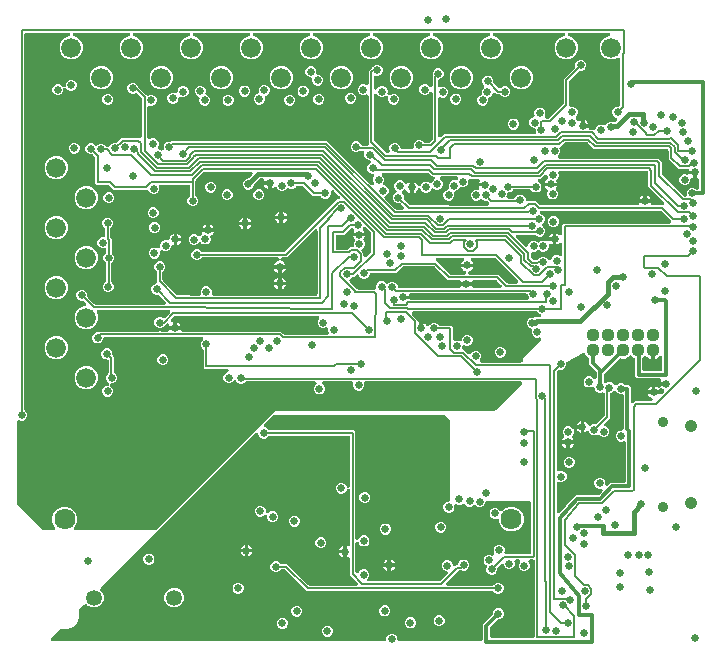
<source format=gbr>
G04 EAGLE Gerber RS-274X export*
G75*
%MOMM*%
%FSLAX34Y34*%
%LPD*%
%INCopper Layer 2*%
%IPPOS*%
%AMOC8*
5,1,8,0,0,1.08239X$1,22.5*%
G01*
%ADD10C,1.676400*%
%ADD11C,1.110000*%
%ADD12C,1.350000*%
%ADD13C,0.910000*%
%ADD14C,1.065000*%
%ADD15C,1.785000*%
%ADD16C,0.631000*%
%ADD17C,0.304800*%
%ADD18C,0.381000*%
%ADD19C,0.152400*%

G36*
X-573567Y112534D02*
X-573567Y112534D01*
X-573466Y112536D01*
X-573394Y112554D01*
X-573320Y112563D01*
X-573226Y112597D01*
X-573128Y112621D01*
X-573062Y112655D01*
X-572992Y112680D01*
X-572908Y112735D01*
X-572818Y112781D01*
X-572762Y112829D01*
X-572699Y112869D01*
X-572630Y112941D01*
X-572553Y113006D01*
X-572509Y113066D01*
X-572457Y113120D01*
X-572406Y113206D01*
X-572346Y113287D01*
X-572316Y113355D01*
X-572278Y113419D01*
X-572248Y113514D01*
X-572208Y113607D01*
X-572195Y113680D01*
X-572172Y113751D01*
X-572164Y113851D01*
X-572146Y113950D01*
X-572150Y114024D01*
X-572144Y114098D01*
X-572159Y114198D01*
X-572164Y114298D01*
X-572185Y114369D01*
X-572196Y114443D01*
X-572233Y114536D01*
X-572261Y114633D01*
X-572297Y114698D01*
X-572324Y114767D01*
X-572382Y114849D01*
X-572431Y114937D01*
X-572496Y115013D01*
X-572523Y115053D01*
X-572550Y115077D01*
X-572589Y115123D01*
X-573226Y115760D01*
X-574814Y119592D01*
X-574814Y123740D01*
X-573226Y127572D01*
X-570294Y130504D01*
X-566462Y132092D01*
X-562314Y132092D01*
X-558482Y130504D01*
X-555550Y127572D01*
X-553962Y123740D01*
X-553962Y119592D01*
X-555550Y115760D01*
X-556187Y115123D01*
X-556249Y115044D01*
X-556319Y114972D01*
X-556357Y114908D01*
X-556403Y114850D01*
X-556446Y114759D01*
X-556498Y114673D01*
X-556520Y114602D01*
X-556552Y114535D01*
X-556573Y114437D01*
X-556604Y114341D01*
X-556610Y114267D01*
X-556626Y114194D01*
X-556624Y114094D01*
X-556632Y113994D01*
X-556621Y113920D01*
X-556620Y113846D01*
X-556595Y113749D01*
X-556580Y113649D01*
X-556553Y113580D01*
X-556535Y113508D01*
X-556489Y113419D01*
X-556452Y113325D01*
X-556409Y113264D01*
X-556375Y113198D01*
X-556310Y113121D01*
X-556253Y113039D01*
X-556197Y112989D01*
X-556149Y112933D01*
X-556068Y112873D01*
X-555994Y112806D01*
X-555929Y112770D01*
X-555869Y112726D01*
X-555777Y112686D01*
X-555689Y112637D01*
X-555617Y112617D01*
X-555549Y112587D01*
X-555450Y112570D01*
X-555353Y112542D01*
X-555253Y112534D01*
X-555206Y112526D01*
X-555170Y112528D01*
X-555110Y112523D01*
X-487426Y112523D01*
X-487300Y112537D01*
X-487174Y112544D01*
X-487128Y112557D01*
X-487080Y112563D01*
X-486961Y112605D01*
X-486839Y112640D01*
X-486797Y112664D01*
X-486752Y112680D01*
X-486645Y112749D01*
X-486535Y112810D01*
X-486489Y112850D01*
X-486459Y112869D01*
X-486425Y112904D01*
X-486349Y112969D01*
X-385703Y213615D01*
X-199898Y213615D01*
X-199772Y213629D01*
X-199646Y213636D01*
X-199600Y213649D01*
X-199552Y213655D01*
X-199433Y213697D01*
X-199311Y213732D01*
X-199269Y213756D01*
X-199224Y213772D01*
X-199117Y213841D01*
X-199007Y213902D01*
X-198961Y213942D01*
X-198931Y213961D01*
X-198897Y213996D01*
X-198821Y214061D01*
X-177207Y235675D01*
X-177145Y235753D01*
X-177075Y235826D01*
X-177036Y235890D01*
X-176990Y235948D01*
X-176947Y236039D01*
X-176896Y236125D01*
X-176873Y236196D01*
X-176841Y236263D01*
X-176820Y236361D01*
X-176790Y236457D01*
X-176784Y236531D01*
X-176768Y236604D01*
X-176770Y236704D01*
X-176762Y236804D01*
X-176773Y236878D01*
X-176774Y236952D01*
X-176798Y237049D01*
X-176813Y237149D01*
X-176841Y237218D01*
X-176859Y237290D01*
X-176905Y237380D01*
X-176942Y237473D01*
X-176984Y237534D01*
X-177019Y237600D01*
X-177084Y237677D01*
X-177141Y237759D01*
X-177196Y237809D01*
X-177244Y237865D01*
X-177325Y237925D01*
X-177400Y237992D01*
X-177465Y238028D01*
X-177525Y238073D01*
X-177617Y238112D01*
X-177705Y238161D01*
X-177776Y238181D01*
X-177845Y238211D01*
X-177943Y238228D01*
X-178040Y238256D01*
X-178140Y238264D01*
X-178188Y238272D01*
X-178223Y238270D01*
X-178284Y238275D01*
X-309456Y238275D01*
X-309605Y238258D01*
X-309755Y238246D01*
X-309778Y238238D01*
X-309802Y238235D01*
X-309944Y238185D01*
X-310086Y238138D01*
X-310107Y238126D01*
X-310130Y238118D01*
X-310256Y238036D01*
X-310385Y237959D01*
X-310402Y237942D01*
X-310423Y237929D01*
X-310527Y237821D01*
X-310635Y237716D01*
X-310648Y237696D01*
X-310665Y237678D01*
X-310742Y237549D01*
X-310823Y237423D01*
X-310831Y237400D01*
X-310844Y237379D01*
X-310889Y237236D01*
X-310940Y237094D01*
X-310943Y237070D01*
X-310950Y237047D01*
X-310962Y236898D01*
X-310979Y236748D01*
X-310976Y236724D01*
X-310978Y236700D01*
X-310956Y236551D01*
X-310938Y236402D01*
X-310929Y236374D01*
X-310926Y236355D01*
X-310909Y236311D01*
X-310863Y236169D01*
X-310812Y236047D01*
X-310812Y234195D01*
X-311521Y232484D01*
X-312831Y231174D01*
X-314542Y230465D01*
X-316394Y230465D01*
X-318105Y231174D01*
X-319415Y232484D01*
X-320124Y234195D01*
X-320124Y236047D01*
X-320073Y236169D01*
X-320032Y236314D01*
X-319986Y236457D01*
X-319984Y236481D01*
X-319978Y236504D01*
X-319970Y236655D01*
X-319958Y236804D01*
X-319962Y236828D01*
X-319961Y236852D01*
X-319987Y237000D01*
X-320010Y237149D01*
X-320019Y237171D01*
X-320023Y237195D01*
X-320083Y237333D01*
X-320139Y237473D01*
X-320152Y237493D01*
X-320162Y237515D01*
X-320252Y237636D01*
X-320337Y237759D01*
X-320355Y237775D01*
X-320370Y237795D01*
X-320485Y237892D01*
X-320596Y237992D01*
X-320617Y238004D01*
X-320636Y238020D01*
X-320769Y238088D01*
X-320901Y238161D01*
X-320925Y238167D01*
X-320946Y238178D01*
X-321092Y238215D01*
X-321237Y238256D01*
X-321266Y238258D01*
X-321284Y238263D01*
X-321331Y238263D01*
X-321480Y238275D01*
X-344854Y238275D01*
X-344953Y238264D01*
X-345054Y238262D01*
X-345126Y238244D01*
X-345200Y238235D01*
X-345294Y238202D01*
X-345392Y238177D01*
X-345458Y238143D01*
X-345528Y238118D01*
X-345612Y238063D01*
X-345702Y238017D01*
X-345758Y237969D01*
X-345821Y237929D01*
X-345891Y237857D01*
X-345967Y237792D01*
X-346011Y237732D01*
X-346063Y237678D01*
X-346114Y237592D01*
X-346174Y237511D01*
X-346204Y237443D01*
X-346242Y237379D01*
X-346272Y237283D01*
X-346312Y237191D01*
X-346325Y237118D01*
X-346348Y237047D01*
X-346356Y236947D01*
X-346374Y236848D01*
X-346370Y236774D01*
X-346376Y236700D01*
X-346361Y236600D01*
X-346356Y236500D01*
X-346335Y236429D01*
X-346324Y236355D01*
X-346287Y236262D01*
X-346259Y236165D01*
X-346223Y236100D01*
X-346196Y236031D01*
X-346138Y235949D01*
X-346089Y235861D01*
X-346024Y235785D01*
X-345997Y235745D01*
X-345970Y235721D01*
X-345931Y235675D01*
X-344795Y234539D01*
X-344086Y232828D01*
X-344086Y230976D01*
X-344795Y229265D01*
X-346105Y227955D01*
X-347816Y227246D01*
X-349668Y227246D01*
X-351379Y227955D01*
X-352689Y229265D01*
X-353398Y230976D01*
X-353398Y232828D01*
X-352689Y234539D01*
X-351553Y235675D01*
X-351491Y235754D01*
X-351421Y235826D01*
X-351383Y235890D01*
X-351337Y235948D01*
X-351294Y236039D01*
X-351242Y236125D01*
X-351220Y236196D01*
X-351188Y236263D01*
X-351167Y236361D01*
X-351136Y236457D01*
X-351130Y236531D01*
X-351114Y236604D01*
X-351116Y236704D01*
X-351108Y236804D01*
X-351119Y236878D01*
X-351120Y236952D01*
X-351145Y237049D01*
X-351160Y237149D01*
X-351187Y237218D01*
X-351205Y237290D01*
X-351251Y237379D01*
X-351288Y237473D01*
X-351331Y237534D01*
X-351365Y237600D01*
X-351430Y237676D01*
X-351487Y237759D01*
X-351543Y237809D01*
X-351591Y237865D01*
X-351672Y237925D01*
X-351746Y237992D01*
X-351811Y238028D01*
X-351871Y238073D01*
X-351963Y238112D01*
X-352051Y238161D01*
X-352123Y238181D01*
X-352191Y238211D01*
X-352290Y238228D01*
X-352387Y238256D01*
X-352487Y238264D01*
X-352534Y238272D01*
X-352570Y238270D01*
X-352630Y238275D01*
X-410592Y238275D01*
X-410717Y238261D01*
X-410843Y238254D01*
X-410890Y238241D01*
X-410938Y238235D01*
X-411057Y238193D01*
X-411178Y238158D01*
X-411220Y238134D01*
X-411266Y238118D01*
X-411372Y238049D01*
X-411482Y237988D01*
X-411529Y237948D01*
X-411559Y237929D01*
X-411592Y237894D01*
X-411669Y237829D01*
X-412399Y237099D01*
X-414110Y236390D01*
X-415962Y236390D01*
X-417673Y237099D01*
X-419024Y238450D01*
X-419065Y238529D01*
X-419081Y238548D01*
X-419092Y238569D01*
X-419193Y238680D01*
X-419291Y238795D01*
X-419310Y238809D01*
X-419326Y238827D01*
X-419450Y238912D01*
X-419571Y239002D01*
X-419593Y239011D01*
X-419613Y239025D01*
X-419753Y239080D01*
X-419891Y239140D01*
X-419915Y239144D01*
X-419937Y239153D01*
X-420086Y239175D01*
X-420234Y239201D01*
X-420258Y239200D01*
X-420282Y239204D01*
X-420432Y239191D01*
X-420582Y239184D01*
X-420605Y239177D01*
X-420629Y239175D01*
X-420772Y239129D01*
X-420917Y239087D01*
X-420938Y239075D01*
X-420961Y239068D01*
X-421090Y238990D01*
X-421221Y238917D01*
X-421243Y238898D01*
X-421260Y238888D01*
X-421293Y238855D01*
X-421407Y238758D01*
X-422813Y237353D01*
X-424524Y236644D01*
X-426376Y236644D01*
X-428087Y237353D01*
X-429397Y238663D01*
X-430106Y240374D01*
X-430106Y242226D01*
X-429397Y243937D01*
X-428087Y245247D01*
X-426439Y245930D01*
X-426395Y245954D01*
X-426347Y245971D01*
X-426243Y246039D01*
X-426134Y246099D01*
X-426097Y246133D01*
X-426055Y246160D01*
X-425968Y246250D01*
X-425876Y246333D01*
X-425847Y246375D01*
X-425812Y246411D01*
X-425749Y246518D01*
X-425678Y246620D01*
X-425659Y246667D01*
X-425634Y246710D01*
X-425596Y246828D01*
X-425550Y246944D01*
X-425543Y246994D01*
X-425527Y247042D01*
X-425517Y247166D01*
X-425499Y247289D01*
X-425503Y247339D01*
X-425499Y247389D01*
X-425518Y247512D01*
X-425528Y247636D01*
X-425544Y247684D01*
X-425551Y247734D01*
X-425597Y247849D01*
X-425635Y247968D01*
X-425661Y248011D01*
X-425680Y248058D01*
X-425751Y248160D01*
X-425815Y248266D01*
X-425850Y248303D01*
X-425879Y248344D01*
X-425971Y248427D01*
X-426058Y248516D01*
X-426100Y248544D01*
X-426138Y248577D01*
X-426246Y248637D01*
X-426351Y248705D01*
X-426399Y248722D01*
X-426443Y248746D01*
X-426562Y248780D01*
X-426679Y248821D01*
X-426729Y248827D01*
X-426778Y248841D01*
X-427022Y248860D01*
X-442761Y248860D01*
X-442886Y248846D01*
X-443013Y248839D01*
X-443059Y248826D01*
X-443107Y248820D01*
X-443226Y248778D01*
X-443347Y248743D01*
X-443390Y248719D01*
X-443435Y248703D01*
X-443456Y248689D01*
X-445437Y248689D01*
X-446763Y250015D01*
X-446763Y264625D01*
X-446777Y264750D01*
X-446784Y264876D01*
X-446797Y264923D01*
X-446803Y264971D01*
X-446845Y265090D01*
X-446880Y265211D01*
X-446904Y265253D01*
X-446920Y265299D01*
X-446989Y265405D01*
X-447050Y265515D01*
X-447090Y265562D01*
X-447109Y265592D01*
X-447144Y265625D01*
X-447209Y265702D01*
X-448447Y266940D01*
X-449156Y268651D01*
X-449156Y270503D01*
X-448447Y272214D01*
X-447394Y273267D01*
X-447332Y273346D01*
X-447262Y273418D01*
X-447224Y273482D01*
X-447178Y273540D01*
X-447135Y273631D01*
X-447083Y273717D01*
X-447061Y273788D01*
X-447029Y273855D01*
X-447008Y273953D01*
X-446977Y274049D01*
X-446971Y274123D01*
X-446955Y274196D01*
X-446957Y274296D01*
X-446949Y274396D01*
X-446960Y274470D01*
X-446961Y274544D01*
X-446986Y274641D01*
X-447001Y274741D01*
X-447028Y274810D01*
X-447046Y274882D01*
X-447092Y274971D01*
X-447129Y275065D01*
X-447172Y275126D01*
X-447206Y275192D01*
X-447271Y275268D01*
X-447328Y275351D01*
X-447384Y275401D01*
X-447432Y275457D01*
X-447513Y275517D01*
X-447587Y275584D01*
X-447652Y275620D01*
X-447712Y275665D01*
X-447804Y275704D01*
X-447892Y275753D01*
X-447964Y275773D01*
X-448032Y275803D01*
X-448131Y275820D01*
X-448228Y275848D01*
X-448328Y275856D01*
X-448375Y275864D01*
X-448411Y275862D01*
X-448471Y275867D01*
X-530269Y275867D01*
X-530295Y275864D01*
X-530321Y275866D01*
X-530468Y275844D01*
X-530615Y275827D01*
X-530640Y275819D01*
X-530666Y275815D01*
X-530804Y275760D01*
X-530943Y275710D01*
X-530965Y275696D01*
X-530990Y275686D01*
X-531111Y275601D01*
X-531236Y275521D01*
X-531254Y275502D01*
X-531276Y275487D01*
X-531375Y275377D01*
X-531478Y275270D01*
X-531492Y275248D01*
X-531509Y275228D01*
X-531581Y275098D01*
X-531657Y274971D01*
X-531665Y274946D01*
X-531678Y274923D01*
X-531718Y274780D01*
X-531763Y274639D01*
X-531765Y274613D01*
X-531773Y274588D01*
X-531792Y274344D01*
X-531792Y274156D01*
X-532501Y272445D01*
X-533811Y271135D01*
X-535522Y270426D01*
X-537374Y270426D01*
X-539085Y271135D01*
X-540395Y272445D01*
X-541104Y274156D01*
X-541104Y276008D01*
X-540395Y277719D01*
X-539085Y279029D01*
X-537374Y279738D01*
X-535623Y279738D01*
X-535498Y279752D01*
X-535371Y279759D01*
X-535325Y279772D01*
X-535277Y279778D01*
X-535158Y279820D01*
X-535037Y279855D01*
X-534994Y279879D01*
X-534949Y279895D01*
X-534843Y279964D01*
X-534732Y280025D01*
X-534686Y280065D01*
X-534656Y280084D01*
X-534623Y280119D01*
X-534546Y280184D01*
X-534337Y280393D01*
X-485241Y280393D01*
X-485191Y280398D01*
X-485141Y280396D01*
X-485019Y280418D01*
X-484895Y280433D01*
X-484848Y280450D01*
X-484798Y280459D01*
X-484684Y280508D01*
X-484567Y280550D01*
X-484525Y280577D01*
X-484479Y280597D01*
X-484379Y280672D01*
X-484274Y280739D01*
X-484239Y280775D01*
X-484199Y280805D01*
X-484119Y280900D01*
X-484032Y280990D01*
X-484006Y281033D01*
X-483974Y281071D01*
X-483917Y281182D01*
X-483870Y281260D01*
X-483859Y281242D01*
X-483841Y281195D01*
X-483770Y281093D01*
X-483705Y280987D01*
X-483670Y280950D01*
X-483642Y280909D01*
X-483549Y280826D01*
X-483463Y280737D01*
X-483420Y280709D01*
X-483383Y280676D01*
X-483274Y280616D01*
X-483169Y280548D01*
X-483122Y280531D01*
X-483078Y280507D01*
X-482958Y280473D01*
X-482841Y280432D01*
X-482791Y280426D01*
X-482742Y280412D01*
X-482499Y280393D01*
X-477401Y280393D01*
X-477400Y280393D01*
X-477399Y280393D01*
X-477227Y280413D01*
X-477055Y280433D01*
X-477054Y280433D01*
X-477053Y280433D01*
X-476898Y280489D01*
X-476727Y280550D01*
X-476726Y280551D01*
X-476725Y280551D01*
X-476591Y280638D01*
X-476434Y280739D01*
X-476434Y280740D01*
X-476433Y280740D01*
X-476316Y280861D01*
X-476192Y280990D01*
X-476192Y280991D01*
X-476191Y280991D01*
X-476112Y281123D01*
X-476013Y281289D01*
X-476013Y281290D01*
X-476012Y281291D01*
X-475963Y281446D01*
X-475907Y281621D01*
X-475907Y281622D01*
X-475907Y281623D01*
X-475892Y281803D01*
X-475879Y281968D01*
X-475879Y281969D01*
X-475879Y281970D01*
X-475885Y282024D01*
X-470916Y282024D01*
X-465940Y282024D01*
X-465953Y281866D01*
X-465953Y281865D01*
X-465953Y281864D01*
X-465928Y281698D01*
X-465902Y281521D01*
X-465901Y281520D01*
X-465901Y281519D01*
X-465834Y281351D01*
X-465774Y281197D01*
X-465773Y281196D01*
X-465773Y281195D01*
X-465677Y281058D01*
X-465575Y280911D01*
X-465574Y280910D01*
X-465574Y280909D01*
X-465449Y280796D01*
X-465317Y280677D01*
X-465316Y280676D01*
X-465315Y280676D01*
X-465155Y280587D01*
X-465012Y280508D01*
X-465011Y280508D01*
X-465010Y280507D01*
X-464834Y280457D01*
X-464676Y280413D01*
X-464675Y280413D01*
X-464674Y280412D01*
X-464431Y280393D01*
X-381333Y280393D01*
X-379239Y278299D01*
X-379140Y278220D01*
X-379046Y278136D01*
X-379004Y278112D01*
X-378966Y278082D01*
X-378852Y278028D01*
X-378741Y277967D01*
X-378694Y277954D01*
X-378651Y277933D01*
X-378527Y277907D01*
X-378406Y277872D01*
X-378345Y277867D01*
X-378310Y277860D01*
X-378262Y277861D01*
X-378162Y277853D01*
X-342176Y277853D01*
X-342027Y277870D01*
X-341877Y277882D01*
X-341854Y277890D01*
X-341830Y277893D01*
X-341689Y277943D01*
X-341545Y277989D01*
X-341524Y278002D01*
X-341502Y278010D01*
X-341376Y278092D01*
X-341247Y278169D01*
X-341229Y278186D01*
X-341209Y278199D01*
X-341104Y278307D01*
X-340997Y278412D01*
X-340984Y278432D01*
X-340967Y278450D01*
X-340889Y278579D01*
X-340808Y278705D01*
X-340800Y278728D01*
X-340788Y278749D01*
X-340742Y278892D01*
X-340692Y279034D01*
X-340689Y279058D01*
X-340682Y279081D01*
X-340670Y279230D01*
X-340653Y279380D01*
X-340656Y279404D01*
X-340654Y279428D01*
X-340676Y279577D01*
X-340694Y279726D01*
X-340703Y279754D01*
X-340705Y279773D01*
X-340723Y279817D01*
X-340769Y279959D01*
X-341206Y281014D01*
X-341206Y282554D01*
X-341223Y282703D01*
X-341235Y282853D01*
X-341243Y282876D01*
X-341246Y282900D01*
X-341296Y283041D01*
X-341342Y283185D01*
X-341355Y283205D01*
X-341363Y283228D01*
X-341445Y283355D01*
X-341522Y283483D01*
X-341539Y283501D01*
X-341552Y283521D01*
X-341661Y283626D01*
X-341765Y283733D01*
X-341785Y283746D01*
X-341803Y283763D01*
X-341932Y283840D01*
X-342058Y283922D01*
X-342081Y283930D01*
X-342102Y283942D01*
X-342245Y283988D01*
X-342387Y284038D01*
X-342411Y284041D01*
X-342434Y284048D01*
X-342583Y284060D01*
X-342733Y284077D01*
X-342757Y284074D01*
X-342781Y284076D01*
X-342930Y284054D01*
X-343079Y284036D01*
X-343107Y284027D01*
X-343126Y284025D01*
X-343170Y284007D01*
X-343312Y283961D01*
X-344514Y283463D01*
X-346366Y283463D01*
X-348077Y284172D01*
X-349387Y285482D01*
X-350096Y287193D01*
X-350096Y289045D01*
X-349387Y290756D01*
X-349096Y291047D01*
X-349034Y291125D01*
X-348964Y291198D01*
X-348926Y291262D01*
X-348880Y291320D01*
X-348837Y291411D01*
X-348785Y291497D01*
X-348763Y291568D01*
X-348731Y291635D01*
X-348710Y291733D01*
X-348679Y291829D01*
X-348673Y291903D01*
X-348657Y291976D01*
X-348659Y292076D01*
X-348651Y292176D01*
X-348662Y292250D01*
X-348663Y292324D01*
X-348688Y292422D01*
X-348703Y292521D01*
X-348730Y292590D01*
X-348748Y292662D01*
X-348794Y292751D01*
X-348831Y292845D01*
X-348874Y292906D01*
X-348908Y292972D01*
X-348973Y293048D01*
X-349030Y293131D01*
X-349086Y293181D01*
X-349134Y293237D01*
X-349215Y293297D01*
X-349289Y293364D01*
X-349354Y293400D01*
X-349414Y293445D01*
X-349506Y293484D01*
X-349594Y293533D01*
X-349666Y293553D01*
X-349734Y293583D01*
X-349833Y293600D01*
X-349930Y293628D01*
X-350030Y293636D01*
X-350077Y293644D01*
X-350113Y293642D01*
X-350173Y293647D01*
X-470872Y293647D01*
X-470997Y293633D01*
X-471124Y293626D01*
X-471170Y293613D01*
X-471218Y293607D01*
X-471337Y293565D01*
X-471458Y293530D01*
X-471501Y293506D01*
X-471546Y293490D01*
X-471652Y293421D01*
X-471763Y293360D01*
X-471809Y293320D01*
X-471839Y293301D01*
X-471872Y293266D01*
X-471949Y293201D01*
X-474218Y290932D01*
X-474250Y290892D01*
X-474287Y290858D01*
X-474358Y290756D01*
X-474435Y290659D01*
X-474457Y290613D01*
X-474485Y290572D01*
X-474531Y290456D01*
X-474584Y290344D01*
X-474595Y290294D01*
X-474613Y290247D01*
X-474631Y290124D01*
X-474657Y290003D01*
X-474656Y289953D01*
X-474664Y289903D01*
X-474653Y289778D01*
X-474651Y289654D01*
X-474639Y289606D01*
X-474635Y289555D01*
X-474597Y289437D01*
X-474566Y289316D01*
X-474543Y289272D01*
X-474528Y289224D01*
X-474464Y289117D01*
X-474407Y289007D01*
X-474374Y288968D01*
X-474348Y288925D01*
X-474261Y288836D01*
X-474181Y288741D01*
X-474140Y288711D01*
X-474105Y288675D01*
X-474001Y288608D01*
X-473901Y288534D01*
X-473854Y288514D01*
X-473812Y288487D01*
X-473695Y288445D01*
X-473581Y288396D01*
X-473531Y288387D01*
X-473484Y288370D01*
X-473360Y288356D01*
X-473238Y288334D01*
X-473187Y288337D01*
X-473137Y288331D01*
X-473014Y288346D01*
X-472890Y288352D01*
X-472841Y288366D01*
X-472791Y288372D01*
X-472558Y288447D01*
X-472555Y288449D01*
X-472439Y288497D01*
X-472439Y285070D01*
X-475866Y285070D01*
X-475816Y285189D01*
X-475802Y285238D01*
X-475781Y285283D01*
X-475755Y285405D01*
X-475721Y285524D01*
X-475718Y285575D01*
X-475708Y285624D01*
X-475710Y285748D01*
X-475704Y285873D01*
X-475713Y285922D01*
X-475714Y285972D01*
X-475744Y286093D01*
X-475766Y286215D01*
X-475786Y286262D01*
X-475799Y286310D01*
X-475856Y286421D01*
X-475905Y286535D01*
X-475935Y286575D01*
X-475958Y286620D01*
X-476039Y286715D01*
X-476113Y286815D01*
X-476151Y286847D01*
X-476184Y286886D01*
X-476284Y286960D01*
X-476379Y287040D01*
X-476424Y287063D01*
X-476464Y287093D01*
X-476578Y287142D01*
X-476689Y287199D01*
X-476738Y287211D01*
X-476784Y287231D01*
X-476907Y287253D01*
X-477027Y287283D01*
X-477078Y287284D01*
X-477127Y287293D01*
X-477251Y287286D01*
X-477376Y287288D01*
X-477425Y287277D01*
X-477475Y287275D01*
X-477595Y287240D01*
X-477716Y287214D01*
X-477762Y287192D01*
X-477810Y287178D01*
X-477919Y287117D01*
X-478031Y287064D01*
X-478070Y287033D01*
X-478114Y287008D01*
X-478301Y286849D01*
X-479490Y285660D01*
X-479504Y285656D01*
X-479546Y285632D01*
X-479592Y285616D01*
X-479698Y285547D01*
X-479808Y285486D01*
X-479855Y285446D01*
X-479885Y285427D01*
X-479918Y285392D01*
X-479995Y285327D01*
X-481233Y284089D01*
X-483082Y283323D01*
X-483126Y283299D01*
X-483173Y283282D01*
X-483277Y283214D01*
X-483386Y283154D01*
X-483423Y283120D01*
X-483466Y283093D01*
X-483552Y283003D01*
X-483644Y282920D01*
X-483673Y282878D01*
X-483708Y282842D01*
X-483772Y282735D01*
X-483842Y282633D01*
X-483861Y282586D01*
X-483872Y282568D01*
X-483899Y282637D01*
X-483928Y282678D01*
X-483950Y282724D01*
X-484027Y282821D01*
X-484098Y282923D01*
X-484136Y282957D01*
X-484167Y282996D01*
X-484265Y283073D01*
X-484357Y283156D01*
X-484401Y283181D01*
X-484441Y283212D01*
X-484658Y283323D01*
X-486507Y284089D01*
X-487817Y285399D01*
X-488526Y287110D01*
X-488526Y288962D01*
X-487817Y290673D01*
X-486507Y291983D01*
X-484796Y292692D01*
X-482944Y292692D01*
X-480995Y291885D01*
X-480922Y291864D01*
X-480852Y291833D01*
X-480755Y291816D01*
X-480660Y291789D01*
X-480584Y291785D01*
X-480509Y291772D01*
X-480410Y291777D01*
X-480312Y291772D01*
X-480237Y291786D01*
X-480160Y291790D01*
X-480066Y291817D01*
X-479969Y291834D01*
X-479899Y291865D01*
X-479826Y291886D01*
X-479740Y291934D01*
X-479650Y291973D01*
X-479588Y292019D01*
X-479521Y292056D01*
X-479408Y292153D01*
X-479370Y292181D01*
X-479357Y292196D01*
X-479335Y292215D01*
X-475454Y296096D01*
X-475396Y296170D01*
X-475330Y296237D01*
X-475288Y296306D01*
X-475237Y296369D01*
X-475197Y296454D01*
X-475148Y296534D01*
X-475123Y296611D01*
X-475088Y296684D01*
X-475069Y296776D01*
X-475039Y296865D01*
X-475032Y296946D01*
X-475015Y297025D01*
X-475017Y297119D01*
X-475008Y297212D01*
X-475020Y297292D01*
X-475021Y297373D01*
X-475044Y297464D01*
X-475057Y297557D01*
X-475086Y297633D01*
X-475106Y297711D01*
X-475149Y297795D01*
X-475183Y297882D01*
X-475228Y297949D01*
X-475266Y298021D01*
X-475326Y298093D01*
X-475379Y298170D01*
X-475439Y298225D01*
X-475491Y298287D01*
X-475567Y298342D01*
X-475636Y298406D01*
X-475706Y298446D01*
X-475772Y298494D01*
X-475858Y298531D01*
X-475940Y298577D01*
X-476017Y298600D01*
X-476092Y298632D01*
X-476184Y298648D01*
X-476274Y298675D01*
X-476386Y298685D01*
X-476435Y298693D01*
X-476466Y298692D01*
X-476518Y298696D01*
X-480063Y298727D01*
X-480068Y298727D01*
X-480076Y298727D01*
X-535868Y298727D01*
X-536017Y298710D01*
X-536168Y298698D01*
X-536191Y298690D01*
X-536215Y298687D01*
X-536356Y298637D01*
X-536499Y298591D01*
X-536520Y298578D01*
X-536543Y298570D01*
X-536669Y298488D01*
X-536798Y298411D01*
X-536815Y298394D01*
X-536836Y298381D01*
X-536940Y298273D01*
X-537048Y298168D01*
X-537061Y298148D01*
X-537078Y298130D01*
X-537155Y298001D01*
X-537236Y297875D01*
X-537244Y297852D01*
X-537257Y297831D01*
X-537302Y297688D01*
X-537353Y297546D01*
X-537355Y297522D01*
X-537363Y297499D01*
X-537375Y297350D01*
X-537392Y297200D01*
X-537389Y297176D01*
X-537391Y297152D01*
X-537368Y297003D01*
X-537351Y296854D01*
X-537342Y296826D01*
X-537339Y296807D01*
X-537322Y296763D01*
X-537276Y296621D01*
X-536217Y294066D01*
X-536217Y290134D01*
X-537722Y286502D01*
X-540502Y283722D01*
X-544134Y282217D01*
X-548066Y282217D01*
X-551698Y283722D01*
X-554478Y286502D01*
X-555983Y290134D01*
X-555983Y294066D01*
X-554478Y297698D01*
X-551698Y300478D01*
X-548066Y301983D01*
X-547620Y301983D01*
X-547520Y301994D01*
X-547420Y301996D01*
X-547348Y302014D01*
X-547274Y302023D01*
X-547179Y302056D01*
X-547082Y302081D01*
X-547016Y302115D01*
X-546946Y302140D01*
X-546861Y302195D01*
X-546772Y302241D01*
X-546716Y302289D01*
X-546653Y302329D01*
X-546583Y302401D01*
X-546507Y302466D01*
X-546463Y302526D01*
X-546411Y302580D01*
X-546359Y302666D01*
X-546300Y302747D01*
X-546270Y302815D01*
X-546232Y302879D01*
X-546201Y302975D01*
X-546162Y303067D01*
X-546148Y303140D01*
X-546126Y303211D01*
X-546118Y303311D01*
X-546100Y303410D01*
X-546104Y303484D01*
X-546098Y303558D01*
X-546113Y303658D01*
X-546118Y303758D01*
X-546138Y303829D01*
X-546149Y303903D01*
X-546187Y303996D01*
X-546214Y304093D01*
X-546251Y304158D01*
X-546278Y304227D01*
X-546335Y304309D01*
X-546385Y304397D01*
X-546450Y304473D01*
X-546477Y304513D01*
X-546504Y304537D01*
X-546543Y304583D01*
X-548008Y306048D01*
X-548107Y306127D01*
X-548201Y306211D01*
X-548243Y306235D01*
X-548281Y306265D01*
X-548395Y306319D01*
X-548506Y306380D01*
X-548553Y306393D01*
X-548596Y306414D01*
X-548720Y306440D01*
X-548841Y306475D01*
X-548902Y306480D01*
X-548937Y306487D01*
X-548985Y306486D01*
X-549085Y306494D01*
X-550836Y306494D01*
X-552547Y307203D01*
X-553857Y308513D01*
X-554566Y310224D01*
X-554566Y312076D01*
X-553857Y313787D01*
X-552547Y315097D01*
X-550836Y315806D01*
X-548984Y315806D01*
X-547273Y315097D01*
X-545963Y313787D01*
X-545254Y312076D01*
X-545254Y310325D01*
X-545240Y310200D01*
X-545233Y310073D01*
X-545220Y310027D01*
X-545214Y309979D01*
X-545172Y309860D01*
X-545137Y309739D01*
X-545113Y309696D01*
X-545097Y309651D01*
X-545028Y309545D01*
X-544967Y309434D01*
X-544927Y309388D01*
X-544908Y309358D01*
X-544873Y309325D01*
X-544808Y309248D01*
X-539259Y303699D01*
X-539160Y303620D01*
X-539066Y303536D01*
X-539024Y303512D01*
X-538986Y303482D01*
X-538872Y303428D01*
X-538761Y303367D01*
X-538714Y303354D01*
X-538671Y303333D01*
X-538547Y303307D01*
X-538426Y303272D01*
X-538365Y303267D01*
X-538330Y303260D01*
X-538282Y303261D01*
X-538182Y303253D01*
X-481609Y303253D01*
X-481499Y303265D01*
X-480326Y303255D01*
X-480219Y303266D01*
X-480112Y303268D01*
X-480047Y303285D01*
X-479979Y303292D01*
X-479878Y303327D01*
X-479774Y303353D01*
X-479714Y303384D01*
X-479650Y303407D01*
X-479560Y303464D01*
X-479465Y303513D01*
X-479413Y303557D01*
X-479356Y303593D01*
X-479281Y303669D01*
X-479199Y303739D01*
X-479159Y303793D01*
X-479111Y303842D01*
X-479056Y303933D01*
X-478992Y304019D01*
X-478965Y304081D01*
X-478930Y304139D01*
X-478896Y304241D01*
X-478854Y304339D01*
X-478842Y304406D01*
X-478821Y304470D01*
X-478811Y304577D01*
X-478792Y304682D01*
X-478796Y304750D01*
X-478790Y304817D01*
X-478805Y304923D01*
X-478810Y305030D01*
X-478829Y305095D01*
X-478838Y305162D01*
X-478877Y305262D01*
X-478907Y305365D01*
X-478940Y305424D01*
X-478964Y305487D01*
X-479025Y305576D01*
X-479077Y305669D01*
X-479135Y305737D01*
X-479161Y305775D01*
X-479190Y305802D01*
X-479235Y305855D01*
X-484508Y311128D01*
X-484607Y311207D01*
X-484701Y311291D01*
X-484743Y311315D01*
X-484781Y311345D01*
X-484895Y311399D01*
X-485006Y311460D01*
X-485053Y311473D01*
X-485096Y311494D01*
X-485220Y311520D01*
X-485341Y311555D01*
X-485402Y311560D01*
X-485437Y311567D01*
X-485485Y311566D01*
X-485585Y311574D01*
X-487336Y311574D01*
X-489047Y312283D01*
X-490357Y313593D01*
X-491066Y315304D01*
X-491066Y317156D01*
X-490357Y318867D01*
X-489047Y320177D01*
X-487073Y320995D01*
X-487006Y321032D01*
X-486935Y321060D01*
X-486854Y321116D01*
X-486768Y321164D01*
X-486712Y321215D01*
X-486649Y321259D01*
X-486583Y321332D01*
X-486510Y321398D01*
X-486467Y321461D01*
X-486416Y321518D01*
X-486368Y321604D01*
X-486312Y321685D01*
X-486284Y321756D01*
X-486247Y321823D01*
X-486220Y321918D01*
X-486184Y322009D01*
X-486173Y322085D01*
X-486152Y322158D01*
X-486140Y322307D01*
X-486133Y322354D01*
X-486135Y322373D01*
X-486133Y322402D01*
X-486133Y330328D01*
X-486147Y330453D01*
X-486154Y330579D01*
X-486167Y330626D01*
X-486173Y330674D01*
X-486215Y330793D01*
X-486250Y330914D01*
X-486274Y330956D01*
X-486290Y331002D01*
X-486359Y331108D01*
X-486420Y331218D01*
X-486460Y331265D01*
X-486479Y331295D01*
X-486514Y331328D01*
X-486519Y331334D01*
X-486533Y331354D01*
X-486547Y331367D01*
X-486579Y331405D01*
X-487817Y332643D01*
X-488526Y334354D01*
X-488526Y336206D01*
X-487817Y337917D01*
X-486507Y339227D01*
X-484796Y339936D01*
X-482944Y339936D01*
X-481233Y339227D01*
X-479923Y337917D01*
X-479214Y336206D01*
X-479214Y334354D01*
X-479923Y332643D01*
X-481161Y331405D01*
X-481227Y331322D01*
X-481273Y331274D01*
X-481283Y331258D01*
X-481324Y331212D01*
X-481348Y331169D01*
X-481378Y331132D01*
X-481432Y331017D01*
X-481493Y330907D01*
X-481506Y330860D01*
X-481527Y330817D01*
X-481553Y330693D01*
X-481588Y330571D01*
X-481593Y330511D01*
X-481600Y330476D01*
X-481599Y330428D01*
X-481607Y330328D01*
X-481607Y324485D01*
X-481593Y324360D01*
X-481586Y324233D01*
X-481573Y324187D01*
X-481567Y324139D01*
X-481525Y324020D01*
X-481490Y323899D01*
X-481466Y323856D01*
X-481450Y323811D01*
X-481381Y323705D01*
X-481320Y323594D01*
X-481280Y323548D01*
X-481261Y323518D01*
X-481226Y323485D01*
X-481161Y323408D01*
X-469409Y311656D01*
X-469310Y311577D01*
X-469216Y311493D01*
X-469174Y311469D01*
X-469136Y311439D01*
X-469022Y311385D01*
X-468911Y311324D01*
X-468864Y311311D01*
X-468821Y311290D01*
X-468697Y311264D01*
X-468576Y311229D01*
X-468515Y311224D01*
X-468480Y311217D01*
X-468432Y311218D01*
X-468332Y311210D01*
X-458833Y311210D01*
X-458773Y311156D01*
X-458730Y311132D01*
X-458693Y311102D01*
X-458578Y311048D01*
X-458468Y310987D01*
X-458421Y310974D01*
X-458377Y310953D01*
X-458254Y310927D01*
X-458132Y310892D01*
X-458072Y310887D01*
X-458037Y310880D01*
X-457989Y310881D01*
X-457888Y310873D01*
X-450512Y310873D01*
X-450363Y310890D01*
X-450213Y310902D01*
X-450190Y310910D01*
X-450166Y310913D01*
X-450024Y310963D01*
X-449882Y311010D01*
X-449861Y311022D01*
X-449838Y311030D01*
X-449712Y311112D01*
X-449583Y311189D01*
X-449566Y311206D01*
X-449545Y311219D01*
X-449441Y311327D01*
X-449333Y311432D01*
X-449320Y311452D01*
X-449303Y311470D01*
X-449226Y311599D01*
X-449145Y311725D01*
X-449137Y311748D01*
X-449124Y311769D01*
X-449079Y311912D01*
X-449028Y312054D01*
X-449025Y312078D01*
X-449018Y312101D01*
X-449006Y312250D01*
X-448989Y312400D01*
X-448992Y312424D01*
X-448990Y312448D01*
X-449012Y312597D01*
X-449030Y312746D01*
X-449039Y312774D01*
X-449042Y312793D01*
X-449059Y312837D01*
X-449105Y312979D01*
X-449156Y313101D01*
X-449156Y314953D01*
X-448447Y316664D01*
X-447137Y317974D01*
X-445426Y318683D01*
X-443574Y318683D01*
X-441863Y317974D01*
X-440553Y316664D01*
X-439844Y314953D01*
X-439844Y313101D01*
X-439895Y312979D01*
X-439936Y312834D01*
X-439982Y312691D01*
X-439984Y312667D01*
X-439990Y312644D01*
X-439998Y312493D01*
X-440010Y312344D01*
X-440006Y312320D01*
X-440007Y312296D01*
X-439981Y312148D01*
X-439958Y311999D01*
X-439949Y311977D01*
X-439945Y311953D01*
X-439885Y311815D01*
X-439829Y311675D01*
X-439816Y311655D01*
X-439806Y311633D01*
X-439716Y311512D01*
X-439631Y311389D01*
X-439613Y311373D01*
X-439598Y311353D01*
X-439483Y311256D01*
X-439372Y311156D01*
X-439351Y311144D01*
X-439332Y311128D01*
X-439199Y311060D01*
X-439067Y310987D01*
X-439043Y310981D01*
X-439022Y310970D01*
X-438876Y310933D01*
X-438731Y310892D01*
X-438702Y310890D01*
X-438684Y310885D01*
X-438637Y310885D01*
X-438488Y310873D01*
X-351766Y310873D01*
X-351740Y310876D01*
X-351714Y310874D01*
X-351567Y310896D01*
X-351420Y310913D01*
X-351395Y310921D01*
X-351369Y310925D01*
X-351231Y310980D01*
X-351092Y311030D01*
X-351070Y311044D01*
X-351045Y311054D01*
X-350924Y311139D01*
X-350799Y311219D01*
X-350781Y311238D01*
X-350759Y311253D01*
X-350660Y311363D01*
X-350557Y311470D01*
X-350543Y311492D01*
X-350526Y311512D01*
X-350454Y311642D01*
X-350378Y311769D01*
X-350370Y311794D01*
X-350357Y311817D01*
X-350317Y311960D01*
X-350272Y312101D01*
X-350270Y312127D01*
X-350262Y312152D01*
X-350243Y312396D01*
X-350243Y365551D01*
X-350254Y365651D01*
X-350256Y365751D01*
X-350274Y365823D01*
X-350283Y365897D01*
X-350316Y365991D01*
X-350341Y366089D01*
X-350375Y366155D01*
X-350400Y366225D01*
X-350455Y366309D01*
X-350501Y366399D01*
X-350549Y366455D01*
X-350589Y366518D01*
X-350661Y366588D01*
X-350726Y366664D01*
X-350786Y366708D01*
X-350840Y366760D01*
X-350926Y366812D01*
X-351007Y366871D01*
X-351075Y366901D01*
X-351139Y366939D01*
X-351235Y366969D01*
X-351327Y367009D01*
X-351400Y367022D01*
X-351471Y367045D01*
X-351571Y367053D01*
X-351670Y367071D01*
X-351744Y367067D01*
X-351818Y367073D01*
X-351918Y367058D01*
X-352018Y367053D01*
X-352089Y367032D01*
X-352163Y367021D01*
X-352256Y366984D01*
X-352353Y366956D01*
X-352418Y366920D01*
X-352487Y366893D01*
X-352569Y366835D01*
X-352657Y366786D01*
X-352733Y366721D01*
X-352773Y366694D01*
X-352797Y366667D01*
X-352843Y366628D01*
X-376294Y343177D01*
X-380205Y343177D01*
X-380255Y343172D01*
X-380306Y343174D01*
X-380428Y343152D01*
X-380551Y343137D01*
X-380599Y343120D01*
X-380648Y343111D01*
X-380763Y343062D01*
X-380880Y343020D01*
X-380922Y342993D01*
X-380968Y342973D01*
X-381068Y342898D01*
X-381172Y342831D01*
X-381207Y342795D01*
X-381248Y342765D01*
X-381328Y342670D01*
X-381415Y342580D01*
X-381440Y342537D01*
X-381473Y342499D01*
X-381530Y342388D01*
X-381593Y342281D01*
X-381609Y342233D01*
X-381632Y342188D01*
X-381662Y342068D01*
X-381700Y341949D01*
X-381704Y341899D01*
X-381716Y341850D01*
X-381718Y341726D01*
X-381728Y341602D01*
X-381720Y341552D01*
X-381721Y341502D01*
X-381694Y341380D01*
X-381676Y341257D01*
X-381657Y341210D01*
X-381647Y341161D01*
X-381593Y341049D01*
X-381547Y340933D01*
X-381518Y340892D01*
X-381497Y340846D01*
X-381419Y340749D01*
X-381348Y340647D01*
X-381311Y340613D01*
X-381279Y340574D01*
X-381182Y340497D01*
X-381089Y340414D01*
X-381045Y340389D01*
X-381006Y340358D01*
X-380788Y340247D01*
X-379828Y339849D01*
X-378983Y339285D01*
X-378265Y338567D01*
X-377701Y337722D01*
X-377320Y336803D01*
X-382270Y336803D01*
X-387220Y336803D01*
X-386839Y337722D01*
X-386275Y338567D01*
X-385557Y339285D01*
X-384712Y339849D01*
X-383752Y340247D01*
X-383708Y340271D01*
X-383660Y340288D01*
X-383556Y340356D01*
X-383447Y340416D01*
X-383410Y340450D01*
X-383368Y340477D01*
X-383281Y340567D01*
X-383189Y340650D01*
X-383160Y340692D01*
X-383125Y340728D01*
X-383062Y340835D01*
X-382991Y340937D01*
X-382972Y340984D01*
X-382947Y341027D01*
X-382909Y341145D01*
X-382863Y341261D01*
X-382856Y341311D01*
X-382840Y341359D01*
X-382830Y341483D01*
X-382812Y341606D01*
X-382816Y341656D01*
X-382812Y341706D01*
X-382831Y341829D01*
X-382841Y341953D01*
X-382857Y342001D01*
X-382864Y342051D01*
X-382910Y342166D01*
X-382948Y342285D01*
X-382974Y342328D01*
X-382993Y342375D01*
X-383064Y342477D01*
X-383128Y342583D01*
X-383163Y342620D01*
X-383192Y342661D01*
X-383284Y342744D01*
X-383371Y342833D01*
X-383413Y342861D01*
X-383451Y342894D01*
X-383559Y342954D01*
X-383664Y343022D01*
X-383712Y343039D01*
X-383756Y343063D01*
X-383875Y343097D01*
X-383992Y343138D01*
X-384042Y343144D01*
X-384091Y343158D01*
X-384335Y343177D01*
X-447676Y343177D01*
X-447801Y343163D01*
X-447927Y343156D01*
X-447974Y343143D01*
X-448022Y343137D01*
X-448141Y343095D01*
X-448262Y343060D01*
X-448304Y343036D01*
X-448350Y343020D01*
X-448456Y342951D01*
X-448566Y342890D01*
X-448613Y342850D01*
X-448643Y342831D01*
X-448676Y342796D01*
X-448753Y342731D01*
X-449991Y341493D01*
X-451702Y340784D01*
X-453554Y340784D01*
X-455265Y341493D01*
X-456575Y342803D01*
X-457284Y344514D01*
X-457284Y346366D01*
X-456575Y348077D01*
X-455265Y349387D01*
X-453554Y350096D01*
X-451702Y350096D01*
X-449991Y349387D01*
X-448753Y348149D01*
X-448654Y348070D01*
X-448560Y347986D01*
X-448517Y347962D01*
X-448480Y347932D01*
X-448365Y347878D01*
X-448255Y347817D01*
X-448208Y347804D01*
X-448165Y347783D01*
X-448041Y347757D01*
X-447919Y347722D01*
X-447859Y347717D01*
X-447824Y347710D01*
X-447776Y347711D01*
X-447676Y347703D01*
X-378799Y347703D01*
X-378673Y347717D01*
X-378547Y347724D01*
X-378501Y347737D01*
X-378453Y347743D01*
X-378334Y347785D01*
X-378212Y347820D01*
X-378170Y347844D01*
X-378125Y347860D01*
X-378018Y347929D01*
X-377908Y347990D01*
X-377862Y348030D01*
X-377832Y348049D01*
X-377798Y348084D01*
X-377722Y348149D01*
X-333381Y392490D01*
X-332784Y392490D01*
X-332684Y392501D01*
X-332583Y392503D01*
X-332511Y392521D01*
X-332437Y392530D01*
X-332343Y392563D01*
X-332245Y392588D01*
X-332179Y392622D01*
X-332109Y392647D01*
X-332025Y392702D01*
X-331936Y392748D01*
X-331879Y392796D01*
X-331816Y392836D01*
X-331747Y392908D01*
X-331670Y392973D01*
X-331626Y393033D01*
X-331574Y393087D01*
X-331523Y393173D01*
X-331463Y393254D01*
X-331434Y393322D01*
X-331395Y393386D01*
X-331365Y393482D01*
X-331325Y393574D01*
X-331312Y393647D01*
X-331289Y393718D01*
X-331281Y393818D01*
X-331263Y393917D01*
X-331267Y393991D01*
X-331261Y394065D01*
X-331276Y394165D01*
X-331281Y394265D01*
X-331302Y394336D01*
X-331313Y394410D01*
X-331350Y394503D01*
X-331378Y394600D01*
X-331414Y394665D01*
X-331442Y394734D01*
X-331499Y394816D01*
X-331548Y394904D01*
X-331613Y394980D01*
X-331641Y395020D01*
X-331667Y395044D01*
X-331706Y395090D01*
X-336335Y399719D01*
X-336413Y399781D01*
X-336486Y399851D01*
X-336550Y399889D01*
X-336608Y399935D01*
X-336699Y399978D01*
X-336785Y400030D01*
X-336856Y400052D01*
X-336923Y400084D01*
X-337021Y400105D01*
X-337117Y400136D01*
X-337191Y400142D01*
X-337264Y400157D01*
X-337364Y400156D01*
X-337464Y400164D01*
X-337538Y400153D01*
X-337612Y400152D01*
X-337709Y400127D01*
X-337809Y400112D01*
X-337878Y400085D01*
X-337950Y400067D01*
X-338040Y400020D01*
X-338133Y399983D01*
X-338194Y399941D01*
X-338260Y399907D01*
X-338337Y399842D01*
X-338419Y399784D01*
X-338469Y399729D01*
X-338525Y399681D01*
X-338585Y399600D01*
X-338652Y399526D01*
X-338688Y399461D01*
X-338733Y399401D01*
X-338772Y399309D01*
X-338821Y399221D01*
X-338841Y399149D01*
X-338871Y399081D01*
X-338888Y398982D01*
X-338916Y398885D01*
X-338924Y398785D01*
X-338932Y398738D01*
X-338930Y398702D01*
X-338935Y398641D01*
X-338935Y396581D01*
X-339644Y394870D01*
X-340954Y393560D01*
X-342665Y392851D01*
X-344517Y392851D01*
X-346228Y393560D01*
X-347469Y394801D01*
X-347568Y394880D01*
X-347662Y394964D01*
X-347704Y394988D01*
X-347742Y395018D01*
X-347856Y395072D01*
X-347967Y395133D01*
X-348014Y395146D01*
X-348057Y395167D01*
X-348181Y395193D01*
X-348303Y395228D01*
X-348363Y395233D01*
X-348398Y395240D01*
X-348446Y395239D01*
X-348546Y395247D01*
X-354288Y395247D01*
X-362224Y403183D01*
X-362323Y403262D01*
X-362417Y403346D01*
X-362459Y403370D01*
X-362497Y403400D01*
X-362611Y403454D01*
X-362722Y403515D01*
X-362769Y403528D01*
X-362812Y403549D01*
X-362936Y403575D01*
X-363057Y403610D01*
X-363118Y403615D01*
X-363153Y403622D01*
X-363201Y403621D01*
X-363301Y403629D01*
X-367449Y403629D01*
X-367574Y403615D01*
X-367700Y403608D01*
X-367747Y403595D01*
X-367795Y403589D01*
X-367914Y403547D01*
X-368035Y403512D01*
X-368077Y403488D01*
X-368123Y403472D01*
X-368229Y403403D01*
X-368339Y403342D01*
X-368386Y403302D01*
X-368416Y403283D01*
X-368449Y403248D01*
X-368526Y403183D01*
X-369764Y401945D01*
X-371475Y401236D01*
X-373327Y401236D01*
X-374586Y401758D01*
X-374660Y401779D01*
X-374730Y401809D01*
X-374827Y401826D01*
X-374921Y401853D01*
X-374998Y401857D01*
X-375073Y401871D01*
X-375171Y401866D01*
X-375269Y401870D01*
X-375345Y401857D01*
X-375421Y401853D01*
X-375515Y401826D01*
X-375612Y401808D01*
X-375682Y401777D01*
X-375756Y401756D01*
X-375842Y401708D01*
X-375932Y401669D01*
X-375993Y401623D01*
X-376060Y401586D01*
X-376174Y401489D01*
X-376212Y401461D01*
X-376224Y401447D01*
X-376246Y401428D01*
X-377614Y400060D01*
X-379325Y399351D01*
X-381177Y399351D01*
X-382888Y400060D01*
X-384198Y401370D01*
X-384479Y402049D01*
X-384552Y402181D01*
X-384621Y402314D01*
X-384637Y402332D01*
X-384649Y402353D01*
X-384749Y402464D01*
X-384847Y402579D01*
X-384866Y402594D01*
X-384883Y402612D01*
X-385006Y402697D01*
X-385127Y402787D01*
X-385149Y402796D01*
X-385169Y402810D01*
X-385309Y402865D01*
X-385447Y402925D01*
X-385471Y402929D01*
X-385494Y402938D01*
X-385642Y402960D01*
X-385790Y402986D01*
X-385814Y402985D01*
X-385838Y402988D01*
X-385988Y402976D01*
X-386138Y402968D01*
X-386162Y402962D01*
X-386186Y402960D01*
X-386329Y402913D01*
X-386473Y402872D01*
X-386494Y402860D01*
X-386517Y402852D01*
X-386646Y402775D01*
X-386777Y402702D01*
X-386800Y402683D01*
X-386816Y402673D01*
X-386850Y402640D01*
X-386964Y402543D01*
X-387365Y402141D01*
X-388210Y401577D01*
X-389129Y401196D01*
X-389129Y406146D01*
X-389132Y406172D01*
X-389129Y406198D01*
X-389151Y406345D01*
X-389168Y406492D01*
X-389177Y406517D01*
X-389181Y406543D01*
X-389236Y406680D01*
X-389286Y406820D01*
X-389300Y406842D01*
X-389310Y406866D01*
X-389394Y406988D01*
X-389475Y407113D01*
X-389494Y407131D01*
X-389509Y407153D01*
X-389619Y407252D01*
X-389718Y407348D01*
X-389726Y407355D01*
X-389749Y407369D01*
X-389768Y407386D01*
X-389898Y407458D01*
X-390025Y407534D01*
X-390050Y407542D01*
X-390073Y407555D01*
X-390216Y407595D01*
X-390357Y407641D01*
X-390383Y407643D01*
X-390409Y407650D01*
X-390652Y407669D01*
X-395602Y407669D01*
X-395474Y407976D01*
X-395433Y408121D01*
X-395387Y408264D01*
X-395385Y408288D01*
X-395379Y408311D01*
X-395371Y408461D01*
X-395359Y408611D01*
X-395363Y408635D01*
X-395362Y408659D01*
X-395389Y408807D01*
X-395411Y408956D01*
X-395420Y408978D01*
X-395424Y409002D01*
X-395484Y409141D01*
X-395540Y409280D01*
X-395554Y409300D01*
X-395563Y409322D01*
X-395653Y409443D01*
X-395739Y409566D01*
X-395757Y409582D01*
X-395771Y409602D01*
X-395886Y409699D01*
X-395998Y409799D01*
X-396019Y409811D01*
X-396037Y409827D01*
X-396170Y409895D01*
X-396303Y409968D01*
X-396326Y409975D01*
X-396347Y409985D01*
X-396493Y410022D01*
X-396638Y410063D01*
X-396667Y410065D01*
X-396685Y410070D01*
X-396733Y410070D01*
X-396882Y410082D01*
X-398511Y410082D01*
X-398637Y410068D01*
X-398763Y410061D01*
X-398809Y410048D01*
X-398857Y410042D01*
X-398976Y410000D01*
X-399098Y409965D01*
X-399140Y409941D01*
X-399186Y409925D01*
X-399292Y409856D01*
X-399402Y409795D01*
X-399448Y409755D01*
X-399478Y409736D01*
X-399512Y409701D01*
X-399588Y409636D01*
X-403809Y405415D01*
X-403888Y405316D01*
X-403972Y405223D01*
X-403996Y405180D01*
X-404026Y405142D01*
X-404080Y405028D01*
X-404141Y404918D01*
X-404154Y404871D01*
X-404175Y404827D01*
X-404201Y404704D01*
X-404236Y404582D01*
X-404241Y404521D01*
X-404248Y404487D01*
X-404247Y404439D01*
X-404255Y404338D01*
X-404255Y404204D01*
X-404964Y402493D01*
X-406274Y401183D01*
X-407985Y400474D01*
X-409837Y400474D01*
X-411548Y401183D01*
X-412858Y402493D01*
X-413567Y404204D01*
X-413567Y406056D01*
X-412858Y407767D01*
X-411548Y409077D01*
X-409837Y409786D01*
X-409703Y409786D01*
X-409577Y409800D01*
X-409451Y409807D01*
X-409405Y409820D01*
X-409356Y409826D01*
X-409237Y409868D01*
X-409116Y409903D01*
X-409074Y409927D01*
X-409028Y409943D01*
X-408922Y410012D01*
X-408812Y410073D01*
X-408766Y410113D01*
X-408736Y410132D01*
X-408702Y410167D01*
X-408626Y410232D01*
X-405619Y413239D01*
X-405556Y413317D01*
X-405486Y413390D01*
X-405448Y413454D01*
X-405402Y413512D01*
X-405359Y413603D01*
X-405308Y413689D01*
X-405285Y413760D01*
X-405253Y413827D01*
X-405232Y413925D01*
X-405201Y414021D01*
X-405195Y414095D01*
X-405180Y414168D01*
X-405182Y414268D01*
X-405173Y414368D01*
X-405184Y414442D01*
X-405186Y414516D01*
X-405210Y414613D01*
X-405225Y414713D01*
X-405253Y414782D01*
X-405271Y414854D01*
X-405317Y414943D01*
X-405354Y415037D01*
X-405396Y415098D01*
X-405430Y415164D01*
X-405495Y415240D01*
X-405553Y415323D01*
X-405608Y415372D01*
X-405656Y415429D01*
X-405737Y415489D01*
X-405812Y415556D01*
X-405877Y415592D01*
X-405937Y415636D01*
X-406029Y415676D01*
X-406117Y415725D01*
X-406188Y415745D01*
X-406257Y415774D01*
X-406355Y415792D01*
X-406452Y415819D01*
X-406552Y415828D01*
X-406600Y415836D01*
X-406635Y415834D01*
X-406696Y415839D01*
X-445751Y415839D01*
X-445877Y415825D01*
X-446003Y415818D01*
X-446049Y415805D01*
X-446097Y415799D01*
X-446216Y415757D01*
X-446338Y415722D01*
X-446380Y415698D01*
X-446425Y415682D01*
X-446532Y415613D01*
X-446642Y415551D01*
X-446688Y415512D01*
X-446718Y415493D01*
X-446752Y415458D01*
X-446828Y415393D01*
X-453221Y409000D01*
X-453300Y408901D01*
X-453384Y408807D01*
X-453408Y408765D01*
X-453438Y408727D01*
X-453492Y408613D01*
X-453553Y408502D01*
X-453566Y408455D01*
X-453587Y408412D01*
X-453613Y408288D01*
X-453648Y408167D01*
X-453653Y408106D01*
X-453660Y408071D01*
X-453659Y408023D01*
X-453667Y407923D01*
X-453667Y396112D01*
X-453653Y395987D01*
X-453646Y395861D01*
X-453633Y395814D01*
X-453627Y395766D01*
X-453585Y395647D01*
X-453550Y395526D01*
X-453526Y395484D01*
X-453510Y395438D01*
X-453441Y395332D01*
X-453380Y395222D01*
X-453340Y395175D01*
X-453321Y395145D01*
X-453286Y395112D01*
X-453221Y395035D01*
X-451983Y393797D01*
X-451274Y392086D01*
X-451274Y390234D01*
X-451983Y388523D01*
X-453293Y387213D01*
X-455004Y386504D01*
X-456856Y386504D01*
X-458567Y387213D01*
X-459877Y388523D01*
X-460586Y390234D01*
X-460586Y392086D01*
X-459877Y393797D01*
X-458639Y395035D01*
X-458560Y395134D01*
X-458476Y395228D01*
X-458452Y395271D01*
X-458422Y395308D01*
X-458368Y395423D01*
X-458307Y395533D01*
X-458294Y395580D01*
X-458273Y395623D01*
X-458247Y395747D01*
X-458212Y395869D01*
X-458207Y395929D01*
X-458200Y395964D01*
X-458201Y396012D01*
X-458193Y396112D01*
X-458193Y403205D01*
X-458196Y403231D01*
X-458194Y403257D01*
X-458216Y403404D01*
X-458233Y403551D01*
X-458241Y403576D01*
X-458245Y403602D01*
X-458300Y403740D01*
X-458350Y403879D01*
X-458364Y403901D01*
X-458374Y403926D01*
X-458459Y404047D01*
X-458539Y404172D01*
X-458558Y404190D01*
X-458573Y404212D01*
X-458683Y404311D01*
X-458790Y404414D01*
X-458812Y404428D01*
X-458832Y404445D01*
X-458962Y404517D01*
X-459089Y404593D01*
X-459114Y404601D01*
X-459137Y404614D01*
X-459280Y404654D01*
X-459421Y404699D01*
X-459447Y404701D01*
X-459472Y404709D01*
X-459716Y404728D01*
X-483043Y404728D01*
X-483192Y404711D01*
X-483342Y404699D01*
X-483365Y404691D01*
X-483389Y404688D01*
X-483531Y404638D01*
X-483674Y404591D01*
X-483694Y404579D01*
X-483717Y404571D01*
X-483844Y404489D01*
X-483972Y404412D01*
X-483990Y404395D01*
X-484010Y404382D01*
X-484114Y404274D01*
X-484222Y404169D01*
X-484235Y404149D01*
X-484252Y404131D01*
X-484329Y404002D01*
X-484410Y403876D01*
X-484418Y403853D01*
X-484431Y403832D01*
X-484477Y403689D01*
X-484527Y403547D01*
X-484530Y403523D01*
X-484537Y403500D01*
X-484549Y403351D01*
X-484566Y403201D01*
X-484563Y403177D01*
X-484565Y403153D01*
X-484543Y403004D01*
X-484525Y402855D01*
X-484516Y402827D01*
X-484513Y402808D01*
X-484496Y402764D01*
X-484450Y402622D01*
X-484294Y402246D01*
X-484294Y400394D01*
X-485003Y398683D01*
X-486313Y397373D01*
X-488024Y396664D01*
X-489876Y396664D01*
X-491587Y397373D01*
X-492897Y398683D01*
X-493189Y399387D01*
X-493226Y399454D01*
X-493254Y399525D01*
X-493310Y399606D01*
X-493358Y399692D01*
X-493409Y399748D01*
X-493453Y399811D01*
X-493526Y399877D01*
X-493592Y399950D01*
X-493655Y399993D01*
X-493712Y400044D01*
X-493798Y400092D01*
X-493879Y400148D01*
X-493950Y400176D01*
X-494017Y400213D01*
X-494111Y400240D01*
X-494203Y400276D01*
X-494279Y400287D01*
X-494352Y400308D01*
X-494501Y400320D01*
X-494548Y400327D01*
X-494567Y400325D01*
X-494596Y400327D01*
X-522653Y400327D01*
X-524425Y402099D01*
X-526356Y404030D01*
X-526455Y404109D01*
X-526549Y404193D01*
X-526591Y404217D01*
X-526629Y404247D01*
X-526743Y404301D01*
X-526854Y404362D01*
X-526901Y404375D01*
X-526944Y404396D01*
X-527067Y404422D01*
X-527189Y404457D01*
X-527250Y404461D01*
X-527285Y404469D01*
X-527333Y404468D01*
X-527433Y404476D01*
X-536962Y404476D01*
X-538288Y405802D01*
X-538288Y427440D01*
X-538302Y427565D01*
X-538309Y427692D01*
X-538322Y427738D01*
X-538328Y427786D01*
X-538370Y427905D01*
X-538405Y428026D01*
X-538429Y428069D01*
X-538445Y428114D01*
X-538514Y428220D01*
X-538575Y428331D01*
X-538615Y428377D01*
X-538634Y428407D01*
X-538669Y428440D01*
X-538734Y428517D01*
X-540388Y430171D01*
X-540487Y430250D01*
X-540581Y430334D01*
X-540623Y430358D01*
X-540661Y430388D01*
X-540775Y430442D01*
X-540886Y430503D01*
X-540933Y430516D01*
X-540976Y430537D01*
X-541100Y430563D01*
X-541221Y430598D01*
X-541282Y430603D01*
X-541317Y430610D01*
X-541365Y430609D01*
X-541465Y430617D01*
X-543216Y430617D01*
X-544927Y431326D01*
X-546237Y432636D01*
X-546946Y434347D01*
X-546946Y436199D01*
X-546237Y437910D01*
X-544927Y439220D01*
X-543216Y439929D01*
X-541364Y439929D01*
X-539653Y439220D01*
X-538624Y438191D01*
X-538604Y438175D01*
X-538587Y438155D01*
X-538467Y438067D01*
X-538351Y437975D01*
X-538327Y437963D01*
X-538306Y437948D01*
X-538170Y437889D01*
X-538036Y437826D01*
X-538010Y437820D01*
X-537986Y437810D01*
X-537840Y437784D01*
X-537695Y437752D01*
X-537669Y437753D01*
X-537643Y437748D01*
X-537495Y437756D01*
X-537347Y437758D01*
X-537321Y437765D01*
X-537295Y437766D01*
X-537153Y437807D01*
X-537009Y437843D01*
X-536986Y437855D01*
X-536960Y437863D01*
X-536831Y437935D01*
X-536699Y438003D01*
X-536679Y438020D01*
X-536656Y438033D01*
X-536470Y438191D01*
X-536037Y438624D01*
X-534326Y439333D01*
X-532474Y439333D01*
X-530763Y438624D01*
X-529525Y437386D01*
X-529426Y437307D01*
X-529332Y437223D01*
X-529289Y437199D01*
X-529252Y437169D01*
X-529137Y437115D01*
X-529027Y437054D01*
X-528980Y437041D01*
X-528937Y437020D01*
X-528813Y436994D01*
X-528691Y436959D01*
X-528631Y436954D01*
X-528596Y436947D01*
X-528548Y436948D01*
X-528448Y436940D01*
X-527476Y436940D01*
X-527400Y436948D01*
X-527324Y436947D01*
X-527228Y436968D01*
X-527130Y436980D01*
X-527058Y437005D01*
X-526983Y437022D01*
X-526895Y437064D01*
X-526802Y437097D01*
X-526738Y437139D01*
X-526669Y437171D01*
X-526592Y437233D01*
X-526509Y437286D01*
X-526456Y437341D01*
X-526396Y437389D01*
X-526335Y437466D01*
X-526267Y437537D01*
X-526228Y437602D01*
X-526180Y437662D01*
X-526112Y437795D01*
X-526088Y437836D01*
X-526082Y437854D01*
X-526074Y437871D01*
X-526073Y437871D01*
X-526069Y437880D01*
X-525917Y438247D01*
X-524607Y439557D01*
X-522896Y440266D01*
X-521145Y440266D01*
X-521020Y440280D01*
X-520893Y440287D01*
X-520847Y440300D01*
X-520799Y440306D01*
X-520680Y440348D01*
X-520559Y440383D01*
X-520516Y440407D01*
X-520471Y440423D01*
X-520365Y440492D01*
X-520254Y440553D01*
X-520208Y440593D01*
X-520178Y440612D01*
X-520145Y440647D01*
X-520068Y440712D01*
X-516303Y444477D01*
X-500356Y444477D01*
X-500330Y444480D01*
X-500304Y444478D01*
X-500157Y444500D01*
X-500010Y444517D01*
X-499985Y444525D01*
X-499959Y444529D01*
X-499821Y444584D01*
X-499682Y444634D01*
X-499660Y444648D01*
X-499635Y444658D01*
X-499514Y444743D01*
X-499389Y444823D01*
X-499371Y444842D01*
X-499349Y444857D01*
X-499250Y444967D01*
X-499147Y445074D01*
X-499133Y445096D01*
X-499116Y445116D01*
X-499044Y445246D01*
X-498968Y445373D01*
X-498960Y445398D01*
X-498947Y445421D01*
X-498907Y445564D01*
X-498862Y445705D01*
X-498860Y445731D01*
X-498852Y445756D01*
X-498833Y446000D01*
X-498833Y477222D01*
X-498847Y477347D01*
X-498854Y477474D01*
X-498867Y477520D01*
X-498873Y477568D01*
X-498915Y477687D01*
X-498950Y477808D01*
X-498974Y477851D01*
X-498990Y477896D01*
X-499059Y478002D01*
X-499120Y478113D01*
X-499160Y478159D01*
X-499179Y478189D01*
X-499214Y478223D01*
X-499279Y478299D01*
X-502914Y481934D01*
X-502973Y481981D01*
X-503027Y482036D01*
X-503110Y482089D01*
X-503187Y482150D01*
X-503256Y482183D01*
X-503320Y482224D01*
X-503413Y482257D01*
X-503502Y482299D01*
X-503576Y482315D01*
X-503648Y482341D01*
X-503746Y482352D01*
X-503842Y482373D01*
X-503919Y482371D01*
X-503995Y482380D01*
X-504093Y482368D01*
X-504191Y482367D01*
X-504265Y482348D01*
X-504341Y482339D01*
X-504483Y482293D01*
X-504529Y482282D01*
X-504546Y482273D01*
X-504574Y482264D01*
X-505804Y481754D01*
X-507656Y481754D01*
X-509367Y482463D01*
X-510677Y483773D01*
X-511386Y485484D01*
X-511386Y487336D01*
X-510677Y489047D01*
X-509367Y490357D01*
X-507656Y491066D01*
X-505804Y491066D01*
X-504093Y490357D01*
X-502783Y489047D01*
X-502302Y487886D01*
X-502301Y487884D01*
X-502300Y487882D01*
X-502213Y487726D01*
X-502133Y487581D01*
X-502131Y487580D01*
X-502130Y487578D01*
X-501972Y487392D01*
X-501481Y486901D01*
X-495208Y480628D01*
X-495148Y480580D01*
X-495095Y480525D01*
X-495012Y480472D01*
X-494935Y480411D01*
X-494865Y480378D01*
X-494801Y480337D01*
X-494708Y480304D01*
X-494620Y480262D01*
X-494545Y480246D01*
X-494473Y480220D01*
X-494375Y480209D01*
X-494279Y480189D01*
X-494203Y480190D01*
X-494126Y480181D01*
X-494029Y480193D01*
X-493930Y480195D01*
X-493856Y480213D01*
X-493780Y480222D01*
X-493638Y480268D01*
X-493592Y480280D01*
X-493575Y480289D01*
X-493548Y480297D01*
X-492079Y480906D01*
X-490227Y480906D01*
X-488516Y480197D01*
X-487206Y478887D01*
X-486497Y477176D01*
X-486497Y475324D01*
X-487206Y473613D01*
X-488516Y472303D01*
X-490227Y471594D01*
X-492079Y471594D01*
X-492201Y471645D01*
X-492346Y471686D01*
X-492489Y471732D01*
X-492513Y471734D01*
X-492536Y471740D01*
X-492687Y471748D01*
X-492836Y471760D01*
X-492860Y471756D01*
X-492884Y471757D01*
X-493032Y471731D01*
X-493181Y471708D01*
X-493203Y471699D01*
X-493227Y471695D01*
X-493365Y471635D01*
X-493505Y471579D01*
X-493525Y471566D01*
X-493547Y471556D01*
X-493668Y471466D01*
X-493791Y471381D01*
X-493807Y471363D01*
X-493827Y471348D01*
X-493924Y471233D01*
X-494024Y471122D01*
X-494036Y471101D01*
X-494052Y471082D01*
X-494120Y470949D01*
X-494193Y470817D01*
X-494199Y470793D01*
X-494210Y470772D01*
X-494247Y470626D01*
X-494288Y470481D01*
X-494290Y470452D01*
X-494295Y470434D01*
X-494295Y470387D01*
X-494307Y470238D01*
X-494307Y444660D01*
X-494290Y444511D01*
X-494278Y444360D01*
X-494270Y444337D01*
X-494267Y444313D01*
X-494217Y444172D01*
X-494171Y444029D01*
X-494158Y444008D01*
X-494150Y443985D01*
X-494068Y443859D01*
X-493991Y443730D01*
X-493974Y443713D01*
X-493961Y443692D01*
X-493853Y443588D01*
X-493748Y443480D01*
X-493728Y443467D01*
X-493710Y443450D01*
X-493581Y443373D01*
X-493455Y443292D01*
X-493432Y443284D01*
X-493411Y443271D01*
X-493268Y443226D01*
X-493126Y443175D01*
X-493102Y443173D01*
X-493079Y443165D01*
X-492930Y443153D01*
X-492780Y443136D01*
X-492756Y443139D01*
X-492732Y443137D01*
X-492583Y443160D01*
X-492434Y443177D01*
X-492406Y443186D01*
X-492387Y443189D01*
X-492343Y443206D01*
X-492201Y443252D01*
X-490213Y444076D01*
X-488361Y444076D01*
X-486650Y443367D01*
X-485340Y442057D01*
X-484631Y440346D01*
X-484631Y438494D01*
X-485434Y436556D01*
X-485441Y436531D01*
X-485453Y436507D01*
X-485489Y436363D01*
X-485530Y436221D01*
X-485531Y436194D01*
X-485537Y436169D01*
X-485540Y436021D01*
X-485547Y435872D01*
X-485542Y435847D01*
X-485542Y435820D01*
X-485511Y435675D01*
X-485484Y435530D01*
X-485474Y435506D01*
X-485468Y435480D01*
X-485405Y435346D01*
X-485345Y435210D01*
X-485330Y435189D01*
X-485318Y435165D01*
X-485226Y435050D01*
X-485137Y434930D01*
X-485117Y434913D01*
X-485101Y434893D01*
X-484985Y434801D01*
X-484871Y434705D01*
X-484848Y434693D01*
X-484827Y434677D01*
X-484610Y434565D01*
X-482662Y433759D01*
X-482566Y433731D01*
X-482472Y433694D01*
X-482399Y433684D01*
X-482327Y433663D01*
X-482227Y433658D01*
X-482127Y433644D01*
X-482053Y433650D01*
X-481979Y433646D01*
X-481880Y433664D01*
X-481780Y433673D01*
X-481709Y433695D01*
X-481636Y433709D01*
X-481544Y433749D01*
X-481448Y433780D01*
X-481385Y433818D01*
X-481317Y433848D01*
X-481236Y433908D01*
X-481150Y433959D01*
X-481097Y434011D01*
X-481037Y434056D01*
X-480972Y434132D01*
X-480900Y434202D01*
X-480860Y434265D01*
X-480812Y434322D01*
X-480766Y434411D01*
X-480712Y434496D01*
X-480687Y434565D01*
X-480653Y434632D01*
X-480629Y434729D01*
X-480595Y434824D01*
X-480587Y434898D01*
X-480569Y434970D01*
X-480567Y435070D01*
X-480556Y435170D01*
X-480565Y435244D01*
X-480564Y435318D01*
X-480585Y435417D01*
X-480597Y435516D01*
X-480628Y435612D01*
X-480638Y435659D01*
X-480652Y435688D01*
X-480652Y437552D01*
X-479943Y439263D01*
X-478633Y440573D01*
X-476922Y441282D01*
X-475171Y441282D01*
X-475046Y441296D01*
X-474919Y441303D01*
X-474873Y441316D01*
X-474825Y441322D01*
X-474706Y441364D01*
X-474585Y441399D01*
X-474542Y441423D01*
X-474497Y441439D01*
X-474391Y441508D01*
X-474280Y441569D01*
X-474234Y441609D01*
X-474204Y441628D01*
X-474171Y441663D01*
X-474147Y441683D01*
X-341963Y441683D01*
X-304852Y404572D01*
X-304813Y404541D01*
X-304779Y404503D01*
X-304676Y404433D01*
X-304579Y404355D01*
X-304534Y404334D01*
X-304492Y404305D01*
X-304376Y404260D01*
X-304264Y404206D01*
X-304215Y404196D01*
X-304168Y404177D01*
X-304045Y404159D01*
X-303923Y404133D01*
X-303873Y404134D01*
X-303823Y404127D01*
X-303699Y404137D01*
X-303575Y404139D01*
X-303526Y404151D01*
X-303476Y404156D01*
X-303357Y404194D01*
X-303237Y404224D01*
X-303192Y404247D01*
X-303144Y404263D01*
X-303037Y404327D01*
X-302927Y404384D01*
X-302889Y404416D01*
X-302845Y404442D01*
X-302756Y404529D01*
X-302662Y404610D01*
X-302632Y404650D01*
X-302595Y404685D01*
X-302528Y404790D01*
X-302454Y404890D01*
X-302434Y404936D01*
X-302407Y404978D01*
X-302366Y405096D01*
X-302316Y405210D01*
X-302307Y405259D01*
X-302291Y405307D01*
X-302277Y405431D01*
X-302255Y405553D01*
X-302257Y405603D01*
X-302252Y405653D01*
X-302266Y405777D01*
X-302273Y405901D01*
X-302287Y405949D01*
X-302292Y405999D01*
X-302368Y406232D01*
X-303106Y408014D01*
X-303106Y409866D01*
X-302318Y411768D01*
X-302277Y411912D01*
X-302231Y412056D01*
X-302229Y412080D01*
X-302222Y412103D01*
X-302215Y412253D01*
X-302203Y412403D01*
X-302207Y412427D01*
X-302205Y412451D01*
X-302232Y412599D01*
X-302255Y412748D01*
X-302264Y412770D01*
X-302268Y412794D01*
X-302328Y412932D01*
X-302383Y413071D01*
X-302397Y413091D01*
X-302407Y413113D01*
X-302497Y413234D01*
X-302582Y413358D01*
X-302600Y413374D01*
X-302615Y413393D01*
X-302730Y413490D01*
X-302841Y413591D01*
X-302862Y413603D01*
X-302881Y413618D01*
X-303014Y413687D01*
X-303146Y413760D01*
X-303169Y413766D01*
X-303191Y413777D01*
X-303337Y413813D01*
X-303482Y413854D01*
X-303511Y413857D01*
X-303529Y413861D01*
X-303576Y413862D01*
X-303725Y413874D01*
X-304456Y413874D01*
X-306167Y414583D01*
X-307477Y415892D01*
X-308186Y417604D01*
X-308186Y419456D01*
X-307477Y421167D01*
X-306167Y422477D01*
X-305853Y422607D01*
X-305809Y422631D01*
X-305762Y422648D01*
X-305657Y422716D01*
X-305549Y422776D01*
X-305511Y422810D01*
X-305469Y422837D01*
X-305383Y422927D01*
X-305290Y423010D01*
X-305262Y423052D01*
X-305227Y423088D01*
X-305163Y423195D01*
X-305092Y423297D01*
X-305074Y423344D01*
X-305048Y423387D01*
X-305010Y423505D01*
X-304964Y423621D01*
X-304957Y423671D01*
X-304942Y423719D01*
X-304932Y423843D01*
X-304914Y423966D01*
X-304918Y424016D01*
X-304914Y424066D01*
X-304932Y424189D01*
X-304942Y424313D01*
X-304958Y424361D01*
X-304965Y424411D01*
X-305011Y424526D01*
X-305050Y424645D01*
X-305076Y424688D01*
X-305094Y424735D01*
X-305165Y424837D01*
X-305229Y424943D01*
X-305264Y424980D01*
X-305293Y425021D01*
X-305385Y425104D01*
X-305472Y425193D01*
X-305514Y425221D01*
X-305552Y425254D01*
X-305661Y425314D01*
X-305765Y425382D01*
X-305813Y425399D01*
X-305857Y425423D01*
X-305977Y425457D01*
X-306094Y425498D01*
X-306144Y425504D01*
X-306192Y425518D01*
X-306436Y425537D01*
X-306996Y425537D01*
X-308707Y426246D01*
X-310017Y427556D01*
X-310726Y429267D01*
X-310726Y431119D01*
X-310675Y431241D01*
X-310634Y431386D01*
X-310588Y431529D01*
X-310586Y431553D01*
X-310580Y431576D01*
X-310572Y431727D01*
X-310560Y431876D01*
X-310564Y431900D01*
X-310563Y431924D01*
X-310589Y432072D01*
X-310612Y432221D01*
X-310621Y432243D01*
X-310625Y432267D01*
X-310685Y432405D01*
X-310741Y432545D01*
X-310754Y432565D01*
X-310764Y432587D01*
X-310854Y432708D01*
X-310939Y432831D01*
X-310957Y432847D01*
X-310972Y432867D01*
X-311087Y432964D01*
X-311198Y433064D01*
X-311219Y433076D01*
X-311238Y433092D01*
X-311371Y433160D01*
X-311503Y433233D01*
X-311527Y433239D01*
X-311548Y433250D01*
X-311694Y433287D01*
X-311839Y433328D01*
X-311868Y433330D01*
X-311886Y433335D01*
X-311933Y433335D01*
X-312082Y433347D01*
X-313818Y433347D01*
X-313943Y433333D01*
X-314069Y433326D01*
X-314116Y433313D01*
X-314164Y433307D01*
X-314283Y433265D01*
X-314404Y433230D01*
X-314446Y433206D01*
X-314492Y433190D01*
X-314598Y433121D01*
X-314708Y433060D01*
X-314755Y433020D01*
X-314785Y433001D01*
X-314818Y432966D01*
X-314852Y432938D01*
X-316574Y432224D01*
X-318426Y432224D01*
X-320137Y432933D01*
X-321447Y434243D01*
X-322156Y435954D01*
X-322156Y437806D01*
X-321447Y439517D01*
X-320137Y440827D01*
X-318426Y441536D01*
X-316574Y441536D01*
X-314863Y440827D01*
X-313553Y439517D01*
X-313261Y438813D01*
X-313224Y438746D01*
X-313196Y438675D01*
X-313140Y438594D01*
X-313092Y438508D01*
X-313041Y438452D01*
X-312997Y438389D01*
X-312924Y438323D01*
X-312858Y438250D01*
X-312795Y438207D01*
X-312738Y438156D01*
X-312652Y438108D01*
X-312571Y438052D01*
X-312500Y438024D01*
X-312433Y437987D01*
X-312339Y437960D01*
X-312247Y437924D01*
X-312171Y437913D01*
X-312098Y437892D01*
X-311949Y437880D01*
X-311902Y437873D01*
X-311883Y437875D01*
X-311854Y437873D01*
X-308394Y437873D01*
X-308294Y437884D01*
X-308193Y437886D01*
X-308121Y437904D01*
X-308047Y437913D01*
X-307953Y437947D01*
X-307855Y437971D01*
X-307789Y438005D01*
X-307719Y438030D01*
X-307635Y438085D01*
X-307545Y438131D01*
X-307489Y438179D01*
X-307426Y438219D01*
X-307357Y438291D01*
X-307280Y438357D01*
X-307236Y438416D01*
X-307184Y438470D01*
X-307133Y438556D01*
X-307073Y438637D01*
X-307043Y438705D01*
X-307005Y438769D01*
X-306975Y438865D01*
X-306935Y438957D01*
X-306922Y439030D01*
X-306899Y439101D01*
X-306891Y439201D01*
X-306873Y439300D01*
X-306877Y439374D01*
X-306871Y439448D01*
X-306886Y439547D01*
X-306891Y439648D01*
X-306912Y439719D01*
X-306923Y439793D01*
X-306960Y439886D01*
X-306988Y439983D01*
X-307024Y440048D01*
X-307052Y440117D01*
X-307063Y440133D01*
X-307063Y479702D01*
X-307080Y479851D01*
X-307092Y480001D01*
X-307100Y480024D01*
X-307103Y480048D01*
X-307153Y480189D01*
X-307199Y480333D01*
X-307212Y480354D01*
X-307220Y480377D01*
X-307302Y480503D01*
X-307379Y480632D01*
X-307396Y480649D01*
X-307409Y480669D01*
X-307517Y480774D01*
X-307622Y480882D01*
X-307642Y480895D01*
X-307660Y480912D01*
X-307789Y480989D01*
X-307915Y481070D01*
X-307938Y481078D01*
X-307959Y481090D01*
X-308102Y481136D01*
X-308244Y481187D01*
X-308268Y481189D01*
X-308291Y481197D01*
X-308440Y481209D01*
X-308590Y481225D01*
X-308614Y481223D01*
X-308638Y481225D01*
X-308787Y481202D01*
X-308936Y481185D01*
X-308964Y481176D01*
X-308983Y481173D01*
X-309027Y481155D01*
X-309169Y481109D01*
X-310478Y480567D01*
X-312330Y480567D01*
X-314041Y481276D01*
X-315351Y482586D01*
X-316060Y484297D01*
X-316060Y486149D01*
X-315351Y487860D01*
X-314041Y489170D01*
X-312330Y489879D01*
X-310478Y489879D01*
X-309169Y489337D01*
X-309024Y489295D01*
X-308881Y489249D01*
X-308857Y489247D01*
X-308834Y489241D01*
X-308683Y489233D01*
X-308534Y489221D01*
X-308510Y489225D01*
X-308486Y489224D01*
X-308338Y489251D01*
X-308189Y489273D01*
X-308167Y489282D01*
X-308143Y489286D01*
X-308005Y489346D01*
X-307865Y489402D01*
X-307845Y489416D01*
X-307823Y489425D01*
X-307702Y489515D01*
X-307579Y489601D01*
X-307563Y489619D01*
X-307543Y489633D01*
X-307446Y489748D01*
X-307346Y489860D01*
X-307334Y489881D01*
X-307318Y489899D01*
X-307250Y490033D01*
X-307177Y490165D01*
X-307171Y490188D01*
X-307160Y490209D01*
X-307123Y490355D01*
X-307082Y490500D01*
X-307080Y490529D01*
X-307075Y490548D01*
X-307075Y490595D01*
X-307063Y490744D01*
X-307063Y501317D01*
X-304427Y503953D01*
X-304400Y503954D01*
X-304354Y503967D01*
X-304306Y503973D01*
X-304187Y504016D01*
X-304065Y504051D01*
X-304023Y504074D01*
X-303978Y504091D01*
X-303871Y504159D01*
X-303761Y504221D01*
X-303715Y504260D01*
X-303685Y504280D01*
X-303651Y504314D01*
X-303575Y504379D01*
X-302337Y505617D01*
X-300626Y506326D01*
X-298774Y506326D01*
X-297062Y505617D01*
X-295753Y504308D01*
X-295044Y502596D01*
X-295044Y500744D01*
X-295753Y499033D01*
X-297062Y497723D01*
X-298774Y497015D01*
X-300699Y497015D01*
X-300719Y497021D01*
X-300743Y497023D01*
X-300766Y497030D01*
X-300917Y497037D01*
X-301066Y497049D01*
X-301090Y497046D01*
X-301114Y497047D01*
X-301262Y497020D01*
X-301411Y496997D01*
X-301433Y496989D01*
X-301457Y496984D01*
X-301595Y496924D01*
X-301735Y496869D01*
X-301754Y496855D01*
X-301776Y496845D01*
X-301898Y496755D01*
X-302021Y496670D01*
X-302037Y496652D01*
X-302056Y496638D01*
X-302154Y496522D01*
X-302254Y496411D01*
X-302266Y496390D01*
X-302281Y496372D01*
X-302350Y496238D01*
X-302423Y496106D01*
X-302429Y496083D01*
X-302440Y496061D01*
X-302477Y495916D01*
X-302518Y495771D01*
X-302520Y495742D01*
X-302525Y495723D01*
X-302525Y495676D01*
X-302537Y495527D01*
X-302537Y486827D01*
X-302531Y486777D01*
X-302534Y486727D01*
X-302512Y486604D01*
X-302497Y486481D01*
X-302480Y486433D01*
X-302471Y486384D01*
X-302422Y486270D01*
X-302380Y486153D01*
X-302353Y486110D01*
X-302332Y486064D01*
X-302258Y485964D01*
X-302191Y485860D01*
X-302155Y485825D01*
X-302125Y485784D01*
X-302030Y485704D01*
X-301940Y485618D01*
X-301897Y485592D01*
X-301858Y485559D01*
X-301748Y485503D01*
X-301641Y485439D01*
X-301593Y485424D01*
X-301548Y485401D01*
X-301427Y485370D01*
X-301309Y485333D01*
X-301259Y485329D01*
X-301210Y485316D01*
X-301086Y485315D01*
X-300962Y485305D01*
X-300912Y485312D01*
X-300862Y485311D01*
X-300740Y485338D01*
X-300617Y485356D01*
X-300570Y485375D01*
X-300521Y485386D01*
X-300409Y485439D01*
X-300293Y485485D01*
X-300252Y485514D01*
X-300206Y485536D01*
X-300109Y485613D01*
X-300007Y485684D01*
X-299973Y485721D01*
X-299934Y485753D01*
X-299857Y485851D01*
X-299774Y485943D01*
X-299749Y485987D01*
X-299718Y486026D01*
X-299607Y486244D01*
X-299603Y486253D01*
X-298293Y487563D01*
X-296582Y488272D01*
X-294730Y488272D01*
X-293019Y487563D01*
X-291709Y486253D01*
X-291000Y484542D01*
X-291000Y482690D01*
X-291024Y482633D01*
X-291038Y482584D01*
X-291059Y482539D01*
X-291086Y482417D01*
X-291120Y482297D01*
X-291122Y482247D01*
X-291133Y482198D01*
X-291131Y482073D01*
X-291137Y481949D01*
X-291128Y481900D01*
X-291127Y481849D01*
X-291096Y481729D01*
X-291074Y481607D01*
X-291054Y481560D01*
X-291042Y481511D01*
X-290985Y481401D01*
X-290935Y481287D01*
X-290905Y481246D01*
X-290882Y481202D01*
X-290801Y481107D01*
X-290727Y481007D01*
X-290689Y480975D01*
X-290656Y480936D01*
X-290556Y480862D01*
X-290461Y480782D01*
X-290417Y480759D01*
X-290376Y480729D01*
X-290262Y480680D01*
X-290151Y480623D01*
X-290102Y480611D01*
X-290056Y480591D01*
X-289934Y480569D01*
X-289813Y480539D01*
X-289763Y480538D01*
X-289713Y480529D01*
X-289589Y480536D01*
X-289464Y480534D01*
X-289415Y480545D01*
X-289365Y480547D01*
X-289245Y480582D01*
X-289124Y480608D01*
X-289078Y480630D01*
X-289030Y480644D01*
X-288921Y480705D01*
X-288809Y480758D01*
X-288770Y480789D01*
X-288726Y480814D01*
X-288540Y480973D01*
X-288470Y481042D01*
X-286759Y481751D01*
X-284907Y481751D01*
X-283196Y481042D01*
X-281886Y479732D01*
X-281177Y478021D01*
X-281177Y476169D01*
X-281886Y474458D01*
X-283196Y473148D01*
X-284907Y472439D01*
X-286759Y472439D01*
X-288470Y473148D01*
X-289780Y474458D01*
X-290489Y476169D01*
X-290489Y478021D01*
X-290465Y478078D01*
X-290451Y478127D01*
X-290430Y478172D01*
X-290403Y478294D01*
X-290369Y478414D01*
X-290367Y478464D01*
X-290356Y478513D01*
X-290358Y478638D01*
X-290352Y478762D01*
X-290361Y478811D01*
X-290362Y478862D01*
X-290393Y478982D01*
X-290415Y479104D01*
X-290435Y479151D01*
X-290447Y479200D01*
X-290504Y479310D01*
X-290554Y479424D01*
X-290584Y479465D01*
X-290607Y479509D01*
X-290687Y479604D01*
X-290762Y479704D01*
X-290800Y479736D01*
X-290833Y479775D01*
X-290933Y479849D01*
X-291028Y479929D01*
X-291072Y479952D01*
X-291113Y479982D01*
X-291227Y480031D01*
X-291338Y480088D01*
X-291387Y480100D01*
X-291433Y480120D01*
X-291555Y480142D01*
X-291676Y480172D01*
X-291726Y480173D01*
X-291776Y480182D01*
X-291900Y480175D01*
X-292025Y480177D01*
X-292074Y480166D01*
X-292124Y480164D01*
X-292244Y480129D01*
X-292365Y480103D01*
X-292411Y480081D01*
X-292459Y480067D01*
X-292568Y480006D01*
X-292680Y479953D01*
X-292719Y479922D01*
X-292763Y479897D01*
X-292949Y479738D01*
X-293019Y479669D01*
X-294730Y478960D01*
X-296582Y478960D01*
X-298293Y479669D01*
X-299603Y480979D01*
X-299607Y480988D01*
X-299631Y481032D01*
X-299648Y481079D01*
X-299716Y481184D01*
X-299776Y481292D01*
X-299810Y481330D01*
X-299837Y481372D01*
X-299927Y481459D01*
X-300010Y481551D01*
X-300051Y481579D01*
X-300088Y481614D01*
X-300194Y481678D01*
X-300297Y481749D01*
X-300344Y481767D01*
X-300387Y481793D01*
X-300505Y481831D01*
X-300621Y481877D01*
X-300671Y481884D01*
X-300719Y481899D01*
X-300843Y481909D01*
X-300966Y481927D01*
X-301016Y481923D01*
X-301066Y481927D01*
X-301189Y481909D01*
X-301313Y481899D01*
X-301361Y481883D01*
X-301411Y481876D01*
X-301527Y481830D01*
X-301645Y481792D01*
X-301688Y481766D01*
X-301735Y481747D01*
X-301837Y481676D01*
X-301943Y481612D01*
X-301980Y481577D01*
X-302021Y481548D01*
X-302104Y481456D01*
X-302193Y481369D01*
X-302221Y481327D01*
X-302254Y481289D01*
X-302315Y481180D01*
X-302382Y481076D01*
X-302398Y481028D01*
X-302423Y480984D01*
X-302457Y480865D01*
X-302498Y480747D01*
X-302504Y480697D01*
X-302518Y480649D01*
X-302537Y480405D01*
X-302537Y442725D01*
X-302523Y442599D01*
X-302516Y442473D01*
X-302503Y442427D01*
X-302497Y442379D01*
X-302455Y442260D01*
X-302420Y442138D01*
X-302396Y442096D01*
X-302380Y442051D01*
X-302311Y441944D01*
X-302250Y441834D01*
X-302210Y441788D01*
X-302191Y441758D01*
X-302156Y441724D01*
X-302091Y441648D01*
X-292524Y432081D01*
X-292425Y432002D01*
X-292331Y431918D01*
X-292289Y431894D01*
X-292251Y431864D01*
X-292137Y431810D01*
X-292026Y431749D01*
X-291980Y431736D01*
X-291936Y431715D01*
X-291813Y431689D01*
X-291691Y431654D01*
X-291630Y431649D01*
X-291595Y431642D01*
X-291547Y431643D01*
X-291447Y431635D01*
X-290660Y431635D01*
X-290511Y431652D01*
X-290361Y431664D01*
X-290338Y431672D01*
X-290314Y431675D01*
X-290173Y431725D01*
X-290030Y431771D01*
X-290009Y431784D01*
X-289986Y431792D01*
X-289860Y431874D01*
X-289731Y431951D01*
X-289714Y431968D01*
X-289693Y431981D01*
X-289588Y432090D01*
X-289481Y432194D01*
X-289468Y432214D01*
X-289451Y432232D01*
X-289374Y432361D01*
X-289293Y432487D01*
X-289285Y432510D01*
X-289272Y432531D01*
X-289227Y432674D01*
X-289176Y432816D01*
X-289173Y432840D01*
X-289166Y432863D01*
X-289154Y433012D01*
X-289137Y433162D01*
X-289140Y433186D01*
X-289138Y433210D01*
X-289160Y433359D01*
X-289178Y433508D01*
X-289187Y433536D01*
X-289190Y433555D01*
X-289207Y433599D01*
X-289253Y433741D01*
X-289644Y434684D01*
X-289644Y436536D01*
X-288935Y438247D01*
X-287625Y439557D01*
X-285914Y440266D01*
X-284062Y440266D01*
X-282351Y439557D01*
X-281041Y438247D01*
X-280332Y436536D01*
X-280332Y436519D01*
X-280329Y436493D01*
X-280331Y436467D01*
X-280309Y436320D01*
X-280292Y436173D01*
X-280284Y436148D01*
X-280280Y436122D01*
X-280225Y435984D01*
X-280175Y435845D01*
X-280161Y435823D01*
X-280151Y435798D01*
X-280066Y435677D01*
X-279986Y435552D01*
X-279967Y435534D01*
X-279952Y435512D01*
X-279842Y435413D01*
X-279735Y435310D01*
X-279713Y435296D01*
X-279693Y435279D01*
X-279563Y435207D01*
X-279436Y435131D01*
X-279411Y435123D01*
X-279388Y435110D01*
X-279245Y435070D01*
X-279104Y435025D01*
X-279078Y435023D01*
X-279053Y435015D01*
X-278809Y434996D01*
X-270172Y434996D01*
X-270023Y435013D01*
X-269873Y435025D01*
X-269850Y435033D01*
X-269826Y435036D01*
X-269684Y435086D01*
X-269542Y435133D01*
X-269521Y435145D01*
X-269498Y435153D01*
X-269372Y435235D01*
X-269243Y435312D01*
X-269226Y435329D01*
X-269205Y435342D01*
X-269101Y435450D01*
X-268993Y435555D01*
X-268980Y435575D01*
X-268963Y435593D01*
X-268886Y435722D01*
X-268805Y435848D01*
X-268797Y435871D01*
X-268784Y435892D01*
X-268739Y436035D01*
X-268688Y436177D01*
X-268685Y436201D01*
X-268678Y436224D01*
X-268666Y436373D01*
X-268649Y436523D01*
X-268652Y436547D01*
X-268650Y436571D01*
X-268672Y436720D01*
X-268690Y436869D01*
X-268699Y436897D01*
X-268702Y436916D01*
X-268719Y436960D01*
X-268765Y437102D01*
X-268816Y437224D01*
X-268816Y439076D01*
X-268107Y440787D01*
X-266797Y442097D01*
X-265086Y442806D01*
X-263234Y442806D01*
X-261523Y442097D01*
X-260285Y440859D01*
X-260186Y440780D01*
X-260092Y440696D01*
X-260049Y440672D01*
X-260012Y440642D01*
X-259897Y440588D01*
X-259787Y440527D01*
X-259740Y440514D01*
X-259697Y440493D01*
X-259573Y440467D01*
X-259451Y440432D01*
X-259391Y440427D01*
X-259356Y440420D01*
X-259308Y440421D01*
X-259208Y440413D01*
X-256028Y440413D01*
X-255919Y440425D01*
X-255809Y440429D01*
X-255746Y440445D01*
X-255682Y440453D01*
X-255578Y440490D01*
X-255472Y440518D01*
X-255415Y440548D01*
X-255353Y440570D01*
X-255261Y440630D01*
X-255164Y440681D01*
X-255098Y440735D01*
X-255061Y440759D01*
X-255032Y440789D01*
X-254975Y440836D01*
X-253260Y442477D01*
X-253168Y442587D01*
X-253073Y442693D01*
X-253057Y442721D01*
X-253037Y442745D01*
X-252973Y442873D01*
X-252904Y442998D01*
X-252896Y443028D01*
X-252881Y443057D01*
X-252848Y443195D01*
X-252809Y443333D01*
X-252806Y443372D01*
X-252801Y443396D01*
X-252800Y443445D01*
X-252790Y443577D01*
X-252790Y481983D01*
X-252796Y482033D01*
X-252793Y482083D01*
X-252815Y482205D01*
X-252830Y482329D01*
X-252847Y482376D01*
X-252856Y482426D01*
X-252905Y482540D01*
X-252947Y482657D01*
X-252975Y482699D01*
X-252995Y482746D01*
X-253069Y482846D01*
X-253136Y482950D01*
X-253172Y482985D01*
X-253203Y483025D01*
X-253297Y483106D01*
X-253387Y483192D01*
X-253430Y483218D01*
X-253469Y483251D01*
X-253579Y483307D01*
X-253686Y483371D01*
X-253734Y483386D01*
X-253779Y483409D01*
X-253900Y483439D01*
X-254018Y483477D01*
X-254068Y483481D01*
X-254117Y483493D01*
X-254242Y483495D01*
X-254365Y483505D01*
X-254415Y483497D01*
X-254466Y483498D01*
X-254587Y483472D01*
X-254710Y483453D01*
X-254757Y483435D01*
X-254806Y483424D01*
X-254918Y483370D01*
X-255034Y483325D01*
X-255075Y483296D01*
X-255121Y483274D01*
X-255218Y483196D01*
X-255320Y483126D01*
X-255354Y483088D01*
X-255393Y483057D01*
X-255470Y482959D01*
X-255553Y482867D01*
X-255578Y482823D01*
X-255587Y482810D01*
X-256951Y481447D01*
X-258662Y480738D01*
X-260514Y480738D01*
X-262225Y481447D01*
X-263535Y482757D01*
X-264244Y484468D01*
X-264244Y486320D01*
X-263535Y488031D01*
X-262225Y489341D01*
X-260514Y490050D01*
X-258662Y490050D01*
X-256951Y489341D01*
X-255580Y487970D01*
X-255551Y487918D01*
X-255517Y487881D01*
X-255490Y487838D01*
X-255400Y487752D01*
X-255317Y487660D01*
X-255276Y487631D01*
X-255239Y487596D01*
X-255133Y487532D01*
X-255031Y487462D01*
X-254983Y487443D01*
X-254940Y487417D01*
X-254822Y487379D01*
X-254706Y487334D01*
X-254656Y487326D01*
X-254608Y487311D01*
X-254484Y487301D01*
X-254362Y487283D01*
X-254311Y487287D01*
X-254261Y487283D01*
X-254138Y487301D01*
X-254014Y487312D01*
X-253966Y487327D01*
X-253916Y487335D01*
X-253801Y487381D01*
X-253683Y487419D01*
X-253639Y487445D01*
X-253592Y487463D01*
X-253490Y487534D01*
X-253384Y487598D01*
X-253348Y487634D01*
X-253306Y487662D01*
X-253223Y487755D01*
X-253134Y487841D01*
X-253107Y487884D01*
X-253073Y487921D01*
X-253013Y488030D01*
X-252946Y488134D01*
X-252929Y488182D01*
X-252904Y488226D01*
X-252870Y488346D01*
X-252829Y488463D01*
X-252823Y488513D01*
X-252809Y488562D01*
X-252790Y488805D01*
X-252790Y497331D01*
X-252783Y497343D01*
X-252770Y497389D01*
X-252749Y497433D01*
X-252723Y497556D01*
X-252688Y497678D01*
X-252684Y497739D01*
X-252676Y497774D01*
X-252677Y497822D01*
X-252669Y497922D01*
X-252669Y499673D01*
X-251960Y501384D01*
X-250650Y502694D01*
X-248939Y503403D01*
X-247087Y503403D01*
X-245376Y502694D01*
X-244066Y501384D01*
X-243357Y499673D01*
X-243357Y497821D01*
X-244066Y496110D01*
X-245376Y494800D01*
X-247324Y493993D01*
X-247391Y493956D01*
X-247462Y493928D01*
X-247543Y493872D01*
X-247629Y493824D01*
X-247685Y493772D01*
X-247748Y493729D01*
X-247814Y493656D01*
X-247887Y493590D01*
X-247930Y493527D01*
X-247981Y493470D01*
X-248029Y493384D01*
X-248085Y493303D01*
X-248113Y493232D01*
X-248150Y493165D01*
X-248177Y493070D01*
X-248213Y492979D01*
X-248224Y492903D01*
X-248245Y492830D01*
X-248257Y492681D01*
X-248264Y492634D01*
X-248262Y492615D01*
X-248264Y492586D01*
X-248264Y488805D01*
X-248247Y488656D01*
X-248235Y488506D01*
X-248227Y488483D01*
X-248224Y488459D01*
X-248174Y488317D01*
X-248128Y488174D01*
X-248115Y488153D01*
X-248107Y488131D01*
X-248025Y488004D01*
X-247948Y487875D01*
X-247931Y487858D01*
X-247918Y487838D01*
X-247809Y487733D01*
X-247705Y487625D01*
X-247685Y487612D01*
X-247667Y487596D01*
X-247538Y487518D01*
X-247412Y487437D01*
X-247389Y487429D01*
X-247368Y487417D01*
X-247225Y487371D01*
X-247083Y487321D01*
X-247059Y487318D01*
X-247036Y487310D01*
X-246887Y487298D01*
X-246737Y487282D01*
X-246713Y487284D01*
X-246689Y487283D01*
X-246540Y487305D01*
X-246391Y487322D01*
X-246363Y487331D01*
X-246344Y487334D01*
X-246300Y487352D01*
X-246158Y487398D01*
X-245274Y487764D01*
X-243422Y487764D01*
X-241711Y487055D01*
X-240401Y485745D01*
X-239692Y484034D01*
X-239692Y482182D01*
X-240401Y480471D01*
X-241711Y479161D01*
X-243422Y478452D01*
X-245274Y478452D01*
X-246158Y478818D01*
X-246303Y478860D01*
X-246446Y478906D01*
X-246470Y478907D01*
X-246493Y478914D01*
X-246644Y478921D01*
X-246793Y478933D01*
X-246817Y478930D01*
X-246841Y478931D01*
X-246989Y478904D01*
X-247138Y478882D01*
X-247160Y478873D01*
X-247184Y478869D01*
X-247322Y478809D01*
X-247462Y478753D01*
X-247482Y478739D01*
X-247504Y478730D01*
X-247625Y478640D01*
X-247748Y478554D01*
X-247764Y478536D01*
X-247784Y478522D01*
X-247881Y478407D01*
X-247981Y478295D01*
X-247993Y478274D01*
X-248009Y478256D01*
X-248077Y478122D01*
X-248150Y477990D01*
X-248156Y477967D01*
X-248167Y477945D01*
X-248204Y477800D01*
X-248245Y477655D01*
X-248247Y477626D01*
X-248252Y477607D01*
X-248252Y477560D01*
X-248264Y477411D01*
X-248264Y446445D01*
X-248253Y446345D01*
X-248251Y446245D01*
X-248233Y446173D01*
X-248224Y446099D01*
X-248191Y446004D01*
X-248166Y445907D01*
X-248132Y445841D01*
X-248107Y445771D01*
X-248052Y445686D01*
X-248006Y445597D01*
X-247958Y445540D01*
X-247918Y445478D01*
X-247846Y445408D01*
X-247781Y445332D01*
X-247721Y445288D01*
X-247667Y445236D01*
X-247581Y445184D01*
X-247500Y445125D01*
X-247432Y445095D01*
X-247368Y445057D01*
X-247272Y445026D01*
X-247180Y444987D01*
X-247107Y444973D01*
X-247036Y444951D01*
X-246936Y444943D01*
X-246837Y444925D01*
X-246763Y444929D01*
X-246689Y444923D01*
X-246589Y444938D01*
X-246489Y444943D01*
X-246418Y444963D01*
X-246344Y444974D01*
X-246251Y445012D01*
X-246154Y445039D01*
X-246089Y445076D01*
X-246020Y445103D01*
X-245938Y445160D01*
X-245850Y445210D01*
X-245774Y445275D01*
X-245734Y445302D01*
X-245710Y445329D01*
X-245664Y445368D01*
X-245255Y445777D01*
X-243483Y447549D01*
X-166905Y447549D01*
X-166755Y447566D01*
X-166605Y447578D01*
X-166582Y447586D01*
X-166558Y447589D01*
X-166417Y447639D01*
X-166274Y447686D01*
X-166253Y447698D01*
X-166230Y447706D01*
X-166104Y447788D01*
X-165975Y447865D01*
X-165958Y447882D01*
X-165937Y447895D01*
X-165833Y448003D01*
X-165725Y448108D01*
X-165712Y448128D01*
X-165695Y448146D01*
X-165618Y448275D01*
X-165537Y448401D01*
X-165529Y448424D01*
X-165516Y448445D01*
X-165471Y448588D01*
X-165420Y448730D01*
X-165418Y448754D01*
X-165410Y448777D01*
X-165398Y448926D01*
X-165381Y449076D01*
X-165384Y449100D01*
X-165382Y449124D01*
X-165405Y449273D01*
X-165422Y449422D01*
X-165431Y449450D01*
X-165434Y449469D01*
X-165451Y449513D01*
X-165497Y449655D01*
X-165609Y449924D01*
X-165609Y451213D01*
X-165612Y451240D01*
X-165610Y451266D01*
X-165632Y451412D01*
X-165649Y451560D01*
X-165657Y451584D01*
X-165661Y451610D01*
X-165716Y451748D01*
X-165766Y451888D01*
X-165780Y451910D01*
X-165790Y451934D01*
X-165875Y452056D01*
X-165955Y452181D01*
X-165974Y452199D01*
X-165989Y452220D01*
X-166099Y452319D01*
X-166206Y452423D01*
X-166228Y452436D01*
X-166248Y452454D01*
X-166378Y452526D01*
X-166505Y452602D01*
X-166530Y452610D01*
X-166553Y452622D01*
X-166696Y452663D01*
X-166837Y452708D01*
X-166863Y452710D01*
X-166888Y452717D01*
X-167132Y452737D01*
X-167358Y452737D01*
X-169069Y453446D01*
X-170378Y454755D01*
X-171087Y456466D01*
X-171087Y458319D01*
X-170378Y460030D01*
X-169069Y461339D01*
X-167225Y462103D01*
X-167202Y462116D01*
X-167177Y462124D01*
X-167050Y462201D01*
X-166920Y462273D01*
X-166901Y462290D01*
X-166878Y462304D01*
X-166771Y462407D01*
X-166662Y462507D01*
X-166647Y462528D01*
X-166628Y462547D01*
X-166548Y462672D01*
X-166464Y462793D01*
X-166454Y462818D01*
X-166440Y462840D01*
X-166390Y462980D01*
X-166336Y463118D01*
X-166332Y463143D01*
X-166323Y463168D01*
X-166307Y463316D01*
X-166285Y463462D01*
X-166287Y463489D01*
X-166284Y463515D01*
X-166302Y463662D01*
X-166314Y463810D01*
X-166322Y463835D01*
X-166325Y463861D01*
X-166400Y464093D01*
X-166581Y464529D01*
X-166581Y466381D01*
X-165872Y468092D01*
X-164562Y469402D01*
X-162851Y470111D01*
X-160999Y470111D01*
X-159288Y469402D01*
X-157978Y468092D01*
X-157269Y466381D01*
X-157269Y464529D01*
X-157969Y462839D01*
X-158011Y462694D01*
X-158056Y462551D01*
X-158058Y462527D01*
X-158065Y462504D01*
X-158072Y462353D01*
X-158084Y462204D01*
X-158081Y462180D01*
X-158082Y462156D01*
X-158055Y462008D01*
X-158033Y461859D01*
X-158024Y461837D01*
X-158019Y461813D01*
X-157959Y461675D01*
X-157904Y461535D01*
X-157890Y461515D01*
X-157881Y461493D01*
X-157791Y461372D01*
X-157705Y461249D01*
X-157687Y461233D01*
X-157673Y461213D01*
X-157558Y461116D01*
X-157446Y461016D01*
X-157425Y461004D01*
X-157407Y460988D01*
X-157273Y460920D01*
X-157141Y460847D01*
X-157118Y460841D01*
X-157096Y460830D01*
X-156951Y460793D01*
X-156806Y460752D01*
X-156777Y460750D01*
X-156758Y460745D01*
X-156711Y460745D01*
X-156562Y460733D01*
X-155238Y460733D01*
X-155113Y460747D01*
X-154986Y460754D01*
X-154940Y460767D01*
X-154892Y460773D01*
X-154773Y460815D01*
X-154652Y460850D01*
X-154609Y460874D01*
X-154564Y460890D01*
X-154458Y460959D01*
X-154347Y461020D01*
X-154301Y461060D01*
X-154271Y461079D01*
X-154238Y461114D01*
X-154161Y461179D01*
X-142409Y472931D01*
X-142330Y473030D01*
X-142246Y473124D01*
X-142222Y473166D01*
X-142192Y473204D01*
X-142138Y473318D01*
X-142077Y473429D01*
X-142064Y473476D01*
X-142043Y473519D01*
X-142017Y473643D01*
X-141982Y473764D01*
X-141977Y473825D01*
X-141970Y473860D01*
X-141971Y473908D01*
X-141963Y474008D01*
X-141963Y494421D01*
X-132489Y503895D01*
X-132410Y503994D01*
X-132326Y504088D01*
X-132302Y504130D01*
X-132272Y504168D01*
X-132218Y504282D01*
X-132157Y504393D01*
X-132144Y504440D01*
X-132123Y504483D01*
X-132097Y504607D01*
X-132062Y504728D01*
X-132057Y504789D01*
X-132050Y504824D01*
X-132051Y504872D01*
X-132043Y504972D01*
X-132043Y506723D01*
X-131334Y508434D01*
X-130024Y509744D01*
X-128313Y510453D01*
X-126461Y510453D01*
X-124750Y509744D01*
X-123440Y508434D01*
X-122731Y506723D01*
X-122731Y504871D01*
X-123440Y503160D01*
X-124750Y501850D01*
X-126461Y501141D01*
X-128212Y501141D01*
X-128337Y501127D01*
X-128464Y501120D01*
X-128510Y501107D01*
X-128558Y501101D01*
X-128677Y501059D01*
X-128798Y501024D01*
X-128841Y501000D01*
X-128886Y500984D01*
X-128992Y500915D01*
X-129103Y500854D01*
X-129149Y500814D01*
X-129179Y500795D01*
X-129212Y500760D01*
X-129289Y500695D01*
X-136991Y492993D01*
X-137070Y492894D01*
X-137154Y492800D01*
X-137178Y492758D01*
X-137208Y492720D01*
X-137262Y492606D01*
X-137323Y492495D01*
X-137336Y492448D01*
X-137357Y492405D01*
X-137383Y492281D01*
X-137418Y492160D01*
X-137423Y492099D01*
X-137430Y492064D01*
X-137429Y492016D01*
X-137437Y491916D01*
X-137437Y472242D01*
X-137420Y472093D01*
X-137408Y471943D01*
X-137400Y471920D01*
X-137397Y471896D01*
X-137347Y471755D01*
X-137300Y471611D01*
X-137288Y471590D01*
X-137280Y471568D01*
X-137198Y471441D01*
X-137121Y471313D01*
X-137104Y471295D01*
X-137091Y471275D01*
X-136982Y471170D01*
X-136878Y471063D01*
X-136858Y471050D01*
X-136840Y471033D01*
X-136711Y470955D01*
X-136585Y470874D01*
X-136562Y470866D01*
X-136541Y470854D01*
X-136398Y470808D01*
X-136256Y470758D01*
X-136232Y470755D01*
X-136209Y470748D01*
X-136060Y470736D01*
X-135910Y470719D01*
X-135886Y470722D01*
X-135862Y470720D01*
X-135713Y470742D01*
X-135682Y470746D01*
X-133694Y470746D01*
X-131983Y470037D01*
X-130673Y468727D01*
X-129964Y467016D01*
X-129964Y465164D01*
X-130673Y463453D01*
X-131404Y462722D01*
X-131420Y462702D01*
X-131440Y462685D01*
X-131528Y462566D01*
X-131620Y462449D01*
X-131632Y462425D01*
X-131647Y462404D01*
X-131706Y462268D01*
X-131769Y462134D01*
X-131775Y462108D01*
X-131785Y462084D01*
X-131811Y461938D01*
X-131843Y461793D01*
X-131842Y461767D01*
X-131847Y461741D01*
X-131839Y461593D01*
X-131837Y461445D01*
X-131830Y461419D01*
X-131829Y461393D01*
X-131788Y461251D01*
X-131752Y461107D01*
X-131740Y461084D01*
X-131732Y461058D01*
X-131660Y460929D01*
X-131592Y460797D01*
X-131575Y460777D01*
X-131562Y460754D01*
X-131404Y460568D01*
X-130673Y459837D01*
X-130644Y459767D01*
X-130643Y459766D01*
X-130643Y459765D01*
X-130549Y459596D01*
X-130475Y459462D01*
X-130474Y459461D01*
X-130473Y459460D01*
X-130354Y459329D01*
X-130240Y459204D01*
X-130240Y459203D01*
X-130239Y459203D01*
X-130104Y459110D01*
X-129954Y459006D01*
X-129953Y459005D01*
X-129952Y459005D01*
X-129791Y458942D01*
X-129630Y458878D01*
X-129629Y458878D01*
X-129627Y458877D01*
X-129456Y458852D01*
X-129285Y458827D01*
X-129284Y458827D01*
X-129283Y458827D01*
X-129115Y458841D01*
X-128937Y458856D01*
X-128936Y458856D01*
X-128935Y458857D01*
X-128778Y458907D01*
X-128606Y458963D01*
X-128605Y458964D01*
X-128604Y458964D01*
X-128390Y459083D01*
X-128172Y459229D01*
X-127253Y459610D01*
X-127253Y454660D01*
X-127250Y454634D01*
X-127252Y454608D01*
X-127230Y454461D01*
X-127214Y454314D01*
X-127205Y454289D01*
X-127201Y454263D01*
X-127146Y454126D01*
X-127096Y453986D01*
X-127082Y453964D01*
X-127072Y453940D01*
X-126988Y453818D01*
X-126907Y453693D01*
X-126888Y453675D01*
X-126873Y453653D01*
X-126763Y453554D01*
X-126656Y453451D01*
X-126633Y453437D01*
X-126614Y453419D01*
X-126484Y453348D01*
X-126357Y453272D01*
X-126332Y453264D01*
X-126309Y453251D01*
X-126166Y453211D01*
X-126025Y453165D01*
X-125999Y453163D01*
X-125973Y453156D01*
X-125730Y453137D01*
X-120774Y453137D01*
X-120786Y452986D01*
X-120801Y452808D01*
X-120801Y452807D01*
X-120801Y452806D01*
X-120773Y452622D01*
X-120750Y452463D01*
X-120749Y452462D01*
X-120749Y452461D01*
X-120683Y452293D01*
X-120622Y452139D01*
X-120621Y452138D01*
X-120621Y452137D01*
X-120524Y451998D01*
X-120423Y451853D01*
X-120422Y451852D01*
X-120422Y451851D01*
X-120298Y451739D01*
X-120164Y451619D01*
X-120164Y451618D01*
X-120163Y451618D01*
X-120001Y451528D01*
X-119860Y451450D01*
X-119859Y451450D01*
X-119858Y451449D01*
X-119681Y451399D01*
X-119524Y451355D01*
X-119523Y451355D01*
X-119522Y451354D01*
X-119279Y451335D01*
X-117120Y451335D01*
X-117103Y451321D01*
X-116966Y451256D01*
X-116833Y451188D01*
X-116809Y451182D01*
X-116787Y451172D01*
X-116640Y451140D01*
X-116495Y451104D01*
X-116470Y451104D01*
X-116447Y451099D01*
X-116297Y451101D01*
X-116146Y451099D01*
X-116122Y451104D01*
X-116098Y451104D01*
X-115952Y451141D01*
X-115806Y451173D01*
X-115784Y451184D01*
X-115760Y451189D01*
X-115626Y451259D01*
X-115491Y451323D01*
X-115472Y451338D01*
X-115451Y451349D01*
X-115336Y451447D01*
X-115218Y451540D01*
X-115203Y451559D01*
X-115185Y451575D01*
X-115096Y451696D01*
X-115003Y451814D01*
X-114989Y451840D01*
X-114978Y451855D01*
X-114959Y451898D01*
X-114891Y452032D01*
X-114183Y453741D01*
X-112873Y455051D01*
X-111162Y455760D01*
X-109310Y455760D01*
X-107746Y455112D01*
X-107720Y455105D01*
X-107697Y455093D01*
X-107554Y455057D01*
X-107411Y455016D01*
X-107384Y455015D01*
X-107359Y455009D01*
X-107211Y455006D01*
X-107063Y454999D01*
X-107037Y455004D01*
X-107011Y455004D01*
X-106866Y455035D01*
X-106720Y455062D01*
X-106696Y455072D01*
X-106670Y455078D01*
X-106537Y455141D01*
X-106400Y455201D01*
X-106379Y455216D01*
X-106355Y455228D01*
X-106239Y455320D01*
X-106120Y455409D01*
X-106103Y455429D01*
X-106083Y455445D01*
X-105991Y455562D01*
X-105895Y455675D01*
X-105883Y455698D01*
X-105867Y455719D01*
X-105756Y455936D01*
X-105718Y456027D01*
X-104408Y457337D01*
X-102697Y458046D01*
X-102563Y458046D01*
X-102437Y458060D01*
X-102330Y458066D01*
X-98475Y458066D01*
X-98350Y458080D01*
X-98223Y458087D01*
X-98177Y458100D01*
X-98129Y458106D01*
X-98010Y458148D01*
X-97888Y458183D01*
X-97846Y458207D01*
X-97801Y458223D01*
X-97695Y458292D01*
X-97584Y458353D01*
X-97538Y458393D01*
X-97508Y458412D01*
X-97474Y458447D01*
X-97398Y458512D01*
X-96737Y459173D01*
X-96643Y459291D01*
X-96546Y459406D01*
X-96535Y459427D01*
X-96520Y459446D01*
X-96455Y459583D01*
X-96387Y459716D01*
X-96381Y459739D01*
X-96371Y459761D01*
X-96339Y459909D01*
X-96303Y460054D01*
X-96303Y460078D01*
X-96298Y460102D01*
X-96300Y460252D01*
X-96298Y460403D01*
X-96303Y460427D01*
X-96304Y460451D01*
X-96340Y460596D01*
X-96372Y460743D01*
X-96383Y460765D01*
X-96389Y460789D01*
X-96458Y460923D01*
X-96522Y461058D01*
X-96537Y461077D01*
X-96548Y461098D01*
X-96646Y461213D01*
X-96739Y461330D01*
X-96758Y461345D01*
X-96774Y461364D01*
X-96895Y461453D01*
X-97013Y461546D01*
X-97039Y461560D01*
X-97054Y461571D01*
X-97098Y461590D01*
X-97231Y461658D01*
X-98815Y462314D01*
X-100125Y463624D01*
X-100834Y465335D01*
X-100834Y467187D01*
X-100125Y468898D01*
X-98815Y470208D01*
X-97104Y470917D01*
X-95397Y470917D01*
X-95371Y470920D01*
X-95345Y470918D01*
X-95198Y470940D01*
X-95051Y470957D01*
X-95026Y470965D01*
X-95000Y470969D01*
X-94862Y471024D01*
X-94723Y471074D01*
X-94701Y471088D01*
X-94676Y471098D01*
X-94555Y471183D01*
X-94430Y471263D01*
X-94412Y471282D01*
X-94390Y471297D01*
X-94291Y471407D01*
X-94188Y471514D01*
X-94174Y471536D01*
X-94157Y471556D01*
X-94085Y471686D01*
X-94009Y471813D01*
X-94001Y471838D01*
X-93988Y471861D01*
X-93948Y472004D01*
X-93903Y472145D01*
X-93901Y472171D01*
X-93893Y472196D01*
X-93874Y472440D01*
X-93874Y510924D01*
X-93891Y511073D01*
X-93903Y511223D01*
X-93911Y511246D01*
X-93914Y511270D01*
X-93964Y511411D01*
X-94010Y511554D01*
X-94023Y511575D01*
X-94031Y511598D01*
X-94113Y511724D01*
X-94190Y511853D01*
X-94207Y511870D01*
X-94220Y511891D01*
X-94329Y511996D01*
X-94433Y512103D01*
X-94453Y512116D01*
X-94471Y512133D01*
X-94600Y512210D01*
X-94726Y512291D01*
X-94749Y512299D01*
X-94770Y512312D01*
X-94913Y512358D01*
X-95055Y512408D01*
X-95079Y512411D01*
X-95102Y512418D01*
X-95251Y512430D01*
X-95401Y512447D01*
X-95425Y512444D01*
X-95449Y512446D01*
X-95598Y512424D01*
X-95747Y512406D01*
X-95775Y512397D01*
X-95794Y512394D01*
X-95838Y512377D01*
X-95980Y512331D01*
X-99634Y510817D01*
X-103566Y510817D01*
X-107198Y512322D01*
X-109978Y515102D01*
X-111483Y518734D01*
X-111483Y522666D01*
X-109978Y526298D01*
X-107198Y529078D01*
X-103682Y530535D01*
X-103638Y530559D01*
X-103590Y530576D01*
X-103486Y530644D01*
X-103377Y530704D01*
X-103340Y530738D01*
X-103297Y530765D01*
X-103211Y530855D01*
X-103119Y530938D01*
X-103090Y530980D01*
X-103055Y531016D01*
X-102991Y531123D01*
X-102921Y531225D01*
X-102902Y531272D01*
X-102876Y531315D01*
X-102839Y531433D01*
X-102793Y531549D01*
X-102786Y531599D01*
X-102770Y531647D01*
X-102760Y531771D01*
X-102742Y531894D01*
X-102746Y531944D01*
X-102742Y531994D01*
X-102761Y532117D01*
X-102771Y532241D01*
X-102786Y532289D01*
X-102794Y532339D01*
X-102840Y532454D01*
X-102878Y532573D01*
X-102904Y532616D01*
X-102923Y532663D01*
X-102994Y532765D01*
X-103058Y532871D01*
X-103093Y532908D01*
X-103122Y532949D01*
X-103214Y533032D01*
X-103301Y533121D01*
X-103343Y533149D01*
X-103380Y533182D01*
X-103489Y533242D01*
X-103594Y533310D01*
X-103641Y533327D01*
X-103685Y533351D01*
X-103805Y533385D01*
X-103922Y533426D01*
X-103972Y533432D01*
X-104021Y533446D01*
X-104265Y533465D01*
X-137035Y533465D01*
X-137085Y533460D01*
X-137136Y533462D01*
X-137258Y533440D01*
X-137382Y533425D01*
X-137429Y533408D01*
X-137479Y533399D01*
X-137593Y533350D01*
X-137710Y533308D01*
X-137752Y533281D01*
X-137798Y533261D01*
X-137898Y533186D01*
X-138003Y533119D01*
X-138038Y533083D01*
X-138078Y533053D01*
X-138158Y532958D01*
X-138245Y532868D01*
X-138271Y532825D01*
X-138303Y532787D01*
X-138360Y532676D01*
X-138424Y532569D01*
X-138439Y532521D01*
X-138462Y532476D01*
X-138492Y532356D01*
X-138530Y532237D01*
X-138534Y532187D01*
X-138546Y532138D01*
X-138548Y532014D01*
X-138558Y531890D01*
X-138550Y531840D01*
X-138551Y531790D01*
X-138524Y531668D01*
X-138506Y531545D01*
X-138487Y531498D01*
X-138477Y531449D01*
X-138423Y531337D01*
X-138377Y531221D01*
X-138349Y531180D01*
X-138327Y531134D01*
X-138249Y531037D01*
X-138178Y530935D01*
X-138141Y530901D01*
X-138110Y530862D01*
X-138012Y530785D01*
X-137920Y530702D01*
X-137876Y530677D01*
X-137836Y530646D01*
X-137618Y530535D01*
X-134102Y529078D01*
X-131322Y526298D01*
X-129817Y522666D01*
X-129817Y518734D01*
X-131322Y515102D01*
X-134102Y512322D01*
X-137734Y510817D01*
X-141666Y510817D01*
X-145298Y512322D01*
X-148078Y515102D01*
X-149583Y518734D01*
X-149583Y522666D01*
X-148078Y526298D01*
X-145298Y529078D01*
X-141782Y530535D01*
X-141738Y530559D01*
X-141690Y530576D01*
X-141586Y530644D01*
X-141477Y530704D01*
X-141440Y530738D01*
X-141397Y530765D01*
X-141311Y530855D01*
X-141219Y530938D01*
X-141190Y530980D01*
X-141155Y531016D01*
X-141091Y531123D01*
X-141021Y531225D01*
X-141002Y531272D01*
X-140976Y531315D01*
X-140939Y531433D01*
X-140893Y531549D01*
X-140886Y531599D01*
X-140870Y531647D01*
X-140860Y531771D01*
X-140842Y531894D01*
X-140846Y531944D01*
X-140842Y531994D01*
X-140861Y532117D01*
X-140871Y532241D01*
X-140886Y532289D01*
X-140894Y532339D01*
X-140940Y532454D01*
X-140978Y532573D01*
X-141004Y532616D01*
X-141023Y532663D01*
X-141094Y532765D01*
X-141158Y532871D01*
X-141193Y532908D01*
X-141222Y532949D01*
X-141314Y533032D01*
X-141401Y533121D01*
X-141443Y533149D01*
X-141480Y533182D01*
X-141589Y533242D01*
X-141694Y533310D01*
X-141741Y533327D01*
X-141785Y533351D01*
X-141905Y533385D01*
X-142022Y533426D01*
X-142072Y533432D01*
X-142121Y533446D01*
X-142365Y533465D01*
X-200535Y533465D01*
X-200585Y533460D01*
X-200636Y533462D01*
X-200758Y533440D01*
X-200882Y533425D01*
X-200929Y533408D01*
X-200979Y533399D01*
X-201093Y533350D01*
X-201210Y533308D01*
X-201252Y533281D01*
X-201298Y533261D01*
X-201398Y533186D01*
X-201503Y533119D01*
X-201538Y533083D01*
X-201578Y533053D01*
X-201658Y532958D01*
X-201745Y532868D01*
X-201771Y532825D01*
X-201803Y532787D01*
X-201860Y532676D01*
X-201924Y532569D01*
X-201939Y532521D01*
X-201962Y532476D01*
X-201992Y532356D01*
X-202030Y532237D01*
X-202034Y532187D01*
X-202046Y532138D01*
X-202048Y532014D01*
X-202058Y531890D01*
X-202050Y531840D01*
X-202051Y531790D01*
X-202025Y531668D01*
X-202006Y531545D01*
X-201987Y531498D01*
X-201977Y531449D01*
X-201923Y531337D01*
X-201877Y531221D01*
X-201849Y531180D01*
X-201827Y531134D01*
X-201749Y531037D01*
X-201678Y530935D01*
X-201641Y530901D01*
X-201610Y530862D01*
X-201512Y530785D01*
X-201420Y530702D01*
X-201376Y530677D01*
X-201336Y530646D01*
X-201118Y530535D01*
X-197602Y529078D01*
X-194822Y526298D01*
X-193317Y522666D01*
X-193317Y518734D01*
X-194822Y515102D01*
X-197602Y512322D01*
X-201234Y510817D01*
X-205166Y510817D01*
X-208798Y512322D01*
X-211578Y515102D01*
X-213083Y518734D01*
X-213083Y522666D01*
X-211578Y526298D01*
X-208798Y529078D01*
X-205282Y530535D01*
X-205238Y530559D01*
X-205190Y530576D01*
X-205086Y530644D01*
X-204977Y530704D01*
X-204940Y530738D01*
X-204897Y530765D01*
X-204811Y530855D01*
X-204719Y530938D01*
X-204690Y530980D01*
X-204655Y531016D01*
X-204591Y531123D01*
X-204521Y531225D01*
X-204502Y531272D01*
X-204476Y531315D01*
X-204439Y531433D01*
X-204393Y531549D01*
X-204386Y531599D01*
X-204370Y531647D01*
X-204360Y531771D01*
X-204342Y531894D01*
X-204346Y531944D01*
X-204342Y531994D01*
X-204361Y532117D01*
X-204371Y532241D01*
X-204386Y532289D01*
X-204394Y532339D01*
X-204440Y532454D01*
X-204478Y532573D01*
X-204504Y532616D01*
X-204523Y532663D01*
X-204593Y532765D01*
X-204658Y532871D01*
X-204693Y532908D01*
X-204722Y532949D01*
X-204814Y533032D01*
X-204901Y533121D01*
X-204943Y533149D01*
X-204980Y533182D01*
X-205089Y533242D01*
X-205194Y533310D01*
X-205241Y533327D01*
X-205285Y533351D01*
X-205405Y533385D01*
X-205522Y533426D01*
X-205572Y533432D01*
X-205621Y533446D01*
X-205865Y533465D01*
X-251335Y533465D01*
X-251385Y533460D01*
X-251436Y533462D01*
X-251558Y533440D01*
X-251682Y533425D01*
X-251729Y533408D01*
X-251779Y533399D01*
X-251893Y533350D01*
X-252010Y533308D01*
X-252052Y533281D01*
X-252098Y533261D01*
X-252198Y533186D01*
X-252303Y533119D01*
X-252338Y533083D01*
X-252378Y533053D01*
X-252458Y532958D01*
X-252545Y532868D01*
X-252571Y532825D01*
X-252603Y532787D01*
X-252660Y532676D01*
X-252724Y532569D01*
X-252739Y532521D01*
X-252762Y532476D01*
X-252792Y532356D01*
X-252830Y532237D01*
X-252834Y532187D01*
X-252846Y532138D01*
X-252848Y532014D01*
X-252858Y531890D01*
X-252850Y531840D01*
X-252851Y531790D01*
X-252824Y531668D01*
X-252806Y531545D01*
X-252787Y531498D01*
X-252777Y531449D01*
X-252723Y531337D01*
X-252677Y531221D01*
X-252649Y531180D01*
X-252627Y531134D01*
X-252549Y531037D01*
X-252478Y530935D01*
X-252441Y530901D01*
X-252410Y530862D01*
X-252312Y530785D01*
X-252220Y530702D01*
X-252176Y530677D01*
X-252136Y530646D01*
X-251918Y530535D01*
X-248402Y529078D01*
X-245622Y526298D01*
X-244117Y522666D01*
X-244117Y518734D01*
X-245622Y515102D01*
X-248402Y512322D01*
X-252034Y510817D01*
X-255966Y510817D01*
X-259598Y512322D01*
X-262378Y515102D01*
X-263883Y518734D01*
X-263883Y522666D01*
X-262378Y526298D01*
X-259598Y529078D01*
X-256082Y530535D01*
X-256038Y530559D01*
X-255990Y530576D01*
X-255886Y530644D01*
X-255777Y530704D01*
X-255740Y530738D01*
X-255697Y530765D01*
X-255611Y530855D01*
X-255519Y530938D01*
X-255490Y530980D01*
X-255455Y531016D01*
X-255391Y531123D01*
X-255321Y531225D01*
X-255302Y531272D01*
X-255276Y531315D01*
X-255239Y531433D01*
X-255193Y531549D01*
X-255186Y531599D01*
X-255170Y531647D01*
X-255160Y531771D01*
X-255142Y531894D01*
X-255146Y531944D01*
X-255142Y531994D01*
X-255161Y532117D01*
X-255171Y532241D01*
X-255186Y532289D01*
X-255194Y532339D01*
X-255240Y532454D01*
X-255278Y532573D01*
X-255304Y532616D01*
X-255323Y532663D01*
X-255394Y532765D01*
X-255458Y532871D01*
X-255493Y532908D01*
X-255522Y532949D01*
X-255614Y533032D01*
X-255701Y533121D01*
X-255743Y533149D01*
X-255780Y533182D01*
X-255889Y533242D01*
X-255994Y533310D01*
X-256041Y533327D01*
X-256085Y533351D01*
X-256205Y533385D01*
X-256322Y533426D01*
X-256372Y533432D01*
X-256421Y533446D01*
X-256665Y533465D01*
X-302135Y533465D01*
X-302185Y533460D01*
X-302236Y533462D01*
X-302358Y533440D01*
X-302482Y533425D01*
X-302529Y533408D01*
X-302579Y533399D01*
X-302693Y533350D01*
X-302810Y533308D01*
X-302852Y533281D01*
X-302898Y533261D01*
X-302998Y533186D01*
X-303103Y533119D01*
X-303138Y533083D01*
X-303178Y533053D01*
X-303258Y532958D01*
X-303345Y532868D01*
X-303371Y532825D01*
X-303403Y532787D01*
X-303460Y532676D01*
X-303524Y532569D01*
X-303539Y532521D01*
X-303562Y532476D01*
X-303592Y532356D01*
X-303630Y532237D01*
X-303634Y532187D01*
X-303646Y532138D01*
X-303648Y532014D01*
X-303658Y531890D01*
X-303650Y531840D01*
X-303651Y531790D01*
X-303624Y531668D01*
X-303606Y531545D01*
X-303587Y531498D01*
X-303577Y531449D01*
X-303523Y531337D01*
X-303477Y531221D01*
X-303449Y531180D01*
X-303427Y531134D01*
X-303349Y531037D01*
X-303278Y530935D01*
X-303241Y530901D01*
X-303210Y530862D01*
X-303112Y530785D01*
X-303020Y530702D01*
X-302976Y530677D01*
X-302936Y530646D01*
X-302718Y530535D01*
X-299202Y529078D01*
X-296422Y526298D01*
X-294917Y522666D01*
X-294917Y518734D01*
X-296422Y515102D01*
X-299202Y512322D01*
X-302834Y510817D01*
X-306766Y510817D01*
X-310398Y512322D01*
X-313178Y515102D01*
X-314683Y518734D01*
X-314683Y522666D01*
X-313178Y526298D01*
X-310398Y529078D01*
X-306882Y530535D01*
X-306838Y530559D01*
X-306790Y530576D01*
X-306686Y530644D01*
X-306577Y530704D01*
X-306540Y530738D01*
X-306497Y530765D01*
X-306411Y530855D01*
X-306319Y530938D01*
X-306290Y530980D01*
X-306255Y531016D01*
X-306191Y531123D01*
X-306121Y531225D01*
X-306102Y531272D01*
X-306076Y531315D01*
X-306039Y531433D01*
X-305993Y531549D01*
X-305986Y531599D01*
X-305970Y531647D01*
X-305960Y531771D01*
X-305942Y531894D01*
X-305946Y531944D01*
X-305942Y531994D01*
X-305961Y532117D01*
X-305971Y532241D01*
X-305986Y532289D01*
X-305994Y532339D01*
X-306040Y532454D01*
X-306078Y532573D01*
X-306104Y532616D01*
X-306123Y532663D01*
X-306194Y532765D01*
X-306258Y532871D01*
X-306293Y532908D01*
X-306322Y532949D01*
X-306414Y533032D01*
X-306501Y533121D01*
X-306543Y533149D01*
X-306580Y533182D01*
X-306689Y533242D01*
X-306794Y533310D01*
X-306841Y533327D01*
X-306885Y533351D01*
X-307005Y533385D01*
X-307122Y533426D01*
X-307172Y533432D01*
X-307221Y533446D01*
X-307465Y533465D01*
X-352935Y533465D01*
X-352985Y533460D01*
X-353036Y533462D01*
X-353158Y533440D01*
X-353282Y533425D01*
X-353329Y533408D01*
X-353379Y533399D01*
X-353493Y533350D01*
X-353610Y533308D01*
X-353652Y533281D01*
X-353698Y533261D01*
X-353798Y533186D01*
X-353903Y533119D01*
X-353938Y533083D01*
X-353978Y533053D01*
X-354058Y532958D01*
X-354145Y532868D01*
X-354171Y532825D01*
X-354203Y532787D01*
X-354260Y532676D01*
X-354324Y532569D01*
X-354339Y532521D01*
X-354362Y532476D01*
X-354392Y532356D01*
X-354430Y532237D01*
X-354434Y532187D01*
X-354446Y532138D01*
X-354448Y532014D01*
X-354458Y531890D01*
X-354450Y531840D01*
X-354451Y531790D01*
X-354424Y531668D01*
X-354406Y531545D01*
X-354387Y531498D01*
X-354377Y531449D01*
X-354323Y531337D01*
X-354277Y531221D01*
X-354249Y531180D01*
X-354227Y531134D01*
X-354149Y531037D01*
X-354078Y530935D01*
X-354041Y530901D01*
X-354010Y530862D01*
X-353912Y530785D01*
X-353820Y530702D01*
X-353776Y530677D01*
X-353736Y530646D01*
X-353518Y530535D01*
X-350002Y529078D01*
X-347222Y526298D01*
X-345717Y522666D01*
X-345717Y518734D01*
X-347222Y515102D01*
X-350002Y512322D01*
X-353634Y510817D01*
X-357566Y510817D01*
X-361198Y512322D01*
X-363978Y515102D01*
X-365483Y518734D01*
X-365483Y522666D01*
X-363978Y526298D01*
X-361198Y529078D01*
X-357682Y530535D01*
X-357638Y530559D01*
X-357590Y530576D01*
X-357486Y530644D01*
X-357377Y530704D01*
X-357340Y530738D01*
X-357297Y530765D01*
X-357211Y530855D01*
X-357119Y530938D01*
X-357090Y530980D01*
X-357055Y531016D01*
X-356991Y531123D01*
X-356921Y531225D01*
X-356902Y531272D01*
X-356876Y531315D01*
X-356839Y531433D01*
X-356793Y531549D01*
X-356786Y531599D01*
X-356770Y531647D01*
X-356760Y531771D01*
X-356742Y531894D01*
X-356746Y531944D01*
X-356742Y531994D01*
X-356761Y532117D01*
X-356771Y532241D01*
X-356786Y532289D01*
X-356794Y532339D01*
X-356840Y532454D01*
X-356878Y532573D01*
X-356904Y532616D01*
X-356923Y532663D01*
X-356994Y532765D01*
X-357058Y532871D01*
X-357093Y532908D01*
X-357122Y532949D01*
X-357214Y533032D01*
X-357301Y533121D01*
X-357343Y533149D01*
X-357380Y533182D01*
X-357489Y533242D01*
X-357594Y533310D01*
X-357641Y533327D01*
X-357685Y533351D01*
X-357805Y533385D01*
X-357922Y533426D01*
X-357972Y533432D01*
X-358021Y533446D01*
X-358265Y533465D01*
X-403735Y533465D01*
X-403785Y533460D01*
X-403836Y533462D01*
X-403958Y533440D01*
X-404082Y533425D01*
X-404129Y533408D01*
X-404179Y533399D01*
X-404293Y533350D01*
X-404410Y533308D01*
X-404452Y533281D01*
X-404498Y533261D01*
X-404598Y533186D01*
X-404703Y533119D01*
X-404738Y533083D01*
X-404778Y533053D01*
X-404858Y532958D01*
X-404945Y532868D01*
X-404971Y532825D01*
X-405003Y532787D01*
X-405060Y532676D01*
X-405124Y532569D01*
X-405139Y532521D01*
X-405162Y532476D01*
X-405192Y532356D01*
X-405230Y532237D01*
X-405234Y532187D01*
X-405246Y532138D01*
X-405248Y532014D01*
X-405258Y531890D01*
X-405250Y531840D01*
X-405251Y531790D01*
X-405224Y531668D01*
X-405206Y531545D01*
X-405187Y531498D01*
X-405177Y531449D01*
X-405123Y531337D01*
X-405077Y531221D01*
X-405049Y531180D01*
X-405027Y531134D01*
X-404949Y531037D01*
X-404878Y530935D01*
X-404841Y530901D01*
X-404810Y530862D01*
X-404712Y530785D01*
X-404620Y530702D01*
X-404576Y530677D01*
X-404536Y530646D01*
X-404318Y530535D01*
X-400802Y529078D01*
X-398022Y526298D01*
X-396517Y522666D01*
X-396517Y518734D01*
X-398022Y515102D01*
X-400802Y512322D01*
X-404434Y510817D01*
X-408366Y510817D01*
X-411998Y512322D01*
X-414778Y515102D01*
X-416283Y518734D01*
X-416283Y522666D01*
X-414778Y526298D01*
X-411998Y529078D01*
X-408482Y530535D01*
X-408438Y530559D01*
X-408390Y530576D01*
X-408286Y530644D01*
X-408177Y530704D01*
X-408140Y530738D01*
X-408097Y530765D01*
X-408011Y530855D01*
X-407919Y530938D01*
X-407890Y530980D01*
X-407855Y531016D01*
X-407791Y531123D01*
X-407721Y531225D01*
X-407702Y531272D01*
X-407676Y531315D01*
X-407639Y531433D01*
X-407593Y531549D01*
X-407586Y531599D01*
X-407570Y531647D01*
X-407560Y531771D01*
X-407542Y531894D01*
X-407546Y531944D01*
X-407542Y531994D01*
X-407561Y532117D01*
X-407571Y532241D01*
X-407586Y532289D01*
X-407594Y532339D01*
X-407640Y532454D01*
X-407678Y532573D01*
X-407704Y532616D01*
X-407723Y532663D01*
X-407794Y532765D01*
X-407858Y532871D01*
X-407893Y532908D01*
X-407922Y532949D01*
X-408014Y533032D01*
X-408101Y533121D01*
X-408143Y533149D01*
X-408180Y533182D01*
X-408289Y533242D01*
X-408394Y533310D01*
X-408441Y533327D01*
X-408485Y533351D01*
X-408605Y533385D01*
X-408722Y533426D01*
X-408772Y533432D01*
X-408821Y533446D01*
X-409065Y533465D01*
X-454535Y533465D01*
X-454585Y533460D01*
X-454636Y533462D01*
X-454758Y533440D01*
X-454882Y533425D01*
X-454929Y533408D01*
X-454979Y533399D01*
X-455093Y533350D01*
X-455210Y533308D01*
X-455252Y533281D01*
X-455298Y533261D01*
X-455398Y533186D01*
X-455503Y533119D01*
X-455538Y533083D01*
X-455578Y533053D01*
X-455658Y532958D01*
X-455745Y532868D01*
X-455771Y532825D01*
X-455803Y532787D01*
X-455860Y532676D01*
X-455924Y532569D01*
X-455939Y532521D01*
X-455962Y532476D01*
X-455992Y532356D01*
X-456030Y532237D01*
X-456034Y532187D01*
X-456046Y532138D01*
X-456048Y532014D01*
X-456058Y531890D01*
X-456050Y531840D01*
X-456051Y531790D01*
X-456025Y531668D01*
X-456006Y531545D01*
X-455987Y531498D01*
X-455977Y531449D01*
X-455923Y531337D01*
X-455877Y531221D01*
X-455849Y531180D01*
X-455827Y531134D01*
X-455749Y531037D01*
X-455678Y530935D01*
X-455641Y530901D01*
X-455610Y530862D01*
X-455512Y530785D01*
X-455420Y530702D01*
X-455376Y530677D01*
X-455336Y530646D01*
X-455118Y530535D01*
X-451602Y529078D01*
X-448822Y526298D01*
X-447317Y522666D01*
X-447317Y518734D01*
X-448822Y515102D01*
X-451602Y512322D01*
X-455234Y510817D01*
X-459166Y510817D01*
X-462798Y512322D01*
X-465578Y515102D01*
X-467083Y518734D01*
X-467083Y522666D01*
X-465578Y526298D01*
X-462798Y529078D01*
X-459282Y530535D01*
X-459238Y530559D01*
X-459190Y530576D01*
X-459086Y530644D01*
X-458977Y530704D01*
X-458940Y530738D01*
X-458897Y530765D01*
X-458811Y530855D01*
X-458719Y530938D01*
X-458690Y530980D01*
X-458655Y531016D01*
X-458591Y531123D01*
X-458521Y531225D01*
X-458502Y531272D01*
X-458476Y531315D01*
X-458439Y531433D01*
X-458393Y531549D01*
X-458386Y531599D01*
X-458370Y531647D01*
X-458360Y531771D01*
X-458342Y531894D01*
X-458346Y531944D01*
X-458342Y531994D01*
X-458361Y532117D01*
X-458371Y532241D01*
X-458386Y532289D01*
X-458394Y532339D01*
X-458440Y532454D01*
X-458478Y532573D01*
X-458504Y532616D01*
X-458523Y532663D01*
X-458593Y532765D01*
X-458658Y532871D01*
X-458693Y532908D01*
X-458722Y532949D01*
X-458814Y533032D01*
X-458901Y533121D01*
X-458943Y533149D01*
X-458980Y533182D01*
X-459089Y533242D01*
X-459194Y533310D01*
X-459241Y533327D01*
X-459285Y533351D01*
X-459405Y533385D01*
X-459522Y533426D01*
X-459572Y533432D01*
X-459621Y533446D01*
X-459865Y533465D01*
X-505335Y533465D01*
X-505385Y533460D01*
X-505436Y533462D01*
X-505558Y533440D01*
X-505682Y533425D01*
X-505729Y533408D01*
X-505779Y533399D01*
X-505893Y533350D01*
X-506010Y533308D01*
X-506052Y533281D01*
X-506098Y533261D01*
X-506198Y533186D01*
X-506303Y533119D01*
X-506338Y533083D01*
X-506378Y533053D01*
X-506458Y532958D01*
X-506545Y532868D01*
X-506571Y532825D01*
X-506603Y532787D01*
X-506660Y532676D01*
X-506724Y532569D01*
X-506739Y532521D01*
X-506762Y532476D01*
X-506792Y532356D01*
X-506830Y532237D01*
X-506834Y532187D01*
X-506846Y532138D01*
X-506848Y532014D01*
X-506858Y531890D01*
X-506850Y531840D01*
X-506851Y531790D01*
X-506825Y531668D01*
X-506806Y531545D01*
X-506787Y531498D01*
X-506777Y531449D01*
X-506723Y531337D01*
X-506677Y531221D01*
X-506649Y531180D01*
X-506627Y531134D01*
X-506549Y531037D01*
X-506478Y530935D01*
X-506441Y530901D01*
X-506410Y530862D01*
X-506312Y530785D01*
X-506220Y530702D01*
X-506176Y530677D01*
X-506136Y530646D01*
X-505918Y530535D01*
X-502402Y529078D01*
X-499622Y526298D01*
X-498117Y522666D01*
X-498117Y518734D01*
X-499622Y515102D01*
X-502402Y512322D01*
X-506034Y510817D01*
X-509966Y510817D01*
X-513598Y512322D01*
X-516378Y515102D01*
X-517883Y518734D01*
X-517883Y522666D01*
X-516378Y526298D01*
X-513598Y529078D01*
X-510082Y530535D01*
X-510038Y530559D01*
X-509990Y530576D01*
X-509886Y530644D01*
X-509777Y530704D01*
X-509740Y530738D01*
X-509697Y530765D01*
X-509611Y530855D01*
X-509519Y530938D01*
X-509490Y530980D01*
X-509455Y531016D01*
X-509391Y531123D01*
X-509321Y531225D01*
X-509302Y531272D01*
X-509276Y531315D01*
X-509239Y531433D01*
X-509193Y531549D01*
X-509186Y531599D01*
X-509170Y531647D01*
X-509160Y531771D01*
X-509142Y531894D01*
X-509146Y531944D01*
X-509142Y531994D01*
X-509161Y532117D01*
X-509171Y532241D01*
X-509186Y532289D01*
X-509194Y532339D01*
X-509240Y532454D01*
X-509278Y532573D01*
X-509304Y532616D01*
X-509323Y532663D01*
X-509393Y532765D01*
X-509458Y532871D01*
X-509493Y532908D01*
X-509522Y532949D01*
X-509614Y533032D01*
X-509701Y533121D01*
X-509743Y533149D01*
X-509780Y533182D01*
X-509889Y533242D01*
X-509994Y533310D01*
X-510041Y533327D01*
X-510085Y533351D01*
X-510205Y533385D01*
X-510322Y533426D01*
X-510372Y533432D01*
X-510421Y533446D01*
X-510665Y533465D01*
X-556135Y533465D01*
X-556185Y533460D01*
X-556236Y533462D01*
X-556358Y533440D01*
X-556482Y533425D01*
X-556529Y533408D01*
X-556579Y533399D01*
X-556693Y533350D01*
X-556810Y533308D01*
X-556852Y533281D01*
X-556898Y533261D01*
X-556998Y533186D01*
X-557103Y533119D01*
X-557138Y533083D01*
X-557178Y533053D01*
X-557258Y532958D01*
X-557345Y532868D01*
X-557371Y532825D01*
X-557403Y532787D01*
X-557460Y532676D01*
X-557524Y532569D01*
X-557539Y532521D01*
X-557562Y532476D01*
X-557592Y532356D01*
X-557630Y532237D01*
X-557634Y532187D01*
X-557646Y532138D01*
X-557648Y532014D01*
X-557658Y531890D01*
X-557650Y531840D01*
X-557651Y531790D01*
X-557624Y531668D01*
X-557606Y531545D01*
X-557587Y531498D01*
X-557577Y531449D01*
X-557523Y531337D01*
X-557477Y531221D01*
X-557449Y531180D01*
X-557427Y531134D01*
X-557349Y531037D01*
X-557278Y530935D01*
X-557241Y530901D01*
X-557210Y530862D01*
X-557112Y530785D01*
X-557020Y530702D01*
X-556976Y530677D01*
X-556936Y530646D01*
X-556718Y530535D01*
X-553202Y529078D01*
X-550422Y526298D01*
X-548917Y522666D01*
X-548917Y518734D01*
X-550422Y515102D01*
X-553202Y512322D01*
X-556834Y510817D01*
X-560766Y510817D01*
X-564398Y512322D01*
X-567178Y515102D01*
X-568683Y518734D01*
X-568683Y522666D01*
X-567178Y526298D01*
X-564398Y529078D01*
X-560882Y530535D01*
X-560838Y530559D01*
X-560790Y530576D01*
X-560686Y530644D01*
X-560577Y530704D01*
X-560540Y530738D01*
X-560497Y530765D01*
X-560411Y530855D01*
X-560319Y530938D01*
X-560290Y530980D01*
X-560255Y531016D01*
X-560191Y531123D01*
X-560121Y531225D01*
X-560102Y531272D01*
X-560076Y531315D01*
X-560039Y531433D01*
X-559993Y531549D01*
X-559986Y531599D01*
X-559970Y531647D01*
X-559960Y531771D01*
X-559942Y531894D01*
X-559946Y531944D01*
X-559942Y531994D01*
X-559961Y532117D01*
X-559971Y532241D01*
X-559986Y532289D01*
X-559994Y532339D01*
X-560040Y532454D01*
X-560078Y532573D01*
X-560104Y532616D01*
X-560123Y532663D01*
X-560194Y532765D01*
X-560258Y532871D01*
X-560293Y532908D01*
X-560322Y532949D01*
X-560414Y533032D01*
X-560501Y533121D01*
X-560543Y533149D01*
X-560580Y533182D01*
X-560689Y533242D01*
X-560794Y533310D01*
X-560841Y533327D01*
X-560885Y533351D01*
X-561005Y533385D01*
X-561122Y533426D01*
X-561172Y533432D01*
X-561221Y533446D01*
X-561465Y533465D01*
X-596924Y533465D01*
X-596950Y533462D01*
X-596976Y533464D01*
X-597123Y533442D01*
X-597270Y533425D01*
X-597295Y533417D01*
X-597321Y533413D01*
X-597459Y533358D01*
X-597598Y533308D01*
X-597620Y533294D01*
X-597645Y533284D01*
X-597766Y533199D01*
X-597891Y533119D01*
X-597909Y533100D01*
X-597931Y533085D01*
X-598030Y532975D01*
X-598133Y532868D01*
X-598147Y532846D01*
X-598164Y532826D01*
X-598236Y532696D01*
X-598312Y532569D01*
X-598320Y532544D01*
X-598333Y532521D01*
X-598373Y532378D01*
X-598418Y532237D01*
X-598420Y532211D01*
X-598428Y532186D01*
X-598447Y531942D01*
X-598447Y214502D01*
X-598433Y214377D01*
X-598426Y214251D01*
X-598413Y214204D01*
X-598407Y214156D01*
X-598365Y214037D01*
X-598330Y213916D01*
X-598306Y213874D01*
X-598290Y213828D01*
X-598221Y213722D01*
X-598160Y213612D01*
X-598120Y213565D01*
X-598101Y213535D01*
X-598066Y213502D01*
X-598001Y213425D01*
X-596763Y212187D01*
X-596054Y210476D01*
X-596054Y208624D01*
X-596763Y206913D01*
X-598073Y205603D01*
X-599784Y204894D01*
X-601636Y204894D01*
X-602453Y205233D01*
X-602598Y205274D01*
X-602741Y205320D01*
X-602765Y205322D01*
X-602788Y205328D01*
X-602939Y205336D01*
X-603088Y205348D01*
X-603112Y205344D01*
X-603136Y205345D01*
X-603284Y205318D01*
X-603433Y205296D01*
X-603455Y205287D01*
X-603479Y205283D01*
X-603617Y205223D01*
X-603757Y205167D01*
X-603777Y205154D01*
X-603799Y205144D01*
X-603920Y205054D01*
X-604043Y204968D01*
X-604059Y204950D01*
X-604079Y204936D01*
X-604176Y204821D01*
X-604276Y204710D01*
X-604288Y204688D01*
X-604304Y204670D01*
X-604372Y204536D01*
X-604445Y204405D01*
X-604451Y204381D01*
X-604462Y204360D01*
X-604499Y204214D01*
X-604540Y204069D01*
X-604542Y204040D01*
X-604547Y204022D01*
X-604547Y203975D01*
X-604559Y203825D01*
X-604559Y134914D01*
X-604545Y134788D01*
X-604538Y134662D01*
X-604525Y134616D01*
X-604519Y134568D01*
X-604477Y134449D01*
X-604442Y134327D01*
X-604418Y134285D01*
X-604402Y134240D01*
X-604333Y134133D01*
X-604272Y134023D01*
X-604232Y133977D01*
X-604213Y133947D01*
X-604178Y133913D01*
X-604113Y133837D01*
X-583245Y112969D01*
X-583146Y112890D01*
X-583052Y112806D01*
X-583010Y112782D01*
X-582972Y112752D01*
X-582858Y112698D01*
X-582747Y112637D01*
X-582701Y112624D01*
X-582657Y112603D01*
X-582534Y112577D01*
X-582412Y112542D01*
X-582351Y112538D01*
X-582316Y112530D01*
X-582268Y112531D01*
X-582168Y112523D01*
X-573666Y112523D01*
X-573567Y112534D01*
G37*
G36*
X-293431Y18546D02*
X-293431Y18546D01*
X-293405Y18544D01*
X-293258Y18566D01*
X-293111Y18583D01*
X-293086Y18591D01*
X-293060Y18595D01*
X-292922Y18650D01*
X-292782Y18700D01*
X-292760Y18714D01*
X-292736Y18724D01*
X-292615Y18809D01*
X-292490Y18889D01*
X-292471Y18908D01*
X-292450Y18923D01*
X-292351Y19033D01*
X-292247Y19140D01*
X-292234Y19162D01*
X-292216Y19182D01*
X-292145Y19312D01*
X-292069Y19439D01*
X-292061Y19464D01*
X-292048Y19487D01*
X-292008Y19630D01*
X-291962Y19771D01*
X-291960Y19797D01*
X-291953Y19822D01*
X-291934Y20066D01*
X-291934Y20857D01*
X-291225Y22569D01*
X-289915Y23878D01*
X-288204Y24587D01*
X-286352Y24587D01*
X-284641Y23878D01*
X-283331Y22569D01*
X-282622Y20857D01*
X-282622Y20066D01*
X-282619Y20040D01*
X-282621Y20014D01*
X-282599Y19867D01*
X-282582Y19720D01*
X-282573Y19695D01*
X-282569Y19669D01*
X-282515Y19531D01*
X-282465Y19392D01*
X-282450Y19370D01*
X-282441Y19345D01*
X-282356Y19224D01*
X-282276Y19099D01*
X-282257Y19081D01*
X-282242Y19059D01*
X-282132Y18960D01*
X-282025Y18857D01*
X-282002Y18843D01*
X-281983Y18826D01*
X-281853Y18754D01*
X-281726Y18678D01*
X-281701Y18670D01*
X-281678Y18657D01*
X-281535Y18617D01*
X-281394Y18572D01*
X-281368Y18570D01*
X-281343Y18562D01*
X-281099Y18543D01*
X-211812Y18543D01*
X-211786Y18546D01*
X-211760Y18544D01*
X-211613Y18566D01*
X-211466Y18583D01*
X-211441Y18591D01*
X-211415Y18595D01*
X-211277Y18650D01*
X-211138Y18700D01*
X-211116Y18714D01*
X-211091Y18724D01*
X-210970Y18809D01*
X-210845Y18889D01*
X-210827Y18908D01*
X-210805Y18923D01*
X-210706Y19033D01*
X-210603Y19140D01*
X-210589Y19162D01*
X-210572Y19182D01*
X-210500Y19312D01*
X-210424Y19439D01*
X-210416Y19464D01*
X-210403Y19487D01*
X-210363Y19630D01*
X-210318Y19771D01*
X-210316Y19797D01*
X-210308Y19822D01*
X-210289Y20066D01*
X-210289Y32749D01*
X-202206Y40832D01*
X-202127Y40931D01*
X-202043Y41025D01*
X-202019Y41067D01*
X-201989Y41105D01*
X-201935Y41219D01*
X-201874Y41330D01*
X-201861Y41376D01*
X-201840Y41420D01*
X-201814Y41543D01*
X-201779Y41665D01*
X-201774Y41726D01*
X-201767Y41761D01*
X-201768Y41809D01*
X-201760Y41909D01*
X-201760Y42582D01*
X-201051Y44293D01*
X-199741Y45603D01*
X-198030Y46312D01*
X-196178Y46312D01*
X-194467Y45603D01*
X-193157Y44293D01*
X-192448Y42582D01*
X-192448Y40730D01*
X-193157Y39019D01*
X-194467Y37709D01*
X-196178Y37000D01*
X-196851Y37000D01*
X-196977Y36986D01*
X-197103Y36979D01*
X-197149Y36966D01*
X-197197Y36960D01*
X-197316Y36918D01*
X-197438Y36883D01*
X-197480Y36859D01*
X-197525Y36843D01*
X-197632Y36774D01*
X-197742Y36713D01*
X-197788Y36673D01*
X-197818Y36654D01*
X-197852Y36619D01*
X-197928Y36554D01*
X-203793Y30689D01*
X-203872Y30590D01*
X-203956Y30496D01*
X-203980Y30454D01*
X-204010Y30416D01*
X-204064Y30302D01*
X-204125Y30191D01*
X-204138Y30145D01*
X-204159Y30101D01*
X-204185Y29978D01*
X-204220Y29856D01*
X-204225Y29795D01*
X-204232Y29760D01*
X-204231Y29712D01*
X-204239Y29612D01*
X-204239Y22582D01*
X-204236Y22556D01*
X-204238Y22530D01*
X-204216Y22383D01*
X-204199Y22236D01*
X-204191Y22211D01*
X-204187Y22185D01*
X-204132Y22047D01*
X-204082Y21908D01*
X-204068Y21886D01*
X-204058Y21861D01*
X-203973Y21740D01*
X-203893Y21615D01*
X-203874Y21597D01*
X-203859Y21575D01*
X-203749Y21476D01*
X-203642Y21373D01*
X-203620Y21359D01*
X-203600Y21342D01*
X-203470Y21270D01*
X-203343Y21194D01*
X-203318Y21186D01*
X-203295Y21173D01*
X-203152Y21133D01*
X-203011Y21088D01*
X-202985Y21086D01*
X-202960Y21078D01*
X-202716Y21059D01*
X-167846Y21059D01*
X-167820Y21062D01*
X-167794Y21060D01*
X-167647Y21082D01*
X-167500Y21099D01*
X-167475Y21107D01*
X-167449Y21111D01*
X-167311Y21166D01*
X-167172Y21216D01*
X-167150Y21230D01*
X-167125Y21240D01*
X-167004Y21325D01*
X-166879Y21405D01*
X-166861Y21424D01*
X-166839Y21439D01*
X-166740Y21549D01*
X-166637Y21656D01*
X-166623Y21678D01*
X-166606Y21698D01*
X-166534Y21828D01*
X-166458Y21955D01*
X-166450Y21980D01*
X-166437Y22003D01*
X-166397Y22146D01*
X-166352Y22287D01*
X-166350Y22313D01*
X-166342Y22338D01*
X-166323Y22582D01*
X-166323Y85959D01*
X-166326Y85985D01*
X-166324Y86011D01*
X-166346Y86158D01*
X-166363Y86305D01*
X-166371Y86330D01*
X-166375Y86356D01*
X-166430Y86494D01*
X-166480Y86633D01*
X-166494Y86655D01*
X-166504Y86680D01*
X-166589Y86801D01*
X-166669Y86926D01*
X-166688Y86944D01*
X-166703Y86966D01*
X-166813Y87065D01*
X-166920Y87168D01*
X-166942Y87182D01*
X-166962Y87199D01*
X-167092Y87271D01*
X-167219Y87347D01*
X-167244Y87355D01*
X-167267Y87368D01*
X-167410Y87408D01*
X-167551Y87453D01*
X-167577Y87455D01*
X-167602Y87463D01*
X-167846Y87482D01*
X-170279Y87482D01*
X-170378Y87471D01*
X-170479Y87469D01*
X-170551Y87451D01*
X-170625Y87442D01*
X-170719Y87409D01*
X-170817Y87384D01*
X-170883Y87350D01*
X-170953Y87325D01*
X-171037Y87270D01*
X-171127Y87224D01*
X-171183Y87176D01*
X-171246Y87136D01*
X-171316Y87063D01*
X-171392Y86998D01*
X-171436Y86939D01*
X-171488Y86885D01*
X-171540Y86799D01*
X-171599Y86718D01*
X-171629Y86650D01*
X-171667Y86586D01*
X-171697Y86490D01*
X-171737Y86398D01*
X-171750Y86325D01*
X-171773Y86254D01*
X-171781Y86154D01*
X-171799Y86055D01*
X-171795Y85981D01*
X-171801Y85907D01*
X-171786Y85808D01*
X-171781Y85707D01*
X-171760Y85636D01*
X-171749Y85562D01*
X-171712Y85469D01*
X-171684Y85372D01*
X-171648Y85307D01*
X-171621Y85238D01*
X-171563Y85156D01*
X-171514Y85068D01*
X-171449Y84992D01*
X-171422Y84952D01*
X-171395Y84928D01*
X-171356Y84882D01*
X-171324Y84850D01*
X-170615Y83139D01*
X-170615Y81287D01*
X-171324Y79576D01*
X-172634Y78266D01*
X-174345Y77557D01*
X-176197Y77557D01*
X-177908Y78266D01*
X-179218Y79576D01*
X-179927Y81287D01*
X-179927Y83139D01*
X-179218Y84850D01*
X-179186Y84882D01*
X-179124Y84960D01*
X-179054Y85033D01*
X-179016Y85097D01*
X-178970Y85155D01*
X-178927Y85246D01*
X-178875Y85332D01*
X-178853Y85403D01*
X-178821Y85470D01*
X-178800Y85568D01*
X-178769Y85664D01*
X-178763Y85738D01*
X-178747Y85811D01*
X-178749Y85911D01*
X-178741Y86011D01*
X-178752Y86085D01*
X-178753Y86159D01*
X-178778Y86257D01*
X-178793Y86356D01*
X-178820Y86425D01*
X-178838Y86497D01*
X-178884Y86586D01*
X-178921Y86680D01*
X-178964Y86741D01*
X-178998Y86807D01*
X-179063Y86884D01*
X-179120Y86966D01*
X-179176Y87016D01*
X-179224Y87072D01*
X-179305Y87132D01*
X-179379Y87199D01*
X-179444Y87235D01*
X-179504Y87279D01*
X-179596Y87319D01*
X-179684Y87368D01*
X-179756Y87388D01*
X-179824Y87418D01*
X-179923Y87435D01*
X-180020Y87463D01*
X-180120Y87471D01*
X-180167Y87479D01*
X-180203Y87477D01*
X-180263Y87482D01*
X-182053Y87482D01*
X-182202Y87465D01*
X-182352Y87453D01*
X-182375Y87445D01*
X-182399Y87442D01*
X-182541Y87392D01*
X-182684Y87345D01*
X-182704Y87333D01*
X-182727Y87325D01*
X-182853Y87243D01*
X-182982Y87166D01*
X-183000Y87149D01*
X-183020Y87136D01*
X-183124Y87028D01*
X-183232Y86923D01*
X-183245Y86903D01*
X-183262Y86885D01*
X-183340Y86756D01*
X-183420Y86630D01*
X-183428Y86607D01*
X-183441Y86586D01*
X-183487Y86442D01*
X-183537Y86301D01*
X-183540Y86277D01*
X-183547Y86254D01*
X-183559Y86105D01*
X-183576Y85955D01*
X-183573Y85931D01*
X-183575Y85907D01*
X-183553Y85758D01*
X-183535Y85609D01*
X-183526Y85581D01*
X-183523Y85562D01*
X-183506Y85518D01*
X-183460Y85376D01*
X-183304Y85000D01*
X-183304Y83148D01*
X-184013Y81437D01*
X-185323Y80127D01*
X-187034Y79418D01*
X-188886Y79418D01*
X-190597Y80127D01*
X-191907Y81437D01*
X-192565Y83025D01*
X-192638Y83157D01*
X-192707Y83291D01*
X-192723Y83309D01*
X-192734Y83330D01*
X-192836Y83442D01*
X-192933Y83556D01*
X-192952Y83570D01*
X-192968Y83588D01*
X-193092Y83674D01*
X-193213Y83763D01*
X-193235Y83773D01*
X-193255Y83786D01*
X-193395Y83842D01*
X-193533Y83901D01*
X-193557Y83905D01*
X-193579Y83914D01*
X-193728Y83936D01*
X-193876Y83963D01*
X-193900Y83962D01*
X-193924Y83965D01*
X-194074Y83953D01*
X-194224Y83945D01*
X-194247Y83938D01*
X-194271Y83936D01*
X-194414Y83890D01*
X-194559Y83848D01*
X-194580Y83836D01*
X-194603Y83829D01*
X-194732Y83752D01*
X-194863Y83678D01*
X-194885Y83659D01*
X-194902Y83649D01*
X-194936Y83616D01*
X-195049Y83520D01*
X-197590Y80979D01*
X-197669Y80880D01*
X-197753Y80786D01*
X-197777Y80744D01*
X-197807Y80706D01*
X-197861Y80592D01*
X-197922Y80481D01*
X-197935Y80434D01*
X-197956Y80391D01*
X-197982Y80267D01*
X-198017Y80146D01*
X-198022Y80085D01*
X-198029Y80050D01*
X-198028Y80002D01*
X-198036Y79902D01*
X-198036Y78151D01*
X-198745Y76440D01*
X-200055Y75130D01*
X-201766Y74421D01*
X-203618Y74421D01*
X-205329Y75130D01*
X-206639Y76440D01*
X-207348Y78151D01*
X-207348Y80003D01*
X-206969Y80918D01*
X-206962Y80943D01*
X-206950Y80966D01*
X-206914Y81110D01*
X-206873Y81253D01*
X-206872Y81279D01*
X-206866Y81304D01*
X-206864Y81453D01*
X-206856Y81601D01*
X-206861Y81626D01*
X-206861Y81653D01*
X-206892Y81798D01*
X-206919Y81944D01*
X-206929Y81968D01*
X-206935Y81993D01*
X-206999Y82127D01*
X-207058Y82263D01*
X-207073Y82284D01*
X-207085Y82308D01*
X-207177Y82424D01*
X-207266Y82543D01*
X-207286Y82560D01*
X-207302Y82580D01*
X-207418Y82672D01*
X-207532Y82768D01*
X-207555Y82780D01*
X-207576Y82796D01*
X-207653Y82836D01*
X-208986Y84169D01*
X-209695Y85880D01*
X-209695Y87733D01*
X-208986Y89444D01*
X-207677Y90753D01*
X-205966Y91462D01*
X-204113Y91462D01*
X-202626Y90846D01*
X-202529Y90818D01*
X-202436Y90782D01*
X-202362Y90771D01*
X-202291Y90750D01*
X-202190Y90745D01*
X-202091Y90731D01*
X-202017Y90737D01*
X-201942Y90733D01*
X-201844Y90751D01*
X-201744Y90760D01*
X-201673Y90783D01*
X-201600Y90796D01*
X-201508Y90836D01*
X-201412Y90867D01*
X-201348Y90905D01*
X-201280Y90935D01*
X-201199Y90995D01*
X-201113Y91046D01*
X-201060Y91098D01*
X-201000Y91143D01*
X-200935Y91219D01*
X-200863Y91289D01*
X-200823Y91352D01*
X-200775Y91409D01*
X-200729Y91498D01*
X-200675Y91583D01*
X-200650Y91653D01*
X-200616Y91719D01*
X-200592Y91816D01*
X-200558Y91911D01*
X-200550Y91985D01*
X-200532Y92057D01*
X-200531Y92157D01*
X-200520Y92257D01*
X-200528Y92331D01*
X-200527Y92406D01*
X-200549Y92504D01*
X-200560Y92603D01*
X-200591Y92699D01*
X-200601Y92746D01*
X-200617Y92778D01*
X-200635Y92836D01*
X-201252Y94324D01*
X-201252Y96176D01*
X-200543Y97887D01*
X-199233Y99197D01*
X-197522Y99906D01*
X-195670Y99906D01*
X-193959Y99197D01*
X-192649Y97887D01*
X-191940Y96176D01*
X-191940Y94324D01*
X-192027Y94114D01*
X-192069Y93969D01*
X-192114Y93826D01*
X-192116Y93802D01*
X-192123Y93779D01*
X-192130Y93629D01*
X-192142Y93479D01*
X-192139Y93455D01*
X-192140Y93431D01*
X-192113Y93283D01*
X-192091Y93134D01*
X-192082Y93112D01*
X-192077Y93088D01*
X-192018Y92950D01*
X-191962Y92810D01*
X-191948Y92790D01*
X-191939Y92768D01*
X-191849Y92647D01*
X-191763Y92524D01*
X-191745Y92508D01*
X-191731Y92489D01*
X-191616Y92391D01*
X-191504Y92291D01*
X-191483Y92279D01*
X-191465Y92263D01*
X-191331Y92195D01*
X-191199Y92122D01*
X-191176Y92116D01*
X-191154Y92105D01*
X-191008Y92068D01*
X-190864Y92027D01*
X-190835Y92025D01*
X-190816Y92020D01*
X-190769Y92020D01*
X-190620Y92008D01*
X-170870Y92008D01*
X-170844Y92011D01*
X-170818Y92009D01*
X-170671Y92031D01*
X-170524Y92048D01*
X-170499Y92056D01*
X-170473Y92060D01*
X-170335Y92115D01*
X-170196Y92165D01*
X-170174Y92179D01*
X-170149Y92189D01*
X-170028Y92274D01*
X-169903Y92354D01*
X-169885Y92373D01*
X-169863Y92388D01*
X-169764Y92498D01*
X-169661Y92605D01*
X-169647Y92627D01*
X-169630Y92647D01*
X-169558Y92777D01*
X-169482Y92904D01*
X-169474Y92929D01*
X-169461Y92952D01*
X-169421Y93095D01*
X-169376Y93236D01*
X-169374Y93262D01*
X-169366Y93287D01*
X-169347Y93531D01*
X-169347Y135336D01*
X-169350Y135362D01*
X-169348Y135388D01*
X-169370Y135535D01*
X-169387Y135682D01*
X-169395Y135706D01*
X-169399Y135732D01*
X-169454Y135870D01*
X-169504Y136010D01*
X-169518Y136032D01*
X-169528Y136056D01*
X-169613Y136178D01*
X-169693Y136303D01*
X-169712Y136321D01*
X-169727Y136342D01*
X-169837Y136442D01*
X-169944Y136545D01*
X-169966Y136558D01*
X-169986Y136576D01*
X-170116Y136648D01*
X-170243Y136724D01*
X-170268Y136732D01*
X-170291Y136744D01*
X-170434Y136785D01*
X-170575Y136830D01*
X-170601Y136832D01*
X-170626Y136839D01*
X-170870Y136859D01*
X-206927Y136859D01*
X-206953Y136856D01*
X-206979Y136858D01*
X-207126Y136836D01*
X-207273Y136819D01*
X-207298Y136810D01*
X-207324Y136806D01*
X-207462Y136751D01*
X-207601Y136701D01*
X-207623Y136687D01*
X-207648Y136678D01*
X-207769Y136593D01*
X-207894Y136512D01*
X-207912Y136494D01*
X-207934Y136479D01*
X-208033Y136369D01*
X-208136Y136262D01*
X-208150Y136239D01*
X-208167Y136220D01*
X-208239Y136090D01*
X-208315Y135963D01*
X-208323Y135938D01*
X-208336Y135915D01*
X-208376Y135772D01*
X-208421Y135631D01*
X-208423Y135605D01*
X-208431Y135579D01*
X-208437Y135505D01*
X-209159Y133761D01*
X-210469Y132451D01*
X-212180Y131742D01*
X-214032Y131742D01*
X-215743Y132451D01*
X-216496Y133204D01*
X-216517Y133220D01*
X-216534Y133240D01*
X-216653Y133328D01*
X-216769Y133420D01*
X-216793Y133432D01*
X-216814Y133447D01*
X-216950Y133506D01*
X-217084Y133569D01*
X-217110Y133575D01*
X-217134Y133585D01*
X-217280Y133612D01*
X-217425Y133643D01*
X-217451Y133642D01*
X-217477Y133647D01*
X-217625Y133639D01*
X-217773Y133637D01*
X-217799Y133630D01*
X-217825Y133629D01*
X-217967Y133588D01*
X-218111Y133552D01*
X-218135Y133540D01*
X-218160Y133532D01*
X-218289Y133460D01*
X-218421Y133392D01*
X-218441Y133375D01*
X-218464Y133362D01*
X-218650Y133204D01*
X-218895Y132959D01*
X-220606Y132250D01*
X-222458Y132250D01*
X-224169Y132959D01*
X-225513Y134303D01*
X-225533Y134319D01*
X-225550Y134339D01*
X-225670Y134427D01*
X-225786Y134519D01*
X-225810Y134531D01*
X-225831Y134546D01*
X-225967Y134605D01*
X-226101Y134668D01*
X-226127Y134674D01*
X-226151Y134684D01*
X-226297Y134710D01*
X-226442Y134742D01*
X-226468Y134741D01*
X-226494Y134746D01*
X-226642Y134738D01*
X-226790Y134736D01*
X-226816Y134729D01*
X-226842Y134728D01*
X-226984Y134687D01*
X-227128Y134651D01*
X-227151Y134639D01*
X-227177Y134631D01*
X-227306Y134559D01*
X-227317Y134554D01*
X-229198Y133774D01*
X-231050Y133774D01*
X-232067Y134195D01*
X-232335Y134307D01*
X-232480Y134348D01*
X-232623Y134394D01*
X-232647Y134396D01*
X-232670Y134402D01*
X-232821Y134410D01*
X-232970Y134422D01*
X-232994Y134418D01*
X-233018Y134419D01*
X-233166Y134392D01*
X-233315Y134370D01*
X-233337Y134361D01*
X-233361Y134357D01*
X-233499Y134297D01*
X-233639Y134241D01*
X-233659Y134227D01*
X-233681Y134218D01*
X-233802Y134128D01*
X-233925Y134042D01*
X-233941Y134024D01*
X-233961Y134010D01*
X-234058Y133895D01*
X-234158Y133783D01*
X-234170Y133762D01*
X-234186Y133744D01*
X-234254Y133610D01*
X-234327Y133478D01*
X-234333Y133455D01*
X-234344Y133434D01*
X-234381Y133288D01*
X-234422Y133143D01*
X-234424Y133114D01*
X-234429Y133095D01*
X-234429Y133048D01*
X-234441Y132899D01*
X-234441Y130900D01*
X-235150Y129189D01*
X-236460Y127879D01*
X-238171Y127170D01*
X-240023Y127170D01*
X-241734Y127879D01*
X-243044Y129189D01*
X-243753Y130900D01*
X-243753Y132752D01*
X-243044Y134463D01*
X-241734Y135773D01*
X-240023Y136482D01*
X-239472Y136482D01*
X-239448Y136484D01*
X-239424Y136482D01*
X-239275Y136504D01*
X-239125Y136522D01*
X-239103Y136530D01*
X-239079Y136533D01*
X-238939Y136588D01*
X-238797Y136639D01*
X-238777Y136652D01*
X-238755Y136661D01*
X-238631Y136746D01*
X-238504Y136828D01*
X-238488Y136845D01*
X-238468Y136859D01*
X-238367Y136970D01*
X-238262Y137079D01*
X-238250Y137099D01*
X-238234Y137117D01*
X-238161Y137249D01*
X-238083Y137378D01*
X-238076Y137401D01*
X-238065Y137422D01*
X-238023Y137567D01*
X-237977Y137710D01*
X-237975Y137734D01*
X-237969Y137757D01*
X-237948Y138000D01*
X-237745Y204465D01*
X-237759Y204593D01*
X-237766Y204722D01*
X-237778Y204766D01*
X-237784Y204812D01*
X-237827Y204933D01*
X-237862Y205057D01*
X-237885Y205097D01*
X-237900Y205140D01*
X-237969Y205248D01*
X-238032Y205361D01*
X-238070Y205405D01*
X-238088Y205434D01*
X-238123Y205468D01*
X-238191Y205547D01*
X-242090Y209446D01*
X-242189Y209525D01*
X-242283Y209609D01*
X-242325Y209633D01*
X-242363Y209663D01*
X-242477Y209717D01*
X-242588Y209778D01*
X-242634Y209791D01*
X-242678Y209812D01*
X-242801Y209838D01*
X-242923Y209873D01*
X-242984Y209878D01*
X-243019Y209885D01*
X-243067Y209884D01*
X-243167Y209892D01*
X-386499Y209892D01*
X-386625Y209878D01*
X-386751Y209871D01*
X-386797Y209858D01*
X-386845Y209852D01*
X-386964Y209810D01*
X-387086Y209775D01*
X-387128Y209751D01*
X-387173Y209735D01*
X-387280Y209666D01*
X-387390Y209605D01*
X-387436Y209565D01*
X-387466Y209546D01*
X-387500Y209511D01*
X-387576Y209446D01*
X-395313Y201709D01*
X-395406Y201592D01*
X-395503Y201477D01*
X-395514Y201455D01*
X-395529Y201436D01*
X-395594Y201300D01*
X-395662Y201167D01*
X-395668Y201143D01*
X-395678Y201121D01*
X-395710Y200974D01*
X-395746Y200828D01*
X-395747Y200804D01*
X-395752Y200781D01*
X-395749Y200631D01*
X-395751Y200480D01*
X-395746Y200456D01*
X-395746Y200432D01*
X-395709Y200286D01*
X-395677Y200139D01*
X-395667Y200118D01*
X-395661Y200094D01*
X-395592Y199960D01*
X-395527Y199825D01*
X-395512Y199806D01*
X-395501Y199784D01*
X-395403Y199670D01*
X-395310Y199552D01*
X-395291Y199537D01*
X-395275Y199519D01*
X-395154Y199429D01*
X-395036Y199336D01*
X-395010Y199323D01*
X-394995Y199312D01*
X-394952Y199293D01*
X-394819Y199225D01*
X-393095Y198511D01*
X-391857Y197273D01*
X-391758Y197194D01*
X-391664Y197110D01*
X-391621Y197086D01*
X-391584Y197056D01*
X-391469Y197002D01*
X-391359Y196941D01*
X-391312Y196928D01*
X-391269Y196907D01*
X-391145Y196881D01*
X-391023Y196846D01*
X-390963Y196841D01*
X-390928Y196834D01*
X-390880Y196835D01*
X-390780Y196827D01*
X-319611Y196827D01*
X-318285Y195501D01*
X-318285Y105521D01*
X-318280Y105471D01*
X-318282Y105421D01*
X-318260Y105299D01*
X-318245Y105175D01*
X-318228Y105128D01*
X-318219Y105078D01*
X-318170Y104964D01*
X-318128Y104847D01*
X-318101Y104804D01*
X-318080Y104758D01*
X-318006Y104659D01*
X-317939Y104554D01*
X-317903Y104519D01*
X-317873Y104479D01*
X-317778Y104398D01*
X-317688Y104312D01*
X-317645Y104286D01*
X-317607Y104254D01*
X-317496Y104197D01*
X-317389Y104133D01*
X-317341Y104118D01*
X-317296Y104095D01*
X-317176Y104065D01*
X-317057Y104027D01*
X-317007Y104023D01*
X-316958Y104011D01*
X-316834Y104009D01*
X-316710Y103999D01*
X-316660Y104006D01*
X-316610Y104006D01*
X-316488Y104032D01*
X-316365Y104051D01*
X-316318Y104069D01*
X-316269Y104080D01*
X-316157Y104133D01*
X-316041Y104179D01*
X-316000Y104208D01*
X-315954Y104230D01*
X-315857Y104307D01*
X-315755Y104378D01*
X-315722Y104415D01*
X-315682Y104447D01*
X-315605Y104545D01*
X-315522Y104637D01*
X-315497Y104681D01*
X-315466Y104721D01*
X-315355Y104938D01*
X-314970Y105867D01*
X-313660Y107177D01*
X-311949Y107886D01*
X-310097Y107886D01*
X-308386Y107177D01*
X-307076Y105867D01*
X-306367Y104156D01*
X-306367Y102304D01*
X-307076Y100593D01*
X-308386Y99283D01*
X-310097Y98574D01*
X-311949Y98574D01*
X-313660Y99283D01*
X-314970Y100593D01*
X-315355Y101522D01*
X-315379Y101566D01*
X-315396Y101613D01*
X-315464Y101718D01*
X-315524Y101826D01*
X-315558Y101864D01*
X-315585Y101906D01*
X-315675Y101992D01*
X-315758Y102084D01*
X-315800Y102113D01*
X-315836Y102148D01*
X-315943Y102212D01*
X-316045Y102283D01*
X-316092Y102301D01*
X-316135Y102327D01*
X-316253Y102365D01*
X-316369Y102410D01*
X-316419Y102418D01*
X-316467Y102433D01*
X-316591Y102443D01*
X-316714Y102461D01*
X-316764Y102457D01*
X-316814Y102461D01*
X-316937Y102443D01*
X-317061Y102432D01*
X-317109Y102417D01*
X-317159Y102409D01*
X-317275Y102363D01*
X-317393Y102325D01*
X-317436Y102299D01*
X-317483Y102281D01*
X-317585Y102210D01*
X-317691Y102146D01*
X-317728Y102111D01*
X-317769Y102082D01*
X-317852Y101990D01*
X-317941Y101903D01*
X-317969Y101860D01*
X-318002Y101823D01*
X-318062Y101714D01*
X-318130Y101610D01*
X-318147Y101562D01*
X-318171Y101518D01*
X-318205Y101398D01*
X-318246Y101281D01*
X-318252Y101231D01*
X-318266Y101183D01*
X-318285Y100939D01*
X-318285Y77274D01*
X-318280Y77224D01*
X-318282Y77174D01*
X-318260Y77051D01*
X-318245Y76928D01*
X-318228Y76880D01*
X-318219Y76831D01*
X-318170Y76717D01*
X-318128Y76600D01*
X-318101Y76557D01*
X-318080Y76511D01*
X-318006Y76411D01*
X-317939Y76307D01*
X-317903Y76272D01*
X-317873Y76231D01*
X-317778Y76151D01*
X-317688Y76065D01*
X-317645Y76039D01*
X-317607Y76006D01*
X-317496Y75949D01*
X-317389Y75886D01*
X-317341Y75870D01*
X-317296Y75847D01*
X-317176Y75817D01*
X-317057Y75779D01*
X-317007Y75775D01*
X-316958Y75763D01*
X-316834Y75761D01*
X-316710Y75751D01*
X-316660Y75759D01*
X-316610Y75758D01*
X-316488Y75785D01*
X-316365Y75803D01*
X-316318Y75822D01*
X-316269Y75833D01*
X-316157Y75886D01*
X-316041Y75932D01*
X-316000Y75961D01*
X-315954Y75982D01*
X-315857Y76060D01*
X-315755Y76131D01*
X-315721Y76168D01*
X-315682Y76200D01*
X-315605Y76297D01*
X-315522Y76390D01*
X-315497Y76434D01*
X-315466Y76473D01*
X-315355Y76691D01*
X-315097Y77313D01*
X-313787Y78623D01*
X-312076Y79332D01*
X-310224Y79332D01*
X-308513Y78623D01*
X-307203Y77313D01*
X-306494Y75602D01*
X-306494Y73750D01*
X-307203Y72039D01*
X-307704Y71538D01*
X-307766Y71460D01*
X-307836Y71387D01*
X-307874Y71323D01*
X-307920Y71265D01*
X-307963Y71174D01*
X-308015Y71088D01*
X-308037Y71017D01*
X-308069Y70950D01*
X-308090Y70852D01*
X-308121Y70756D01*
X-308127Y70682D01*
X-308143Y70609D01*
X-308141Y70509D01*
X-308149Y70409D01*
X-308138Y70335D01*
X-308137Y70261D01*
X-308112Y70164D01*
X-308097Y70064D01*
X-308070Y69995D01*
X-308052Y69923D01*
X-308006Y69834D01*
X-307969Y69740D01*
X-307926Y69679D01*
X-307892Y69613D01*
X-307827Y69536D01*
X-307770Y69454D01*
X-307714Y69404D01*
X-307666Y69348D01*
X-307586Y69288D01*
X-307511Y69221D01*
X-307446Y69185D01*
X-307386Y69140D01*
X-307294Y69101D01*
X-307206Y69052D01*
X-307134Y69032D01*
X-307066Y69002D01*
X-306967Y68985D01*
X-306870Y68957D01*
X-306770Y68949D01*
X-306723Y68941D01*
X-306687Y68943D01*
X-306627Y68938D01*
X-247313Y68938D01*
X-247188Y68952D01*
X-247061Y68959D01*
X-247015Y68972D01*
X-246967Y68978D01*
X-246848Y69020D01*
X-246727Y69055D01*
X-246684Y69079D01*
X-246639Y69095D01*
X-246533Y69164D01*
X-246422Y69225D01*
X-246376Y69265D01*
X-246346Y69284D01*
X-246312Y69319D01*
X-246236Y69384D01*
X-240553Y75067D01*
X-240459Y75185D01*
X-240362Y75300D01*
X-240351Y75321D01*
X-240336Y75340D01*
X-240272Y75476D01*
X-240204Y75610D01*
X-240198Y75633D01*
X-240187Y75655D01*
X-240156Y75802D01*
X-240120Y75948D01*
X-240119Y75972D01*
X-240114Y75996D01*
X-240117Y76146D01*
X-240114Y76296D01*
X-240120Y76320D01*
X-240120Y76344D01*
X-240157Y76490D01*
X-240189Y76637D01*
X-240199Y76659D01*
X-240205Y76682D01*
X-240274Y76816D01*
X-240339Y76952D01*
X-240354Y76970D01*
X-240365Y76992D01*
X-240462Y77107D01*
X-240556Y77224D01*
X-240575Y77239D01*
X-240591Y77257D01*
X-240712Y77347D01*
X-240829Y77440D01*
X-240855Y77453D01*
X-240871Y77465D01*
X-240914Y77483D01*
X-241047Y77551D01*
X-242965Y78346D01*
X-244275Y79656D01*
X-244984Y81367D01*
X-244984Y83219D01*
X-244275Y84930D01*
X-242965Y86240D01*
X-241254Y86949D01*
X-239402Y86949D01*
X-237691Y86240D01*
X-236381Y84930D01*
X-235587Y83012D01*
X-235513Y82880D01*
X-235445Y82747D01*
X-235429Y82728D01*
X-235417Y82707D01*
X-235316Y82596D01*
X-235219Y82481D01*
X-235199Y82467D01*
X-235183Y82449D01*
X-235059Y82364D01*
X-234939Y82274D01*
X-234916Y82265D01*
X-234896Y82251D01*
X-234757Y82196D01*
X-234618Y82136D01*
X-234595Y82132D01*
X-234572Y82123D01*
X-234424Y82101D01*
X-234275Y82075D01*
X-234251Y82076D01*
X-234227Y82072D01*
X-234077Y82085D01*
X-233927Y82093D01*
X-233904Y82099D01*
X-233880Y82101D01*
X-233737Y82148D01*
X-233593Y82189D01*
X-233572Y82201D01*
X-233548Y82208D01*
X-233419Y82286D01*
X-233288Y82359D01*
X-233266Y82378D01*
X-233250Y82388D01*
X-233216Y82421D01*
X-233102Y82518D01*
X-232839Y82781D01*
X-232655Y82781D01*
X-232579Y82789D01*
X-232502Y82788D01*
X-232406Y82809D01*
X-232309Y82821D01*
X-232237Y82846D01*
X-232162Y82863D01*
X-232073Y82905D01*
X-231981Y82938D01*
X-231916Y82980D01*
X-231847Y83012D01*
X-231770Y83074D01*
X-231688Y83127D01*
X-231635Y83182D01*
X-231575Y83230D01*
X-231514Y83307D01*
X-231446Y83378D01*
X-231406Y83443D01*
X-231359Y83503D01*
X-231291Y83636D01*
X-231267Y83677D01*
X-231261Y83695D01*
X-231248Y83721D01*
X-230568Y85361D01*
X-229259Y86671D01*
X-227547Y87380D01*
X-225695Y87380D01*
X-223984Y86671D01*
X-222674Y85361D01*
X-221965Y83650D01*
X-221965Y81798D01*
X-222674Y80087D01*
X-223984Y78777D01*
X-225695Y78068D01*
X-227547Y78068D01*
X-227719Y78139D01*
X-227721Y78140D01*
X-227723Y78141D01*
X-227884Y78187D01*
X-228054Y78235D01*
X-228056Y78235D01*
X-228058Y78236D01*
X-228302Y78255D01*
X-230334Y78255D01*
X-230459Y78241D01*
X-230586Y78234D01*
X-230632Y78221D01*
X-230680Y78215D01*
X-230799Y78173D01*
X-230920Y78138D01*
X-230963Y78114D01*
X-231008Y78098D01*
X-231114Y78029D01*
X-231225Y77968D01*
X-231271Y77928D01*
X-231301Y77909D01*
X-231335Y77874D01*
X-231411Y77809D01*
X-241365Y67855D01*
X-241427Y67777D01*
X-241497Y67704D01*
X-241535Y67640D01*
X-241582Y67582D01*
X-241624Y67491D01*
X-241676Y67405D01*
X-241699Y67334D01*
X-241730Y67267D01*
X-241752Y67169D01*
X-241782Y67073D01*
X-241788Y66999D01*
X-241804Y66926D01*
X-241802Y66826D01*
X-241810Y66726D01*
X-241799Y66652D01*
X-241798Y66578D01*
X-241773Y66481D01*
X-241759Y66381D01*
X-241731Y66312D01*
X-241713Y66240D01*
X-241667Y66150D01*
X-241630Y66057D01*
X-241587Y65996D01*
X-241553Y65930D01*
X-241488Y65853D01*
X-241431Y65771D01*
X-241376Y65721D01*
X-241327Y65665D01*
X-241247Y65605D01*
X-241172Y65538D01*
X-241107Y65502D01*
X-241047Y65457D01*
X-240955Y65418D01*
X-240867Y65369D01*
X-240795Y65349D01*
X-240727Y65319D01*
X-240628Y65302D01*
X-240532Y65274D01*
X-240432Y65266D01*
X-240384Y65258D01*
X-240348Y65260D01*
X-240288Y65255D01*
X-202310Y65255D01*
X-202185Y65269D01*
X-202059Y65276D01*
X-202012Y65289D01*
X-201964Y65295D01*
X-201845Y65337D01*
X-201724Y65372D01*
X-201682Y65396D01*
X-201636Y65412D01*
X-201530Y65481D01*
X-201420Y65542D01*
X-201373Y65582D01*
X-201343Y65601D01*
X-201310Y65636D01*
X-201233Y65701D01*
X-199995Y66939D01*
X-198284Y67648D01*
X-196432Y67648D01*
X-194721Y66939D01*
X-193411Y65629D01*
X-192702Y63918D01*
X-192702Y62066D01*
X-193411Y60355D01*
X-194721Y59045D01*
X-196432Y58336D01*
X-198284Y58336D01*
X-199995Y59045D01*
X-201233Y60283D01*
X-201332Y60362D01*
X-201426Y60446D01*
X-201469Y60470D01*
X-201506Y60500D01*
X-201621Y60554D01*
X-201731Y60615D01*
X-201778Y60628D01*
X-201821Y60649D01*
X-201945Y60675D01*
X-202067Y60710D01*
X-202127Y60715D01*
X-202162Y60722D01*
X-202210Y60721D01*
X-202310Y60729D01*
X-359585Y60729D01*
X-377503Y78647D01*
X-377602Y78725D01*
X-377696Y78810D01*
X-377738Y78834D01*
X-377776Y78864D01*
X-377890Y78917D01*
X-378001Y78979D01*
X-378047Y78992D01*
X-378091Y79012D01*
X-378214Y79039D01*
X-378336Y79073D01*
X-378397Y79078D01*
X-378432Y79086D01*
X-378480Y79085D01*
X-378580Y79093D01*
X-380544Y79093D01*
X-380669Y79079D01*
X-380796Y79072D01*
X-380842Y79059D01*
X-380890Y79053D01*
X-381009Y79011D01*
X-381130Y78976D01*
X-381173Y78952D01*
X-381218Y78936D01*
X-381324Y78867D01*
X-381435Y78805D01*
X-381481Y78766D01*
X-381511Y78747D01*
X-381544Y78712D01*
X-381621Y78647D01*
X-382859Y77409D01*
X-384570Y76700D01*
X-386422Y76700D01*
X-388134Y77409D01*
X-389443Y78718D01*
X-390152Y80430D01*
X-390152Y82282D01*
X-389443Y83993D01*
X-388134Y85303D01*
X-386422Y86012D01*
X-384570Y86012D01*
X-382859Y85303D01*
X-381621Y84065D01*
X-381522Y83986D01*
X-381428Y83901D01*
X-381386Y83878D01*
X-381348Y83848D01*
X-381234Y83794D01*
X-381123Y83733D01*
X-381076Y83720D01*
X-381033Y83699D01*
X-380909Y83673D01*
X-380788Y83638D01*
X-380727Y83633D01*
X-380692Y83626D01*
X-380644Y83627D01*
X-380544Y83619D01*
X-376075Y83619D01*
X-358157Y65701D01*
X-358058Y65622D01*
X-357964Y65538D01*
X-357922Y65514D01*
X-357884Y65484D01*
X-357770Y65430D01*
X-357659Y65369D01*
X-357612Y65356D01*
X-357569Y65335D01*
X-357445Y65309D01*
X-357324Y65274D01*
X-357263Y65269D01*
X-357228Y65262D01*
X-357180Y65263D01*
X-357080Y65255D01*
X-317750Y65255D01*
X-317650Y65266D01*
X-317550Y65268D01*
X-317478Y65286D01*
X-317404Y65295D01*
X-317309Y65328D01*
X-317212Y65353D01*
X-317146Y65387D01*
X-317076Y65412D01*
X-316991Y65467D01*
X-316902Y65513D01*
X-316845Y65561D01*
X-316783Y65601D01*
X-316713Y65673D01*
X-316637Y65738D01*
X-316593Y65798D01*
X-316541Y65852D01*
X-316489Y65938D01*
X-316430Y66019D01*
X-316400Y66087D01*
X-316362Y66151D01*
X-316331Y66247D01*
X-316292Y66339D01*
X-316278Y66412D01*
X-316256Y66483D01*
X-316248Y66583D01*
X-316230Y66682D01*
X-316234Y66756D01*
X-316228Y66830D01*
X-316243Y66930D01*
X-316248Y67030D01*
X-316268Y67101D01*
X-316279Y67175D01*
X-316317Y67268D01*
X-316344Y67365D01*
X-316381Y67430D01*
X-316408Y67499D01*
X-316465Y67581D01*
X-316515Y67669D01*
X-316580Y67745D01*
X-316607Y67785D01*
X-316634Y67809D01*
X-316673Y67855D01*
X-322811Y73993D01*
X-322811Y88172D01*
X-322828Y88321D01*
X-322840Y88471D01*
X-322848Y88494D01*
X-322851Y88518D01*
X-322901Y88660D01*
X-322948Y88803D01*
X-322960Y88823D01*
X-322968Y88846D01*
X-323050Y88973D01*
X-323127Y89101D01*
X-323144Y89119D01*
X-323157Y89139D01*
X-323265Y89244D01*
X-323370Y89351D01*
X-323390Y89364D01*
X-323408Y89381D01*
X-323537Y89459D01*
X-323663Y89540D01*
X-323686Y89548D01*
X-323707Y89560D01*
X-323850Y89606D01*
X-323992Y89656D01*
X-324016Y89659D01*
X-324039Y89666D01*
X-324188Y89678D01*
X-324338Y89695D01*
X-324362Y89692D01*
X-324386Y89694D01*
X-324535Y89672D01*
X-324684Y89654D01*
X-324712Y89645D01*
X-324731Y89643D01*
X-324775Y89625D01*
X-324917Y89579D01*
X-325629Y89284D01*
X-325629Y94234D01*
X-325629Y99184D01*
X-324917Y98889D01*
X-324772Y98847D01*
X-324629Y98802D01*
X-324605Y98800D01*
X-324582Y98793D01*
X-324431Y98786D01*
X-324282Y98774D01*
X-324258Y98777D01*
X-324234Y98776D01*
X-324086Y98803D01*
X-323937Y98825D01*
X-323915Y98834D01*
X-323891Y98839D01*
X-323753Y98898D01*
X-323613Y98954D01*
X-323593Y98968D01*
X-323571Y98978D01*
X-323451Y99067D01*
X-323327Y99153D01*
X-323311Y99171D01*
X-323291Y99185D01*
X-323194Y99301D01*
X-323094Y99412D01*
X-323082Y99433D01*
X-323066Y99451D01*
X-322998Y99585D01*
X-322925Y99717D01*
X-322919Y99740D01*
X-322908Y99762D01*
X-322871Y99907D01*
X-322830Y100052D01*
X-322828Y100081D01*
X-322823Y100100D01*
X-322823Y100147D01*
X-322811Y100296D01*
X-322811Y145843D01*
X-322816Y145893D01*
X-322814Y145944D01*
X-322836Y146066D01*
X-322851Y146190D01*
X-322868Y146237D01*
X-322877Y146287D01*
X-322926Y146400D01*
X-322968Y146518D01*
X-322995Y146560D01*
X-323015Y146606D01*
X-323090Y146706D01*
X-323157Y146811D01*
X-323193Y146846D01*
X-323223Y146886D01*
X-323318Y146966D01*
X-323408Y147053D01*
X-323451Y147079D01*
X-323489Y147111D01*
X-323600Y147168D01*
X-323707Y147232D01*
X-323755Y147247D01*
X-323800Y147270D01*
X-323920Y147300D01*
X-324039Y147338D01*
X-324089Y147342D01*
X-324138Y147354D01*
X-324262Y147356D01*
X-324386Y147366D01*
X-324436Y147358D01*
X-324486Y147359D01*
X-324608Y147332D01*
X-324731Y147314D01*
X-324778Y147295D01*
X-324827Y147285D01*
X-324939Y147231D01*
X-325055Y147185D01*
X-325096Y147157D01*
X-325142Y147135D01*
X-325239Y147057D01*
X-325341Y146986D01*
X-325375Y146949D01*
X-325414Y146918D01*
X-325491Y146820D01*
X-325574Y146728D01*
X-325599Y146684D01*
X-325630Y146644D01*
X-325741Y146426D01*
X-326253Y145191D01*
X-327563Y143881D01*
X-329274Y143172D01*
X-331126Y143172D01*
X-332837Y143881D01*
X-334147Y145191D01*
X-334856Y146902D01*
X-334856Y148754D01*
X-334147Y150465D01*
X-332837Y151775D01*
X-331126Y152484D01*
X-329274Y152484D01*
X-327563Y151775D01*
X-326253Y150465D01*
X-325741Y149230D01*
X-325717Y149186D01*
X-325700Y149138D01*
X-325632Y149034D01*
X-325572Y148925D01*
X-325538Y148888D01*
X-325511Y148845D01*
X-325421Y148759D01*
X-325338Y148667D01*
X-325296Y148638D01*
X-325260Y148603D01*
X-325153Y148539D01*
X-325051Y148469D01*
X-325004Y148450D01*
X-324961Y148424D01*
X-324843Y148387D01*
X-324727Y148341D01*
X-324677Y148334D01*
X-324629Y148318D01*
X-324505Y148308D01*
X-324382Y148290D01*
X-324332Y148294D01*
X-324282Y148290D01*
X-324159Y148309D01*
X-324035Y148319D01*
X-323987Y148334D01*
X-323937Y148342D01*
X-323822Y148388D01*
X-323703Y148426D01*
X-323660Y148452D01*
X-323613Y148471D01*
X-323511Y148542D01*
X-323405Y148606D01*
X-323368Y148641D01*
X-323327Y148670D01*
X-323244Y148762D01*
X-323155Y148849D01*
X-323127Y148891D01*
X-323094Y148928D01*
X-323034Y149037D01*
X-322966Y149142D01*
X-322949Y149189D01*
X-322925Y149233D01*
X-322891Y149353D01*
X-322850Y149470D01*
X-322844Y149520D01*
X-322830Y149569D01*
X-322811Y149813D01*
X-322811Y190778D01*
X-322814Y190804D01*
X-322812Y190830D01*
X-322834Y190977D01*
X-322851Y191124D01*
X-322859Y191149D01*
X-322863Y191175D01*
X-322918Y191313D01*
X-322968Y191452D01*
X-322982Y191474D01*
X-322992Y191499D01*
X-323077Y191620D01*
X-323157Y191745D01*
X-323176Y191763D01*
X-323191Y191785D01*
X-323301Y191884D01*
X-323408Y191987D01*
X-323430Y192001D01*
X-323450Y192018D01*
X-323580Y192090D01*
X-323707Y192166D01*
X-323732Y192174D01*
X-323755Y192187D01*
X-323898Y192227D01*
X-324039Y192272D01*
X-324065Y192274D01*
X-324090Y192282D01*
X-324334Y192301D01*
X-390780Y192301D01*
X-390905Y192287D01*
X-391031Y192280D01*
X-391078Y192267D01*
X-391126Y192261D01*
X-391245Y192219D01*
X-391366Y192184D01*
X-391408Y192160D01*
X-391454Y192144D01*
X-391560Y192075D01*
X-391670Y192014D01*
X-391717Y191974D01*
X-391747Y191955D01*
X-391780Y191920D01*
X-391857Y191855D01*
X-393095Y190617D01*
X-394806Y189908D01*
X-396658Y189908D01*
X-398369Y190617D01*
X-399679Y191927D01*
X-400393Y193651D01*
X-400466Y193782D01*
X-400535Y193916D01*
X-400551Y193934D01*
X-400562Y193955D01*
X-400663Y194066D01*
X-400761Y194181D01*
X-400780Y194195D01*
X-400796Y194213D01*
X-400920Y194299D01*
X-401041Y194388D01*
X-401063Y194398D01*
X-401083Y194412D01*
X-401223Y194467D01*
X-401361Y194526D01*
X-401385Y194531D01*
X-401407Y194539D01*
X-401556Y194561D01*
X-401704Y194588D01*
X-401728Y194587D01*
X-401752Y194590D01*
X-401902Y194578D01*
X-402052Y194570D01*
X-402075Y194563D01*
X-402099Y194561D01*
X-402243Y194515D01*
X-402387Y194473D01*
X-402408Y194462D01*
X-402431Y194454D01*
X-402560Y194377D01*
X-402691Y194303D01*
X-402713Y194284D01*
X-402730Y194275D01*
X-402764Y194242D01*
X-402877Y194145D01*
X-533885Y63137D01*
X-533901Y63117D01*
X-533921Y63100D01*
X-534010Y62980D01*
X-534101Y62864D01*
X-534113Y62841D01*
X-534128Y62820D01*
X-534187Y62683D01*
X-534250Y62549D01*
X-534256Y62524D01*
X-534266Y62499D01*
X-534293Y62353D01*
X-534324Y62209D01*
X-534323Y62182D01*
X-534328Y62156D01*
X-534320Y62008D01*
X-534318Y61860D01*
X-534311Y61835D01*
X-534310Y61808D01*
X-534269Y61666D01*
X-534233Y61522D01*
X-534221Y61499D01*
X-534214Y61474D01*
X-534141Y61344D01*
X-534073Y61212D01*
X-534056Y61192D01*
X-534043Y61169D01*
X-533885Y60983D01*
X-532719Y59818D01*
X-531463Y56785D01*
X-531463Y53503D01*
X-532719Y50470D01*
X-535040Y48149D01*
X-538073Y46893D01*
X-541355Y46893D01*
X-544388Y48149D01*
X-545553Y49315D01*
X-545574Y49331D01*
X-545591Y49351D01*
X-545710Y49439D01*
X-545826Y49531D01*
X-545850Y49543D01*
X-545871Y49558D01*
X-546007Y49617D01*
X-546141Y49680D01*
X-546167Y49686D01*
X-546191Y49696D01*
X-546337Y49723D01*
X-546482Y49754D01*
X-546508Y49753D01*
X-546534Y49758D01*
X-546683Y49750D01*
X-546830Y49748D01*
X-546856Y49741D01*
X-546882Y49740D01*
X-547025Y49699D01*
X-547168Y49663D01*
X-547192Y49651D01*
X-547217Y49644D01*
X-547347Y49571D01*
X-547478Y49503D01*
X-547498Y49486D01*
X-547521Y49473D01*
X-547707Y49315D01*
X-551825Y45197D01*
X-551872Y45138D01*
X-551927Y45084D01*
X-551980Y45001D01*
X-552041Y44924D01*
X-552074Y44855D01*
X-552115Y44791D01*
X-552148Y44698D01*
X-552190Y44609D01*
X-552206Y44535D01*
X-552232Y44463D01*
X-552243Y44365D01*
X-552264Y44269D01*
X-552262Y44192D01*
X-552271Y44116D01*
X-552259Y44018D01*
X-552258Y43920D01*
X-552239Y43846D01*
X-552230Y43770D01*
X-552184Y43628D01*
X-552173Y43582D01*
X-552164Y43565D01*
X-552155Y43537D01*
X-551987Y43133D01*
X-551987Y38199D01*
X-553875Y33642D01*
X-557364Y30153D01*
X-561921Y28265D01*
X-566855Y28265D01*
X-567259Y28433D01*
X-567333Y28454D01*
X-567403Y28484D01*
X-567500Y28502D01*
X-567595Y28529D01*
X-567671Y28532D01*
X-567746Y28546D01*
X-567844Y28541D01*
X-567943Y28546D01*
X-568018Y28532D01*
X-568094Y28528D01*
X-568189Y28501D01*
X-568285Y28483D01*
X-568356Y28453D01*
X-568429Y28431D01*
X-568515Y28383D01*
X-568605Y28344D01*
X-568667Y28299D01*
X-568733Y28261D01*
X-568847Y28165D01*
X-568885Y28136D01*
X-568897Y28122D01*
X-568919Y28103D01*
X-575879Y21143D01*
X-575941Y21065D01*
X-576011Y20992D01*
X-576050Y20928D01*
X-576096Y20870D01*
X-576139Y20779D01*
X-576190Y20693D01*
X-576213Y20622D01*
X-576245Y20555D01*
X-576266Y20457D01*
X-576296Y20361D01*
X-576302Y20287D01*
X-576318Y20214D01*
X-576316Y20114D01*
X-576324Y20014D01*
X-576313Y19940D01*
X-576312Y19866D01*
X-576288Y19769D01*
X-576273Y19669D01*
X-576245Y19600D01*
X-576227Y19528D01*
X-576181Y19438D01*
X-576144Y19345D01*
X-576102Y19284D01*
X-576067Y19218D01*
X-576002Y19141D01*
X-575945Y19059D01*
X-575890Y19009D01*
X-575842Y18953D01*
X-575761Y18893D01*
X-575686Y18826D01*
X-575621Y18790D01*
X-575561Y18745D01*
X-575469Y18706D01*
X-575381Y18657D01*
X-575310Y18637D01*
X-575241Y18607D01*
X-575143Y18590D01*
X-575046Y18562D01*
X-574946Y18554D01*
X-574898Y18546D01*
X-574863Y18548D01*
X-574802Y18543D01*
X-293457Y18543D01*
X-293431Y18546D01*
G37*
G36*
X-146048Y126441D02*
X-146048Y126441D01*
X-146022Y126439D01*
X-145875Y126461D01*
X-145727Y126478D01*
X-145703Y126487D01*
X-145677Y126491D01*
X-145539Y126546D01*
X-145399Y126596D01*
X-145377Y126610D01*
X-145353Y126619D01*
X-145231Y126704D01*
X-145106Y126785D01*
X-145084Y126807D01*
X-145067Y126818D01*
X-145035Y126854D01*
X-144931Y126955D01*
X-133759Y139648D01*
X-133715Y139712D01*
X-133662Y139770D01*
X-133616Y139855D01*
X-133560Y139934D01*
X-133532Y140007D01*
X-133494Y140075D01*
X-133493Y140077D01*
X-132596Y140974D01*
X-132574Y141002D01*
X-132530Y141045D01*
X-131722Y141963D01*
X-130500Y141963D01*
X-130464Y141967D01*
X-130403Y141966D01*
X-129117Y142048D01*
X-129035Y142015D01*
X-128957Y142004D01*
X-128882Y141982D01*
X-128737Y141971D01*
X-128690Y141964D01*
X-128670Y141965D01*
X-128638Y141963D01*
X-112882Y141963D01*
X-112756Y141977D01*
X-112630Y141984D01*
X-112584Y141997D01*
X-112536Y142003D01*
X-112417Y142045D01*
X-112295Y142080D01*
X-112253Y142104D01*
X-112208Y142120D01*
X-112101Y142189D01*
X-111991Y142250D01*
X-111945Y142290D01*
X-111915Y142309D01*
X-111881Y142344D01*
X-111805Y142409D01*
X-109391Y144823D01*
X-109329Y144901D01*
X-109259Y144974D01*
X-109220Y145038D01*
X-109174Y145096D01*
X-109131Y145187D01*
X-109080Y145273D01*
X-109057Y145344D01*
X-109025Y145411D01*
X-109004Y145509D01*
X-108974Y145605D01*
X-108968Y145679D01*
X-108952Y145752D01*
X-108954Y145852D01*
X-108946Y145952D01*
X-108957Y146026D01*
X-108958Y146100D01*
X-108982Y146197D01*
X-108997Y146297D01*
X-109025Y146366D01*
X-109043Y146438D01*
X-109089Y146527D01*
X-109126Y146621D01*
X-109169Y146682D01*
X-109203Y146748D01*
X-109268Y146824D01*
X-109325Y146907D01*
X-109380Y146956D01*
X-109428Y147013D01*
X-109509Y147073D01*
X-109584Y147140D01*
X-109649Y147176D01*
X-109709Y147220D01*
X-109801Y147260D01*
X-109889Y147309D01*
X-109960Y147329D01*
X-110029Y147358D01*
X-110127Y147376D01*
X-110224Y147403D01*
X-110324Y147412D01*
X-110372Y147420D01*
X-110407Y147418D01*
X-110468Y147423D01*
X-112111Y147423D01*
X-113822Y148132D01*
X-115132Y149442D01*
X-115841Y151153D01*
X-115841Y153005D01*
X-115132Y154716D01*
X-113822Y156026D01*
X-112111Y156735D01*
X-110259Y156735D01*
X-108548Y156026D01*
X-107238Y154716D01*
X-106529Y153005D01*
X-106529Y151362D01*
X-106518Y151262D01*
X-106516Y151162D01*
X-106498Y151090D01*
X-106489Y151016D01*
X-106455Y150921D01*
X-106431Y150824D01*
X-106397Y150758D01*
X-106372Y150688D01*
X-106317Y150603D01*
X-106271Y150514D01*
X-106223Y150457D01*
X-106183Y150395D01*
X-106110Y150325D01*
X-106045Y150249D01*
X-105986Y150204D01*
X-105932Y150153D01*
X-105846Y150101D01*
X-105765Y150041D01*
X-105697Y150012D01*
X-105633Y149974D01*
X-105537Y149943D01*
X-105445Y149903D01*
X-105372Y149890D01*
X-105301Y149868D01*
X-105201Y149860D01*
X-105102Y149842D01*
X-105028Y149846D01*
X-104954Y149840D01*
X-104854Y149855D01*
X-104754Y149860D01*
X-104683Y149880D01*
X-104609Y149891D01*
X-104516Y149928D01*
X-104419Y149956D01*
X-104354Y149993D01*
X-104285Y150020D01*
X-104203Y150077D01*
X-104115Y150126D01*
X-104038Y150192D01*
X-103999Y150219D01*
X-103975Y150245D01*
X-103929Y150285D01*
X-101837Y152377D01*
X-90970Y152377D01*
X-90944Y152380D01*
X-90918Y152378D01*
X-90771Y152400D01*
X-90624Y152417D01*
X-90599Y152425D01*
X-90573Y152429D01*
X-90436Y152484D01*
X-90296Y152534D01*
X-90274Y152548D01*
X-90250Y152558D01*
X-90128Y152643D01*
X-90003Y152723D01*
X-89985Y152742D01*
X-89963Y152757D01*
X-89864Y152867D01*
X-89761Y152974D01*
X-89747Y152996D01*
X-89730Y153016D01*
X-89658Y153146D01*
X-89582Y153273D01*
X-89574Y153298D01*
X-89561Y153321D01*
X-89521Y153464D01*
X-89476Y153605D01*
X-89474Y153631D01*
X-89467Y153656D01*
X-89447Y153900D01*
X-89447Y186196D01*
X-89464Y186345D01*
X-89477Y186495D01*
X-89484Y186518D01*
X-89487Y186542D01*
X-89537Y186683D01*
X-89584Y186827D01*
X-89596Y186848D01*
X-89604Y186870D01*
X-89686Y186996D01*
X-89763Y187126D01*
X-89780Y187143D01*
X-89793Y187163D01*
X-89901Y187268D01*
X-90006Y187376D01*
X-90027Y187389D01*
X-90044Y187405D01*
X-90173Y187483D01*
X-90300Y187564D01*
X-90322Y187572D01*
X-90343Y187584D01*
X-90486Y187630D01*
X-90628Y187680D01*
X-90652Y187683D01*
X-90675Y187691D01*
X-90825Y187703D01*
X-90974Y187719D01*
X-90998Y187717D01*
X-91022Y187718D01*
X-91171Y187696D01*
X-91320Y187679D01*
X-91348Y187670D01*
X-91367Y187667D01*
X-91411Y187649D01*
X-91553Y187603D01*
X-92121Y187368D01*
X-93973Y187368D01*
X-95684Y188077D01*
X-96994Y189387D01*
X-97703Y191098D01*
X-97703Y192950D01*
X-96994Y194661D01*
X-95684Y195971D01*
X-93973Y196680D01*
X-92686Y196680D01*
X-92660Y196683D01*
X-92634Y196681D01*
X-92487Y196703D01*
X-92340Y196720D01*
X-92315Y196728D01*
X-92289Y196732D01*
X-92151Y196787D01*
X-92012Y196837D01*
X-91990Y196851D01*
X-91965Y196861D01*
X-91844Y196946D01*
X-91719Y197026D01*
X-91701Y197045D01*
X-91679Y197060D01*
X-91580Y197169D01*
X-91477Y197277D01*
X-91463Y197299D01*
X-91446Y197319D01*
X-91374Y197449D01*
X-91298Y197576D01*
X-91290Y197601D01*
X-91277Y197624D01*
X-91237Y197767D01*
X-91192Y197908D01*
X-91190Y197934D01*
X-91182Y197959D01*
X-91163Y198203D01*
X-91163Y225977D01*
X-91166Y226003D01*
X-91164Y226029D01*
X-91186Y226176D01*
X-91203Y226323D01*
X-91211Y226348D01*
X-91215Y226374D01*
X-91270Y226512D01*
X-91320Y226651D01*
X-91334Y226673D01*
X-91344Y226698D01*
X-91429Y226819D01*
X-91509Y226944D01*
X-91528Y226962D01*
X-91543Y226984D01*
X-91653Y227083D01*
X-91760Y227186D01*
X-91782Y227200D01*
X-91802Y227217D01*
X-91932Y227289D01*
X-92059Y227365D01*
X-92084Y227373D01*
X-92107Y227386D01*
X-92250Y227426D01*
X-92391Y227471D01*
X-92417Y227473D01*
X-92442Y227481D01*
X-92686Y227500D01*
X-94398Y227500D01*
X-96109Y228209D01*
X-97602Y229702D01*
X-97622Y229718D01*
X-97639Y229738D01*
X-97759Y229826D01*
X-97875Y229918D01*
X-97899Y229930D01*
X-97920Y229945D01*
X-98056Y230004D01*
X-98190Y230067D01*
X-98216Y230073D01*
X-98240Y230083D01*
X-98386Y230110D01*
X-98531Y230141D01*
X-98557Y230140D01*
X-98583Y230145D01*
X-98731Y230137D01*
X-98879Y230135D01*
X-98905Y230128D01*
X-98931Y230127D01*
X-99073Y230086D01*
X-99217Y230050D01*
X-99241Y230038D01*
X-99266Y230030D01*
X-99395Y229958D01*
X-99527Y229890D01*
X-99547Y229873D01*
X-99570Y229860D01*
X-99756Y229702D01*
X-100487Y228971D01*
X-101699Y228469D01*
X-101766Y228432D01*
X-101837Y228404D01*
X-101917Y228348D01*
X-102004Y228300D01*
X-102060Y228248D01*
X-102123Y228205D01*
X-102189Y228132D01*
X-102262Y228066D01*
X-102305Y228003D01*
X-102356Y227946D01*
X-102404Y227860D01*
X-102460Y227779D01*
X-102488Y227708D01*
X-102525Y227641D01*
X-102552Y227546D01*
X-102588Y227455D01*
X-102599Y227379D01*
X-102620Y227305D01*
X-102632Y227157D01*
X-102639Y227110D01*
X-102637Y227091D01*
X-102639Y227062D01*
X-102639Y207220D01*
X-107148Y202711D01*
X-107241Y202593D01*
X-107338Y202479D01*
X-107349Y202457D01*
X-107364Y202438D01*
X-107429Y202302D01*
X-107497Y202168D01*
X-107503Y202145D01*
X-107513Y202123D01*
X-107545Y201976D01*
X-107581Y201830D01*
X-107582Y201806D01*
X-107587Y201782D01*
X-107584Y201633D01*
X-107586Y201482D01*
X-107581Y201458D01*
X-107581Y201434D01*
X-107544Y201288D01*
X-107512Y201141D01*
X-107502Y201119D01*
X-107496Y201096D01*
X-107427Y200962D01*
X-107362Y200827D01*
X-107347Y200808D01*
X-107336Y200786D01*
X-107239Y200672D01*
X-107145Y200554D01*
X-107126Y200539D01*
X-107110Y200521D01*
X-106989Y200431D01*
X-106871Y200338D01*
X-106845Y200325D01*
X-106830Y200314D01*
X-106787Y200295D01*
X-106654Y200227D01*
X-105396Y199706D01*
X-104086Y198396D01*
X-103377Y196685D01*
X-103377Y194833D01*
X-104086Y193122D01*
X-105396Y191812D01*
X-107107Y191103D01*
X-108959Y191103D01*
X-110670Y191812D01*
X-111704Y192846D01*
X-111764Y192894D01*
X-111817Y192948D01*
X-111900Y193001D01*
X-111977Y193063D01*
X-112046Y193095D01*
X-112111Y193136D01*
X-112203Y193169D01*
X-112292Y193211D01*
X-112367Y193228D01*
X-112439Y193253D01*
X-112537Y193264D01*
X-112633Y193285D01*
X-112709Y193284D01*
X-112785Y193292D01*
X-112883Y193281D01*
X-112981Y193279D01*
X-113056Y193260D01*
X-113132Y193251D01*
X-113274Y193205D01*
X-113319Y193194D01*
X-113337Y193185D01*
X-113364Y193176D01*
X-114963Y192514D01*
X-116816Y192514D01*
X-118527Y193223D01*
X-119836Y194532D01*
X-120201Y195411D01*
X-120274Y195543D01*
X-120343Y195677D01*
X-120358Y195695D01*
X-120370Y195716D01*
X-120471Y195828D01*
X-120569Y195942D01*
X-120588Y195956D01*
X-120604Y195974D01*
X-120728Y196060D01*
X-120849Y196149D01*
X-120871Y196159D01*
X-120891Y196172D01*
X-121031Y196228D01*
X-121169Y196287D01*
X-121193Y196291D01*
X-121215Y196300D01*
X-121364Y196322D01*
X-121512Y196349D01*
X-121536Y196348D01*
X-121560Y196351D01*
X-121710Y196339D01*
X-121860Y196331D01*
X-121883Y196324D01*
X-121907Y196322D01*
X-122051Y196276D01*
X-122195Y196234D01*
X-122216Y196223D01*
X-122239Y196215D01*
X-122368Y196137D01*
X-122499Y196064D01*
X-122521Y196045D01*
X-122537Y196035D01*
X-122571Y196003D01*
X-122685Y195906D01*
X-122698Y195893D01*
X-123542Y195329D01*
X-124461Y194948D01*
X-124461Y199898D01*
X-124461Y204848D01*
X-123542Y204467D01*
X-122697Y203903D01*
X-121979Y203185D01*
X-121415Y202340D01*
X-121083Y201539D01*
X-121010Y201407D01*
X-120941Y201274D01*
X-120925Y201255D01*
X-120914Y201234D01*
X-120813Y201123D01*
X-120715Y201008D01*
X-120696Y200994D01*
X-120680Y200976D01*
X-120556Y200890D01*
X-120435Y200801D01*
X-120413Y200791D01*
X-120393Y200778D01*
X-120253Y200723D01*
X-120115Y200663D01*
X-120091Y200659D01*
X-120069Y200650D01*
X-119920Y200628D01*
X-119772Y200601D01*
X-119748Y200603D01*
X-119724Y200599D01*
X-119574Y200612D01*
X-119424Y200619D01*
X-119401Y200626D01*
X-119377Y200628D01*
X-119233Y200674D01*
X-119089Y200716D01*
X-119068Y200728D01*
X-119045Y200735D01*
X-118916Y200813D01*
X-118785Y200886D01*
X-118763Y200905D01*
X-118746Y200915D01*
X-118712Y200948D01*
X-118599Y201044D01*
X-118527Y201116D01*
X-116816Y201825D01*
X-115065Y201825D01*
X-114939Y201840D01*
X-114813Y201846D01*
X-114766Y201860D01*
X-114718Y201865D01*
X-114600Y201908D01*
X-114478Y201943D01*
X-114436Y201966D01*
X-114390Y201983D01*
X-114284Y202051D01*
X-114174Y202113D01*
X-114128Y202152D01*
X-114098Y202172D01*
X-114064Y202206D01*
X-113988Y202271D01*
X-107611Y208648D01*
X-107532Y208747D01*
X-107448Y208841D01*
X-107424Y208883D01*
X-107394Y208921D01*
X-107340Y209035D01*
X-107279Y209146D01*
X-107266Y209192D01*
X-107245Y209236D01*
X-107219Y209360D01*
X-107184Y209481D01*
X-107179Y209542D01*
X-107172Y209577D01*
X-107173Y209625D01*
X-107165Y209725D01*
X-107165Y227441D01*
X-107182Y227590D01*
X-107194Y227740D01*
X-107202Y227763D01*
X-107205Y227787D01*
X-107255Y227928D01*
X-107301Y228072D01*
X-107314Y228092D01*
X-107322Y228115D01*
X-107404Y228242D01*
X-107481Y228370D01*
X-107498Y228388D01*
X-107511Y228408D01*
X-107619Y228513D01*
X-107724Y228620D01*
X-107744Y228633D01*
X-107762Y228650D01*
X-107891Y228727D01*
X-108017Y228808D01*
X-108040Y228817D01*
X-108061Y228829D01*
X-108204Y228875D01*
X-108346Y228925D01*
X-108370Y228928D01*
X-108393Y228935D01*
X-108542Y228947D01*
X-108692Y228964D01*
X-108716Y228961D01*
X-108740Y228963D01*
X-108889Y228941D01*
X-109038Y228923D01*
X-109066Y228914D01*
X-109085Y228911D01*
X-109129Y228894D01*
X-109271Y228848D01*
X-110072Y228516D01*
X-111924Y228516D01*
X-113635Y229225D01*
X-114945Y230535D01*
X-115654Y232246D01*
X-115654Y232426D01*
X-115671Y232575D01*
X-115683Y232725D01*
X-115691Y232749D01*
X-115694Y232773D01*
X-115744Y232914D01*
X-115790Y233057D01*
X-115803Y233078D01*
X-115811Y233101D01*
X-115893Y233227D01*
X-115970Y233356D01*
X-115987Y233373D01*
X-116000Y233393D01*
X-116108Y233498D01*
X-116213Y233606D01*
X-116233Y233619D01*
X-116251Y233636D01*
X-116380Y233713D01*
X-116506Y233794D01*
X-116529Y233802D01*
X-116550Y233814D01*
X-116693Y233860D01*
X-116835Y233911D01*
X-116859Y233913D01*
X-116882Y233921D01*
X-117031Y233933D01*
X-117181Y233950D01*
X-117205Y233947D01*
X-117229Y233949D01*
X-117378Y233926D01*
X-117527Y233909D01*
X-117555Y233900D01*
X-117574Y233897D01*
X-117618Y233879D01*
X-117760Y233834D01*
X-119470Y233125D01*
X-121322Y233125D01*
X-123033Y233834D01*
X-124343Y235144D01*
X-125052Y236855D01*
X-125052Y238707D01*
X-124343Y240418D01*
X-123033Y241728D01*
X-121322Y242437D01*
X-119470Y242437D01*
X-117759Y241728D01*
X-116623Y240592D01*
X-116544Y240530D01*
X-116472Y240460D01*
X-116408Y240422D01*
X-116350Y240376D01*
X-116259Y240333D01*
X-116173Y240281D01*
X-116102Y240259D01*
X-116035Y240227D01*
X-115937Y240206D01*
X-115841Y240175D01*
X-115767Y240169D01*
X-115694Y240153D01*
X-115594Y240155D01*
X-115494Y240147D01*
X-115420Y240158D01*
X-115346Y240159D01*
X-115249Y240184D01*
X-115149Y240199D01*
X-115080Y240226D01*
X-115008Y240244D01*
X-114919Y240290D01*
X-114825Y240327D01*
X-114764Y240370D01*
X-114698Y240404D01*
X-114622Y240469D01*
X-114539Y240526D01*
X-114489Y240582D01*
X-114433Y240630D01*
X-114373Y240711D01*
X-114306Y240785D01*
X-114270Y240850D01*
X-114225Y240910D01*
X-114186Y241002D01*
X-114137Y241090D01*
X-114117Y241162D01*
X-114087Y241230D01*
X-114070Y241329D01*
X-114042Y241426D01*
X-114034Y241526D01*
X-114026Y241573D01*
X-114028Y241609D01*
X-114023Y241669D01*
X-114023Y246020D01*
X-114037Y246146D01*
X-114044Y246272D01*
X-114057Y246318D01*
X-114063Y246366D01*
X-114105Y246485D01*
X-114140Y246607D01*
X-114164Y246649D01*
X-114180Y246694D01*
X-114249Y246801D01*
X-114310Y246911D01*
X-114350Y246957D01*
X-114369Y246987D01*
X-114404Y247021D01*
X-114469Y247097D01*
X-120373Y253001D01*
X-120373Y257377D01*
X-120381Y257453D01*
X-120380Y257529D01*
X-120401Y257625D01*
X-120413Y257723D01*
X-120438Y257795D01*
X-120455Y257870D01*
X-120497Y257958D01*
X-120530Y258051D01*
X-120572Y258115D01*
X-120604Y258184D01*
X-120666Y258261D01*
X-120719Y258344D01*
X-120774Y258397D01*
X-120822Y258457D01*
X-120899Y258518D01*
X-120970Y258586D01*
X-121003Y258606D01*
X-123071Y260674D01*
X-123533Y261790D01*
X-123590Y261892D01*
X-123639Y261999D01*
X-123675Y262044D01*
X-123703Y262094D01*
X-123781Y262181D01*
X-123853Y262274D01*
X-123898Y262310D01*
X-123937Y262352D01*
X-124033Y262419D01*
X-124124Y262493D01*
X-124176Y262518D01*
X-124224Y262551D01*
X-124333Y262594D01*
X-124438Y262645D01*
X-124494Y262657D01*
X-124548Y262678D01*
X-124664Y262695D01*
X-124778Y262721D01*
X-124836Y262721D01*
X-124893Y262729D01*
X-125009Y262720D01*
X-125127Y262719D01*
X-125183Y262705D01*
X-125240Y262700D01*
X-125351Y262664D01*
X-125465Y262637D01*
X-125532Y262606D01*
X-125572Y262593D01*
X-125610Y262570D01*
X-125687Y262534D01*
X-139094Y254993D01*
X-139223Y254900D01*
X-139354Y254809D01*
X-139364Y254798D01*
X-139376Y254789D01*
X-139480Y254669D01*
X-139587Y254550D01*
X-139595Y254537D01*
X-139604Y254526D01*
X-139679Y254385D01*
X-139756Y254245D01*
X-139760Y254230D01*
X-139767Y254217D01*
X-139807Y254063D01*
X-139851Y253909D01*
X-139852Y253892D01*
X-139855Y253880D01*
X-139856Y253841D01*
X-139870Y253666D01*
X-139870Y251804D01*
X-140579Y250093D01*
X-141889Y248783D01*
X-143600Y248074D01*
X-145351Y248074D01*
X-145476Y248060D01*
X-145603Y248053D01*
X-145649Y248040D01*
X-145697Y248034D01*
X-145816Y247992D01*
X-145937Y247957D01*
X-145980Y247933D01*
X-146025Y247917D01*
X-146131Y247848D01*
X-146242Y247787D01*
X-146288Y247747D01*
X-146318Y247728D01*
X-146351Y247693D01*
X-146428Y247628D01*
X-147151Y246905D01*
X-147230Y246806D01*
X-147314Y246712D01*
X-147338Y246670D01*
X-147368Y246632D01*
X-147422Y246518D01*
X-147483Y246407D01*
X-147496Y246360D01*
X-147517Y246317D01*
X-147543Y246193D01*
X-147578Y246072D01*
X-147583Y246011D01*
X-147590Y245976D01*
X-147589Y245928D01*
X-147597Y245828D01*
X-147597Y163536D01*
X-147580Y163387D01*
X-147568Y163237D01*
X-147560Y163214D01*
X-147557Y163190D01*
X-147507Y163048D01*
X-147460Y162905D01*
X-147448Y162885D01*
X-147440Y162862D01*
X-147358Y162735D01*
X-147281Y162607D01*
X-147264Y162589D01*
X-147251Y162569D01*
X-147143Y162465D01*
X-147038Y162357D01*
X-147018Y162344D01*
X-147000Y162327D01*
X-146871Y162249D01*
X-146745Y162168D01*
X-146722Y162160D01*
X-146701Y162148D01*
X-146558Y162102D01*
X-146416Y162052D01*
X-146392Y162049D01*
X-146369Y162042D01*
X-146220Y162030D01*
X-146070Y162013D01*
X-146046Y162016D01*
X-146022Y162014D01*
X-145873Y162036D01*
X-145724Y162054D01*
X-145696Y162063D01*
X-145677Y162065D01*
X-145633Y162083D01*
X-145491Y162129D01*
X-144861Y162390D01*
X-143009Y162390D01*
X-141298Y161681D01*
X-139988Y160371D01*
X-139279Y158660D01*
X-139279Y156808D01*
X-139988Y155097D01*
X-141298Y153787D01*
X-143009Y153078D01*
X-144861Y153078D01*
X-145491Y153339D01*
X-145636Y153380D01*
X-145779Y153426D01*
X-145803Y153428D01*
X-145826Y153435D01*
X-145976Y153442D01*
X-146126Y153454D01*
X-146150Y153451D01*
X-146174Y153452D01*
X-146322Y153425D01*
X-146471Y153403D01*
X-146493Y153394D01*
X-146517Y153389D01*
X-146655Y153329D01*
X-146795Y153274D01*
X-146815Y153260D01*
X-146837Y153250D01*
X-146958Y153161D01*
X-147081Y153075D01*
X-147097Y153057D01*
X-147117Y153043D01*
X-147214Y152928D01*
X-147314Y152816D01*
X-147326Y152795D01*
X-147342Y152777D01*
X-147410Y152643D01*
X-147483Y152511D01*
X-147489Y152488D01*
X-147500Y152466D01*
X-147537Y152321D01*
X-147578Y152176D01*
X-147580Y152147D01*
X-147585Y152128D01*
X-147585Y152081D01*
X-147597Y151932D01*
X-147597Y127961D01*
X-147580Y127814D01*
X-147568Y127666D01*
X-147560Y127641D01*
X-147557Y127615D01*
X-147507Y127475D01*
X-147462Y127334D01*
X-147449Y127311D01*
X-147440Y127287D01*
X-147359Y127162D01*
X-147283Y127035D01*
X-147265Y127016D01*
X-147251Y126994D01*
X-147144Y126891D01*
X-147041Y126784D01*
X-147019Y126770D01*
X-147000Y126752D01*
X-146873Y126676D01*
X-146748Y126595D01*
X-146723Y126587D01*
X-146701Y126573D01*
X-146560Y126528D01*
X-146420Y126478D01*
X-146394Y126475D01*
X-146369Y126467D01*
X-146221Y126455D01*
X-146073Y126438D01*
X-146048Y126441D01*
G37*
G36*
X-178028Y254234D02*
X-178028Y254234D01*
X-178002Y254232D01*
X-177855Y254254D01*
X-177708Y254271D01*
X-177683Y254279D01*
X-177657Y254283D01*
X-177519Y254338D01*
X-177380Y254388D01*
X-177358Y254402D01*
X-177333Y254412D01*
X-177212Y254497D01*
X-177087Y254577D01*
X-177069Y254596D01*
X-177047Y254611D01*
X-176948Y254721D01*
X-176845Y254828D01*
X-176831Y254850D01*
X-176814Y254870D01*
X-176742Y255000D01*
X-176666Y255127D01*
X-176658Y255152D01*
X-176645Y255175D01*
X-176605Y255318D01*
X-176560Y255459D01*
X-176558Y255485D01*
X-176550Y255510D01*
X-176531Y255754D01*
X-176531Y257687D01*
X-161325Y272892D01*
X-161294Y272932D01*
X-161257Y272966D01*
X-161186Y273068D01*
X-161109Y273165D01*
X-161087Y273211D01*
X-161059Y273252D01*
X-161013Y273368D01*
X-160960Y273480D01*
X-160949Y273530D01*
X-160931Y273577D01*
X-160913Y273700D01*
X-160887Y273821D01*
X-160887Y273871D01*
X-160880Y273921D01*
X-160890Y274045D01*
X-160893Y274170D01*
X-160905Y274218D01*
X-160909Y274269D01*
X-160947Y274387D01*
X-160978Y274508D01*
X-161001Y274552D01*
X-161016Y274600D01*
X-161080Y274707D01*
X-161137Y274817D01*
X-161170Y274856D01*
X-161196Y274899D01*
X-161282Y274988D01*
X-161363Y275083D01*
X-161404Y275113D01*
X-161439Y275149D01*
X-161543Y275216D01*
X-161643Y275290D01*
X-161689Y275310D01*
X-161732Y275337D01*
X-161849Y275379D01*
X-161963Y275428D01*
X-162013Y275437D01*
X-162060Y275454D01*
X-162184Y275468D01*
X-162306Y275490D01*
X-162357Y275487D01*
X-162407Y275493D01*
X-162530Y275478D01*
X-162654Y275472D01*
X-162703Y275458D01*
X-162753Y275452D01*
X-162986Y275377D01*
X-163286Y275252D01*
X-165138Y275252D01*
X-166849Y275961D01*
X-168159Y277271D01*
X-168868Y278982D01*
X-168868Y280834D01*
X-168734Y281157D01*
X-168727Y281182D01*
X-168715Y281206D01*
X-168679Y281350D01*
X-168638Y281492D01*
X-168637Y281518D01*
X-168631Y281544D01*
X-168629Y281692D01*
X-168621Y281840D01*
X-168626Y281866D01*
X-168626Y281892D01*
X-168657Y282038D01*
X-168684Y282183D01*
X-168694Y282207D01*
X-168700Y282233D01*
X-168764Y282367D01*
X-168823Y282503D01*
X-168838Y282524D01*
X-168850Y282548D01*
X-168942Y282663D01*
X-169031Y282782D01*
X-169051Y282799D01*
X-169067Y282820D01*
X-169183Y282912D01*
X-169297Y283008D01*
X-169320Y283020D01*
X-169341Y283036D01*
X-169558Y283147D01*
X-170912Y283708D01*
X-172222Y285018D01*
X-172931Y286729D01*
X-172931Y288581D01*
X-172222Y290292D01*
X-170912Y291602D01*
X-169201Y292311D01*
X-167136Y292311D01*
X-167134Y292310D01*
X-167129Y292311D01*
X-167046Y292311D01*
X-167014Y292314D01*
X-166940Y292311D01*
X-166864Y292324D01*
X-166786Y292328D01*
X-166715Y292349D01*
X-166700Y292351D01*
X-166680Y292358D01*
X-166597Y292373D01*
X-166526Y292403D01*
X-166451Y292425D01*
X-166378Y292466D01*
X-166372Y292468D01*
X-166362Y292474D01*
X-166356Y292477D01*
X-162357Y292477D01*
X-162307Y292482D01*
X-162257Y292480D01*
X-162134Y292502D01*
X-162011Y292517D01*
X-161963Y292534D01*
X-161914Y292543D01*
X-161800Y292592D01*
X-161683Y292634D01*
X-161640Y292661D01*
X-161594Y292682D01*
X-161495Y292756D01*
X-161390Y292823D01*
X-161355Y292859D01*
X-161315Y292889D01*
X-161234Y292984D01*
X-161148Y293074D01*
X-161122Y293117D01*
X-161089Y293155D01*
X-161033Y293266D01*
X-160969Y293373D01*
X-160954Y293421D01*
X-160931Y293466D01*
X-160901Y293586D01*
X-160863Y293705D01*
X-160859Y293755D01*
X-160847Y293804D01*
X-160845Y293928D01*
X-160835Y294052D01*
X-160842Y294102D01*
X-160841Y294152D01*
X-160868Y294274D01*
X-160886Y294397D01*
X-160905Y294444D01*
X-160916Y294493D01*
X-160969Y294605D01*
X-161015Y294721D01*
X-161044Y294762D01*
X-161066Y294808D01*
X-161143Y294905D01*
X-161214Y295007D01*
X-161251Y295040D01*
X-161283Y295080D01*
X-161381Y295157D01*
X-161473Y295240D01*
X-161517Y295265D01*
X-161556Y295296D01*
X-161774Y295407D01*
X-162657Y295773D01*
X-163895Y297011D01*
X-163994Y297090D01*
X-164088Y297174D01*
X-164131Y297198D01*
X-164168Y297228D01*
X-164283Y297282D01*
X-164393Y297343D01*
X-164440Y297356D01*
X-164483Y297377D01*
X-164607Y297403D01*
X-164729Y297438D01*
X-164789Y297443D01*
X-164824Y297450D01*
X-164872Y297449D01*
X-164972Y297457D01*
X-268990Y297457D01*
X-269090Y297446D01*
X-269190Y297444D01*
X-269262Y297426D01*
X-269336Y297417D01*
X-269431Y297384D01*
X-269528Y297359D01*
X-269594Y297325D01*
X-269664Y297300D01*
X-269749Y297245D01*
X-269838Y297199D01*
X-269894Y297151D01*
X-269957Y297111D01*
X-270027Y297039D01*
X-270103Y296974D01*
X-270147Y296914D01*
X-270199Y296860D01*
X-270251Y296774D01*
X-270310Y296693D01*
X-270340Y296625D01*
X-270378Y296561D01*
X-270409Y296465D01*
X-270448Y296373D01*
X-270462Y296300D01*
X-270484Y296229D01*
X-270492Y296129D01*
X-270510Y296030D01*
X-270506Y295956D01*
X-270512Y295882D01*
X-270497Y295782D01*
X-270492Y295682D01*
X-270472Y295611D01*
X-270461Y295537D01*
X-270423Y295444D01*
X-270396Y295347D01*
X-270359Y295282D01*
X-270332Y295213D01*
X-270275Y295131D01*
X-270225Y295043D01*
X-270160Y294967D01*
X-270133Y294927D01*
X-270106Y294903D01*
X-270067Y294857D01*
X-267557Y292347D01*
X-265785Y290575D01*
X-265785Y289695D01*
X-265785Y289694D01*
X-265785Y289693D01*
X-265763Y289505D01*
X-265745Y289349D01*
X-265745Y289348D01*
X-265745Y289347D01*
X-265683Y289174D01*
X-265628Y289021D01*
X-265627Y289020D01*
X-265627Y289019D01*
X-265537Y288881D01*
X-265439Y288728D01*
X-265438Y288728D01*
X-265438Y288727D01*
X-265323Y288616D01*
X-265188Y288486D01*
X-265187Y288486D01*
X-265187Y288485D01*
X-265044Y288400D01*
X-264889Y288307D01*
X-264888Y288307D01*
X-264887Y288306D01*
X-264722Y288254D01*
X-264557Y288201D01*
X-264556Y288201D01*
X-264555Y288201D01*
X-264384Y288187D01*
X-264210Y288173D01*
X-264209Y288173D01*
X-264208Y288173D01*
X-264154Y288179D01*
X-264154Y283210D01*
X-264151Y283184D01*
X-264153Y283158D01*
X-264131Y283011D01*
X-264115Y282864D01*
X-264106Y282839D01*
X-264102Y282813D01*
X-264047Y282676D01*
X-263997Y282536D01*
X-263983Y282514D01*
X-263973Y282490D01*
X-263889Y282368D01*
X-263808Y282243D01*
X-263789Y282225D01*
X-263774Y282203D01*
X-263664Y282104D01*
X-263557Y282001D01*
X-263535Y281988D01*
X-263515Y281970D01*
X-263385Y281898D01*
X-263258Y281822D01*
X-263233Y281814D01*
X-263210Y281801D01*
X-263067Y281761D01*
X-262926Y281716D01*
X-262900Y281714D01*
X-262875Y281707D01*
X-262631Y281687D01*
X-262605Y281690D01*
X-262579Y281688D01*
X-262432Y281710D01*
X-262285Y281727D01*
X-262260Y281736D01*
X-262234Y281740D01*
X-262096Y281794D01*
X-261957Y281844D01*
X-261934Y281859D01*
X-261910Y281868D01*
X-261789Y281953D01*
X-261664Y282033D01*
X-261645Y282052D01*
X-261624Y282067D01*
X-261525Y282177D01*
X-261422Y282284D01*
X-261408Y282307D01*
X-261390Y282326D01*
X-261319Y282456D01*
X-261243Y282583D01*
X-261235Y282608D01*
X-261222Y282631D01*
X-261182Y282774D01*
X-261136Y282915D01*
X-261134Y282941D01*
X-261127Y282967D01*
X-261108Y283210D01*
X-261108Y288160D01*
X-260266Y287811D01*
X-260189Y287779D01*
X-259344Y287215D01*
X-258626Y286497D01*
X-258056Y285643D01*
X-257975Y285548D01*
X-257900Y285447D01*
X-257863Y285415D01*
X-257831Y285378D01*
X-257730Y285303D01*
X-257634Y285222D01*
X-257590Y285199D01*
X-257551Y285170D01*
X-257436Y285120D01*
X-257324Y285063D01*
X-257276Y285051D01*
X-257231Y285032D01*
X-257107Y285009D01*
X-256986Y284979D01*
X-256936Y284978D01*
X-256888Y284970D01*
X-256763Y284976D01*
X-256637Y284974D01*
X-256589Y284984D01*
X-256540Y284987D01*
X-256419Y285022D01*
X-256297Y285048D01*
X-256252Y285069D01*
X-256205Y285083D01*
X-256095Y285144D01*
X-255982Y285198D01*
X-255943Y285229D01*
X-255900Y285253D01*
X-255808Y285337D01*
X-255710Y285415D01*
X-255679Y285454D01*
X-255643Y285487D01*
X-255571Y285591D01*
X-255494Y285689D01*
X-255465Y285744D01*
X-255445Y285774D01*
X-255427Y285819D01*
X-255419Y285835D01*
X-254097Y287157D01*
X-252386Y287866D01*
X-250534Y287866D01*
X-248823Y287157D01*
X-247585Y285919D01*
X-247486Y285840D01*
X-247392Y285756D01*
X-247349Y285732D01*
X-247312Y285702D01*
X-247197Y285648D01*
X-247087Y285587D01*
X-247040Y285574D01*
X-246997Y285553D01*
X-246873Y285527D01*
X-246751Y285492D01*
X-246691Y285487D01*
X-246656Y285480D01*
X-246608Y285481D01*
X-246508Y285473D01*
X-236890Y285473D01*
X-235564Y284147D01*
X-235564Y273982D01*
X-235561Y273958D01*
X-235563Y273935D01*
X-235546Y273818D01*
X-235535Y273683D01*
X-235527Y273660D01*
X-235524Y273636D01*
X-235514Y273608D01*
X-235512Y273590D01*
X-235474Y273496D01*
X-235474Y273494D01*
X-235427Y273352D01*
X-235415Y273331D01*
X-235407Y273308D01*
X-235388Y273278D01*
X-235383Y273267D01*
X-235342Y273207D01*
X-235325Y273182D01*
X-235248Y273053D01*
X-235231Y273036D01*
X-235218Y273015D01*
X-235189Y272987D01*
X-235184Y272980D01*
X-235149Y272949D01*
X-235110Y272911D01*
X-235005Y272803D01*
X-234985Y272790D01*
X-234967Y272773D01*
X-234929Y272750D01*
X-234925Y272747D01*
X-234900Y272733D01*
X-234838Y272696D01*
X-234712Y272615D01*
X-234689Y272607D01*
X-234668Y272594D01*
X-234623Y272580D01*
X-234620Y272578D01*
X-234605Y272574D01*
X-234525Y272549D01*
X-234383Y272498D01*
X-234359Y272495D01*
X-234336Y272488D01*
X-234286Y272484D01*
X-234285Y272484D01*
X-234176Y272475D01*
X-234037Y272459D01*
X-234013Y272462D01*
X-233989Y272460D01*
X-233840Y272482D01*
X-233691Y272500D01*
X-233663Y272509D01*
X-233644Y272512D01*
X-233600Y272529D01*
X-233458Y272575D01*
X-233336Y272626D01*
X-231484Y272626D01*
X-231370Y272578D01*
X-230282Y272128D01*
X-230137Y272086D01*
X-229994Y272041D01*
X-229970Y272039D01*
X-229947Y272032D01*
X-229796Y272025D01*
X-229647Y272013D01*
X-229623Y272016D01*
X-229599Y272015D01*
X-229451Y272042D01*
X-229302Y272064D01*
X-229280Y272073D01*
X-229256Y272078D01*
X-229118Y272138D01*
X-228978Y272193D01*
X-228958Y272207D01*
X-228936Y272217D01*
X-228815Y272306D01*
X-228692Y272392D01*
X-228676Y272410D01*
X-228656Y272424D01*
X-228559Y272540D01*
X-228459Y272651D01*
X-228447Y272672D01*
X-228431Y272690D01*
X-228363Y272824D01*
X-228290Y272956D01*
X-228284Y272979D01*
X-228273Y273001D01*
X-228236Y273146D01*
X-228195Y273291D01*
X-228193Y273320D01*
X-228188Y273339D01*
X-228188Y273386D01*
X-228176Y273535D01*
X-228176Y273976D01*
X-227467Y275687D01*
X-226157Y276997D01*
X-224446Y277706D01*
X-222594Y277706D01*
X-220883Y276997D01*
X-219573Y275687D01*
X-218864Y273976D01*
X-218864Y272124D01*
X-219573Y270413D01*
X-220883Y269103D01*
X-222594Y268394D01*
X-224446Y268394D01*
X-225648Y268892D01*
X-225793Y268934D01*
X-225936Y268979D01*
X-225960Y268981D01*
X-225983Y268988D01*
X-226134Y268995D01*
X-226283Y269007D01*
X-226307Y269004D01*
X-226331Y269005D01*
X-226479Y268978D01*
X-226628Y268956D01*
X-226650Y268947D01*
X-226674Y268942D01*
X-226812Y268882D01*
X-226952Y268827D01*
X-226972Y268813D01*
X-226994Y268803D01*
X-227115Y268714D01*
X-227238Y268628D01*
X-227254Y268610D01*
X-227274Y268596D01*
X-227371Y268480D01*
X-227471Y268369D01*
X-227483Y268348D01*
X-227499Y268330D01*
X-227567Y268196D01*
X-227640Y268064D01*
X-227646Y268041D01*
X-227657Y268019D01*
X-227694Y267874D01*
X-227735Y267729D01*
X-227737Y267700D01*
X-227742Y267681D01*
X-227742Y267634D01*
X-227754Y267485D01*
X-227754Y267044D01*
X-227805Y266922D01*
X-227846Y266777D01*
X-227892Y266634D01*
X-227894Y266610D01*
X-227900Y266587D01*
X-227908Y266436D01*
X-227920Y266287D01*
X-227916Y266263D01*
X-227917Y266239D01*
X-227891Y266091D01*
X-227868Y265942D01*
X-227859Y265920D01*
X-227855Y265896D01*
X-227795Y265758D01*
X-227739Y265618D01*
X-227726Y265598D01*
X-227716Y265576D01*
X-227626Y265455D01*
X-227541Y265332D01*
X-227523Y265316D01*
X-227508Y265296D01*
X-227393Y265199D01*
X-227282Y265099D01*
X-227261Y265087D01*
X-227242Y265071D01*
X-227109Y265003D01*
X-226977Y264930D01*
X-226953Y264924D01*
X-226932Y264913D01*
X-226786Y264876D01*
X-226641Y264835D01*
X-226612Y264833D01*
X-226594Y264828D01*
X-226547Y264828D01*
X-226398Y264816D01*
X-226056Y264816D01*
X-222742Y261502D01*
X-222625Y261409D01*
X-222510Y261312D01*
X-222488Y261301D01*
X-222469Y261286D01*
X-222334Y261222D01*
X-222200Y261153D01*
X-222176Y261147D01*
X-222154Y261137D01*
X-222008Y261105D01*
X-221861Y261069D01*
X-221837Y261069D01*
X-221814Y261064D01*
X-221664Y261066D01*
X-221513Y261064D01*
X-221489Y261069D01*
X-221465Y261070D01*
X-221319Y261106D01*
X-221172Y261138D01*
X-221151Y261149D01*
X-221127Y261155D01*
X-220993Y261223D01*
X-220858Y261288D01*
X-220839Y261303D01*
X-220817Y261314D01*
X-220703Y261412D01*
X-220585Y261505D01*
X-220570Y261524D01*
X-220552Y261540D01*
X-220463Y261661D01*
X-220369Y261779D01*
X-220356Y261805D01*
X-220345Y261820D01*
X-220326Y261864D01*
X-220258Y261997D01*
X-220207Y262119D01*
X-218898Y263428D01*
X-217187Y264137D01*
X-215335Y264137D01*
X-213623Y263428D01*
X-212314Y262119D01*
X-211605Y260407D01*
X-211605Y258555D01*
X-212314Y256844D01*
X-212327Y256831D01*
X-212389Y256752D01*
X-212459Y256680D01*
X-212497Y256616D01*
X-212543Y256558D01*
X-212586Y256467D01*
X-212638Y256381D01*
X-212660Y256310D01*
X-212692Y256243D01*
X-212713Y256145D01*
X-212744Y256049D01*
X-212750Y255975D01*
X-212766Y255902D01*
X-212764Y255802D01*
X-212772Y255702D01*
X-212761Y255628D01*
X-212760Y255554D01*
X-212735Y255456D01*
X-212720Y255357D01*
X-212693Y255288D01*
X-212675Y255216D01*
X-212629Y255127D01*
X-212592Y255033D01*
X-212549Y254972D01*
X-212515Y254906D01*
X-212450Y254829D01*
X-212393Y254747D01*
X-212337Y254697D01*
X-212289Y254641D01*
X-212208Y254581D01*
X-212134Y254514D01*
X-212069Y254478D01*
X-212009Y254434D01*
X-211917Y254394D01*
X-211829Y254345D01*
X-211757Y254325D01*
X-211689Y254295D01*
X-211590Y254278D01*
X-211493Y254250D01*
X-211393Y254242D01*
X-211346Y254234D01*
X-211310Y254236D01*
X-211250Y254231D01*
X-178054Y254231D01*
X-178028Y254234D01*
G37*
G36*
X-79188Y387306D02*
X-79188Y387306D01*
X-79038Y387318D01*
X-79015Y387326D01*
X-78991Y387328D01*
X-78850Y387379D01*
X-78707Y387425D01*
X-78686Y387438D01*
X-78663Y387446D01*
X-78537Y387527D01*
X-78408Y387605D01*
X-78391Y387622D01*
X-78370Y387635D01*
X-78266Y387743D01*
X-78158Y387848D01*
X-78145Y387868D01*
X-78128Y387885D01*
X-78051Y388015D01*
X-77970Y388141D01*
X-77962Y388164D01*
X-77949Y388185D01*
X-77904Y388328D01*
X-77853Y388470D01*
X-77850Y388493D01*
X-77843Y388516D01*
X-77831Y388666D01*
X-77814Y388816D01*
X-77817Y388840D01*
X-77815Y388864D01*
X-77837Y389012D01*
X-77855Y389162D01*
X-77864Y389190D01*
X-77867Y389209D01*
X-77884Y389252D01*
X-77930Y389395D01*
X-77975Y389502D01*
X-73025Y389502D01*
X-68075Y389502D01*
X-68120Y389395D01*
X-68161Y389250D01*
X-68207Y389107D01*
X-68209Y389083D01*
X-68215Y389060D01*
X-68223Y388909D01*
X-68235Y388759D01*
X-68231Y388736D01*
X-68232Y388711D01*
X-68206Y388564D01*
X-68183Y388415D01*
X-68174Y388392D01*
X-68170Y388369D01*
X-68110Y388231D01*
X-68054Y388091D01*
X-68041Y388071D01*
X-68031Y388049D01*
X-67941Y387928D01*
X-67856Y387805D01*
X-67838Y387789D01*
X-67823Y387769D01*
X-67708Y387672D01*
X-67597Y387571D01*
X-67576Y387560D01*
X-67557Y387544D01*
X-67423Y387476D01*
X-67292Y387403D01*
X-67268Y387396D01*
X-67247Y387385D01*
X-67101Y387349D01*
X-66956Y387308D01*
X-66927Y387306D01*
X-66909Y387301D01*
X-66862Y387300D01*
X-66713Y387288D01*
X-58331Y387288D01*
X-58231Y387300D01*
X-58130Y387302D01*
X-58058Y387320D01*
X-57984Y387328D01*
X-57890Y387362D01*
X-57792Y387387D01*
X-57726Y387421D01*
X-57656Y387446D01*
X-57572Y387500D01*
X-57483Y387546D01*
X-57426Y387594D01*
X-57364Y387635D01*
X-57294Y387707D01*
X-57217Y387772D01*
X-57173Y387832D01*
X-57121Y387885D01*
X-57070Y387972D01*
X-57010Y388052D01*
X-56981Y388121D01*
X-56942Y388185D01*
X-56912Y388280D01*
X-56872Y388372D01*
X-56859Y388446D01*
X-56836Y388516D01*
X-56828Y388616D01*
X-56810Y388715D01*
X-56814Y388790D01*
X-56808Y388864D01*
X-56823Y388963D01*
X-56828Y389063D01*
X-56849Y389135D01*
X-56860Y389209D01*
X-56897Y389302D01*
X-56925Y389398D01*
X-56961Y389463D01*
X-56989Y389532D01*
X-57046Y389615D01*
X-57095Y389703D01*
X-57160Y389779D01*
X-57188Y389819D01*
X-57214Y389842D01*
X-57254Y389889D01*
X-68285Y400920D01*
X-70057Y402692D01*
X-70057Y414778D01*
X-70060Y414804D01*
X-70058Y414831D01*
X-70080Y414977D01*
X-70097Y415125D01*
X-70105Y415149D01*
X-70109Y415175D01*
X-70164Y415313D01*
X-70214Y415453D01*
X-70228Y415475D01*
X-70238Y415499D01*
X-70322Y415620D01*
X-70403Y415745D01*
X-70422Y415764D01*
X-70437Y415785D01*
X-70547Y415884D01*
X-70654Y415988D01*
X-70676Y416001D01*
X-70696Y416019D01*
X-70826Y416090D01*
X-70953Y416166D01*
X-70978Y416174D01*
X-71001Y416187D01*
X-71144Y416228D01*
X-71285Y416273D01*
X-71311Y416275D01*
X-71336Y416282D01*
X-71580Y416302D01*
X-145028Y416302D01*
X-145177Y416284D01*
X-145327Y416272D01*
X-145350Y416264D01*
X-145374Y416262D01*
X-145515Y416211D01*
X-145659Y416165D01*
X-145680Y416152D01*
X-145702Y416144D01*
X-145829Y416063D01*
X-145958Y415985D01*
X-145975Y415968D01*
X-145995Y415955D01*
X-146100Y415847D01*
X-146208Y415742D01*
X-146221Y415722D01*
X-146237Y415705D01*
X-146315Y415575D01*
X-146396Y415449D01*
X-146404Y415426D01*
X-146416Y415405D01*
X-146462Y415262D01*
X-146512Y415121D01*
X-146515Y415096D01*
X-146522Y415073D01*
X-146534Y414924D01*
X-146551Y414774D01*
X-146548Y414750D01*
X-146550Y414726D01*
X-146528Y414577D01*
X-146511Y414428D01*
X-146502Y414400D01*
X-146499Y414381D01*
X-146481Y414337D01*
X-146435Y414195D01*
X-146220Y413676D01*
X-146220Y411824D01*
X-146929Y410113D01*
X-147832Y409209D01*
X-147880Y409150D01*
X-147935Y409096D01*
X-147988Y409013D01*
X-148049Y408936D01*
X-148082Y408867D01*
X-148123Y408803D01*
X-148156Y408710D01*
X-148198Y408621D01*
X-148214Y408547D01*
X-148240Y408475D01*
X-148251Y408377D01*
X-148271Y408281D01*
X-148270Y408204D01*
X-148279Y408128D01*
X-148267Y408030D01*
X-148265Y407932D01*
X-148247Y407858D01*
X-148238Y407782D01*
X-148192Y407640D01*
X-148180Y407594D01*
X-148172Y407577D01*
X-148163Y407549D01*
X-147766Y406592D01*
X-152715Y406592D01*
X-152716Y406592D01*
X-157665Y406592D01*
X-157284Y407511D01*
X-156720Y408355D01*
X-156002Y409073D01*
X-155781Y409221D01*
X-155742Y409254D01*
X-155698Y409281D01*
X-155609Y409367D01*
X-155515Y409447D01*
X-155484Y409488D01*
X-155448Y409524D01*
X-155381Y409628D01*
X-155307Y409727D01*
X-155287Y409774D01*
X-155259Y409817D01*
X-155218Y409933D01*
X-155169Y410046D01*
X-155160Y410097D01*
X-155143Y410145D01*
X-155129Y410268D01*
X-155107Y410389D01*
X-155109Y410441D01*
X-155104Y410492D01*
X-155118Y410614D01*
X-155124Y410737D01*
X-155139Y410787D01*
X-155145Y410838D01*
X-155220Y411071D01*
X-155532Y411824D01*
X-155532Y411885D01*
X-155543Y411985D01*
X-155545Y412085D01*
X-155563Y412157D01*
X-155572Y412231D01*
X-155605Y412326D01*
X-155630Y412423D01*
X-155664Y412489D01*
X-155689Y412559D01*
X-155744Y412644D01*
X-155790Y412733D01*
X-155838Y412789D01*
X-155878Y412852D01*
X-155950Y412922D01*
X-156015Y412998D01*
X-156075Y413042D01*
X-156129Y413094D01*
X-156215Y413146D01*
X-156296Y413205D01*
X-156364Y413235D01*
X-156428Y413273D01*
X-156524Y413304D01*
X-156616Y413343D01*
X-156689Y413357D01*
X-156760Y413379D01*
X-156860Y413387D01*
X-156959Y413405D01*
X-157033Y413401D01*
X-157107Y413407D01*
X-157207Y413392D01*
X-157307Y413387D01*
X-157378Y413367D01*
X-157452Y413355D01*
X-157545Y413318D01*
X-157642Y413291D01*
X-157707Y413254D01*
X-157776Y413227D01*
X-157858Y413170D01*
X-157946Y413120D01*
X-158022Y413055D01*
X-158062Y413028D01*
X-158086Y413001D01*
X-158132Y412962D01*
X-161369Y409725D01*
X-162124Y409725D01*
X-162174Y409719D01*
X-162225Y409722D01*
X-162347Y409700D01*
X-162470Y409685D01*
X-162518Y409668D01*
X-162567Y409659D01*
X-162682Y409610D01*
X-162798Y409568D01*
X-162841Y409541D01*
X-162887Y409520D01*
X-162987Y409446D01*
X-163091Y409379D01*
X-163126Y409343D01*
X-163167Y409312D01*
X-163247Y409218D01*
X-163333Y409128D01*
X-163359Y409085D01*
X-163392Y409046D01*
X-163449Y408936D01*
X-163512Y408829D01*
X-163528Y408781D01*
X-163551Y408736D01*
X-163581Y408615D01*
X-163618Y408497D01*
X-163623Y408447D01*
X-163635Y408398D01*
X-163636Y408274D01*
X-163646Y408150D01*
X-163639Y408100D01*
X-163640Y408049D01*
X-163613Y407928D01*
X-163595Y407805D01*
X-163576Y407758D01*
X-163565Y407709D01*
X-163512Y407597D01*
X-163466Y407481D01*
X-163437Y407440D01*
X-163416Y407394D01*
X-163338Y407297D01*
X-163267Y407195D01*
X-163230Y407161D01*
X-163198Y407122D01*
X-163100Y407045D01*
X-163008Y406962D01*
X-162964Y406937D01*
X-162925Y406906D01*
X-162818Y406852D01*
X-161490Y405523D01*
X-160802Y403862D01*
X-160777Y403818D01*
X-160774Y403810D01*
X-160781Y403724D01*
X-160781Y401960D01*
X-161490Y400249D01*
X-162800Y398939D01*
X-164511Y398230D01*
X-166363Y398230D01*
X-168074Y398939D01*
X-169566Y400431D01*
X-169665Y400510D01*
X-169759Y400595D01*
X-169801Y400618D01*
X-169839Y400648D01*
X-169953Y400702D01*
X-170064Y400763D01*
X-170111Y400776D01*
X-170154Y400797D01*
X-170278Y400823D01*
X-170400Y400858D01*
X-170460Y400863D01*
X-170495Y400870D01*
X-170543Y400869D01*
X-170643Y400877D01*
X-183729Y400877D01*
X-183854Y400863D01*
X-183981Y400856D01*
X-184027Y400843D01*
X-184075Y400838D01*
X-184194Y400795D01*
X-184315Y400760D01*
X-184358Y400736D01*
X-184403Y400720D01*
X-184509Y400651D01*
X-184620Y400590D01*
X-184666Y400550D01*
X-184696Y400531D01*
X-184729Y400496D01*
X-184806Y400431D01*
X-186277Y398960D01*
X-187988Y398251D01*
X-188302Y398251D01*
X-188328Y398248D01*
X-188354Y398250D01*
X-188501Y398228D01*
X-188648Y398211D01*
X-188673Y398203D01*
X-188699Y398199D01*
X-188837Y398144D01*
X-188976Y398094D01*
X-188998Y398080D01*
X-189023Y398070D01*
X-189144Y397985D01*
X-189269Y397905D01*
X-189287Y397886D01*
X-189309Y397871D01*
X-189408Y397761D01*
X-189511Y397654D01*
X-189525Y397632D01*
X-189542Y397612D01*
X-189614Y397482D01*
X-189690Y397355D01*
X-189698Y397330D01*
X-189711Y397307D01*
X-189751Y397164D01*
X-189796Y397023D01*
X-189798Y396997D01*
X-189806Y396972D01*
X-189825Y396728D01*
X-189825Y396076D01*
X-190191Y395192D01*
X-190233Y395047D01*
X-190279Y394904D01*
X-190280Y394880D01*
X-190287Y394857D01*
X-190294Y394706D01*
X-190306Y394557D01*
X-190303Y394533D01*
X-190304Y394509D01*
X-190277Y394361D01*
X-190255Y394212D01*
X-190246Y394190D01*
X-190242Y394166D01*
X-190182Y394028D01*
X-190126Y393888D01*
X-190112Y393868D01*
X-190103Y393846D01*
X-190013Y393725D01*
X-189927Y393602D01*
X-189909Y393586D01*
X-189895Y393566D01*
X-189780Y393469D01*
X-189668Y393369D01*
X-189647Y393357D01*
X-189629Y393341D01*
X-189495Y393273D01*
X-189363Y393200D01*
X-189340Y393194D01*
X-189318Y393183D01*
X-189173Y393146D01*
X-189028Y393105D01*
X-188999Y393103D01*
X-188980Y393098D01*
X-188933Y393098D01*
X-188784Y393086D01*
X-184343Y393086D01*
X-184268Y393094D01*
X-184191Y393093D01*
X-184095Y393114D01*
X-183997Y393126D01*
X-183925Y393151D01*
X-183851Y393168D01*
X-183762Y393210D01*
X-183669Y393243D01*
X-183605Y393285D01*
X-183536Y393317D01*
X-183459Y393379D01*
X-183376Y393432D01*
X-183323Y393487D01*
X-183263Y393535D01*
X-183202Y393612D01*
X-183134Y393683D01*
X-183095Y393748D01*
X-183048Y393808D01*
X-182979Y393941D01*
X-182955Y393982D01*
X-182950Y394000D01*
X-182936Y394026D01*
X-182768Y394432D01*
X-181458Y395742D01*
X-179747Y396451D01*
X-177895Y396451D01*
X-176184Y395742D01*
X-174874Y394432D01*
X-174165Y392721D01*
X-174165Y392406D01*
X-174162Y392380D01*
X-174164Y392354D01*
X-174142Y392207D01*
X-174125Y392060D01*
X-174117Y392035D01*
X-174113Y392009D01*
X-174058Y391871D01*
X-174008Y391732D01*
X-173994Y391710D01*
X-173984Y391685D01*
X-173899Y391564D01*
X-173819Y391439D01*
X-173800Y391421D01*
X-173785Y391399D01*
X-173675Y391300D01*
X-173568Y391197D01*
X-173546Y391183D01*
X-173526Y391166D01*
X-173396Y391094D01*
X-173269Y391018D01*
X-173244Y391010D01*
X-173221Y390997D01*
X-173078Y390957D01*
X-172937Y390912D01*
X-172911Y390910D01*
X-172886Y390902D01*
X-172642Y390883D01*
X-165433Y390883D01*
X-162285Y387735D01*
X-162186Y387656D01*
X-162092Y387571D01*
X-162049Y387548D01*
X-162012Y387518D01*
X-161897Y387464D01*
X-161787Y387403D01*
X-161740Y387390D01*
X-161696Y387369D01*
X-161573Y387342D01*
X-161451Y387308D01*
X-161391Y387303D01*
X-161356Y387296D01*
X-161308Y387296D01*
X-161207Y387288D01*
X-79337Y387288D01*
X-79188Y387306D01*
G37*
G36*
X-153829Y340648D02*
X-153829Y340648D01*
X-153729Y340647D01*
X-153656Y340663D01*
X-153582Y340669D01*
X-153486Y340700D01*
X-153388Y340721D01*
X-153321Y340753D01*
X-153250Y340776D01*
X-153164Y340828D01*
X-153073Y340871D01*
X-153015Y340917D01*
X-152951Y340956D01*
X-152879Y341026D01*
X-152801Y341088D01*
X-152755Y341147D01*
X-152701Y341198D01*
X-152647Y341283D01*
X-152585Y341362D01*
X-152539Y341451D01*
X-152513Y341492D01*
X-152501Y341525D01*
X-152474Y341579D01*
X-151858Y343066D01*
X-150548Y344375D01*
X-148837Y345084D01*
X-146985Y345084D01*
X-145339Y344402D01*
X-145194Y344361D01*
X-145051Y344315D01*
X-145027Y344313D01*
X-145004Y344307D01*
X-144853Y344299D01*
X-144704Y344287D01*
X-144680Y344291D01*
X-144656Y344290D01*
X-144508Y344317D01*
X-144359Y344339D01*
X-144337Y344348D01*
X-144313Y344352D01*
X-144175Y344412D01*
X-144035Y344468D01*
X-144015Y344482D01*
X-143993Y344491D01*
X-143872Y344581D01*
X-143749Y344667D01*
X-143733Y344685D01*
X-143713Y344699D01*
X-143616Y344814D01*
X-143516Y344926D01*
X-143504Y344947D01*
X-143488Y344965D01*
X-143420Y345098D01*
X-143347Y345231D01*
X-143341Y345254D01*
X-143330Y345275D01*
X-143293Y345421D01*
X-143252Y345566D01*
X-143250Y345595D01*
X-143245Y345614D01*
X-143245Y345661D01*
X-143233Y345810D01*
X-143233Y354183D01*
X-143244Y354283D01*
X-143246Y354384D01*
X-143264Y354456D01*
X-143273Y354530D01*
X-143306Y354624D01*
X-143331Y354722D01*
X-143365Y354788D01*
X-143390Y354858D01*
X-143445Y354942D01*
X-143491Y355031D01*
X-143539Y355088D01*
X-143579Y355151D01*
X-143651Y355220D01*
X-143716Y355297D01*
X-143776Y355341D01*
X-143830Y355393D01*
X-143916Y355444D01*
X-143997Y355504D01*
X-144065Y355533D01*
X-144129Y355572D01*
X-144224Y355602D01*
X-144317Y355642D01*
X-144390Y355655D01*
X-144461Y355678D01*
X-144561Y355686D01*
X-144660Y355704D01*
X-144734Y355700D01*
X-144808Y355706D01*
X-144907Y355691D01*
X-145008Y355686D01*
X-145079Y355665D01*
X-145153Y355654D01*
X-145246Y355617D01*
X-145343Y355589D01*
X-145408Y355553D01*
X-145477Y355525D01*
X-145559Y355468D01*
X-145647Y355419D01*
X-145723Y355354D01*
X-145763Y355326D01*
X-145787Y355300D01*
X-145833Y355261D01*
X-146258Y354836D01*
X-147102Y354272D01*
X-148021Y353891D01*
X-148021Y358840D01*
X-148021Y358841D01*
X-148021Y363790D01*
X-147102Y363409D01*
X-146258Y362845D01*
X-145833Y362420D01*
X-145755Y362358D01*
X-145682Y362288D01*
X-145618Y362250D01*
X-145560Y362204D01*
X-145469Y362161D01*
X-145383Y362109D01*
X-145312Y362087D01*
X-145245Y362055D01*
X-145147Y362034D01*
X-145051Y362003D01*
X-144977Y361997D01*
X-144904Y361981D01*
X-144804Y361983D01*
X-144704Y361975D01*
X-144630Y361986D01*
X-144556Y361987D01*
X-144458Y362012D01*
X-144359Y362027D01*
X-144290Y362054D01*
X-144218Y362072D01*
X-144129Y362118D01*
X-144035Y362156D01*
X-143974Y362198D01*
X-143908Y362232D01*
X-143832Y362297D01*
X-143749Y362354D01*
X-143699Y362410D01*
X-143643Y362458D01*
X-143583Y362539D01*
X-143516Y362613D01*
X-143480Y362678D01*
X-143435Y362738D01*
X-143396Y362830D01*
X-143347Y362918D01*
X-143327Y362990D01*
X-143297Y363058D01*
X-143280Y363157D01*
X-143252Y363254D01*
X-143244Y363354D01*
X-143236Y363401D01*
X-143238Y363437D01*
X-143233Y363497D01*
X-143233Y370507D01*
X-141907Y371833D01*
X-52232Y371833D01*
X-52132Y371844D01*
X-52031Y371846D01*
X-51959Y371864D01*
X-51885Y371873D01*
X-51791Y371906D01*
X-51693Y371931D01*
X-51627Y371965D01*
X-51557Y371990D01*
X-51473Y372045D01*
X-51384Y372091D01*
X-51327Y372139D01*
X-51264Y372179D01*
X-51195Y372251D01*
X-51118Y372316D01*
X-51074Y372376D01*
X-51022Y372430D01*
X-50971Y372516D01*
X-50911Y372597D01*
X-50882Y372665D01*
X-50843Y372729D01*
X-50813Y372825D01*
X-50773Y372917D01*
X-50760Y372990D01*
X-50737Y373061D01*
X-50729Y373161D01*
X-50711Y373260D01*
X-50715Y373334D01*
X-50709Y373408D01*
X-50724Y373508D01*
X-50729Y373608D01*
X-50750Y373679D01*
X-50761Y373753D01*
X-50798Y373846D01*
X-50826Y373943D01*
X-50862Y374008D01*
X-50890Y374077D01*
X-50947Y374159D01*
X-50996Y374247D01*
X-51061Y374323D01*
X-51089Y374363D01*
X-51115Y374387D01*
X-51154Y374433D01*
X-59038Y382317D01*
X-59137Y382395D01*
X-59231Y382480D01*
X-59273Y382503D01*
X-59311Y382533D01*
X-59425Y382587D01*
X-59536Y382649D01*
X-59583Y382662D01*
X-59626Y382682D01*
X-59750Y382709D01*
X-59872Y382743D01*
X-59932Y382748D01*
X-59967Y382756D01*
X-60015Y382755D01*
X-60115Y382763D01*
X-160328Y382763D01*
X-160378Y382757D01*
X-160429Y382760D01*
X-160551Y382737D01*
X-160675Y382723D01*
X-160722Y382706D01*
X-160772Y382697D01*
X-160885Y382648D01*
X-161003Y382606D01*
X-161045Y382578D01*
X-161091Y382558D01*
X-161191Y382484D01*
X-161296Y382417D01*
X-161331Y382380D01*
X-161371Y382350D01*
X-161451Y382255D01*
X-161538Y382166D01*
X-161564Y382123D01*
X-161596Y382084D01*
X-161653Y381973D01*
X-161717Y381867D01*
X-161732Y381819D01*
X-161755Y381774D01*
X-161785Y381653D01*
X-161823Y381535D01*
X-161827Y381485D01*
X-161839Y381436D01*
X-161841Y381311D01*
X-161851Y381187D01*
X-161843Y381138D01*
X-161844Y381087D01*
X-161817Y380966D01*
X-161799Y380843D01*
X-161780Y380796D01*
X-161770Y380747D01*
X-161716Y380634D01*
X-161670Y380519D01*
X-161642Y380478D01*
X-161620Y380432D01*
X-161542Y380335D01*
X-161471Y380233D01*
X-161434Y380199D01*
X-161403Y380160D01*
X-161305Y380083D01*
X-161213Y379999D01*
X-161169Y379975D01*
X-161129Y379944D01*
X-160911Y379832D01*
X-159923Y379423D01*
X-158613Y378113D01*
X-157904Y376402D01*
X-157904Y375677D01*
X-157899Y375627D01*
X-157901Y375576D01*
X-157879Y375454D01*
X-157864Y375330D01*
X-157847Y375283D01*
X-157838Y375233D01*
X-157789Y375119D01*
X-157747Y375002D01*
X-157720Y374960D01*
X-157700Y374914D01*
X-157625Y374814D01*
X-157558Y374709D01*
X-157552Y374704D01*
X-157623Y374647D01*
X-157725Y374576D01*
X-157759Y374539D01*
X-157798Y374508D01*
X-157875Y374410D01*
X-157958Y374318D01*
X-157983Y374274D01*
X-158014Y374234D01*
X-158125Y374016D01*
X-158613Y372839D01*
X-159791Y371661D01*
X-159884Y371543D01*
X-159982Y371428D01*
X-159993Y371407D01*
X-160008Y371388D01*
X-160072Y371252D01*
X-160140Y371118D01*
X-160146Y371094D01*
X-160156Y371073D01*
X-160188Y370926D01*
X-160224Y370779D01*
X-160225Y370755D01*
X-160230Y370732D01*
X-160227Y370582D01*
X-160229Y370431D01*
X-160224Y370408D01*
X-160224Y370384D01*
X-160187Y370237D01*
X-160155Y370091D01*
X-160145Y370069D01*
X-160139Y370046D01*
X-160070Y369911D01*
X-160005Y369776D01*
X-159990Y369757D01*
X-159979Y369736D01*
X-159882Y369621D01*
X-159788Y369503D01*
X-159769Y369489D01*
X-159753Y369470D01*
X-159632Y369381D01*
X-159544Y369311D01*
X-158179Y367946D01*
X-157470Y366235D01*
X-157470Y364383D01*
X-158179Y362672D01*
X-159489Y361362D01*
X-161200Y360653D01*
X-163052Y360653D01*
X-164763Y361362D01*
X-165480Y362079D01*
X-165579Y362158D01*
X-165673Y362242D01*
X-165715Y362266D01*
X-165753Y362296D01*
X-165867Y362350D01*
X-165978Y362411D01*
X-166025Y362424D01*
X-166068Y362445D01*
X-166192Y362471D01*
X-166314Y362506D01*
X-166374Y362511D01*
X-166409Y362518D01*
X-166457Y362517D01*
X-166557Y362525D01*
X-180854Y362525D01*
X-180954Y362514D01*
X-181055Y362512D01*
X-181127Y362494D01*
X-181201Y362485D01*
X-181295Y362452D01*
X-181393Y362427D01*
X-181459Y362393D01*
X-181529Y362368D01*
X-181613Y362313D01*
X-181702Y362267D01*
X-181759Y362219D01*
X-181822Y362179D01*
X-181891Y362107D01*
X-181968Y362042D01*
X-182012Y361982D01*
X-182064Y361928D01*
X-182115Y361842D01*
X-182175Y361761D01*
X-182204Y361693D01*
X-182243Y361629D01*
X-182273Y361533D01*
X-182313Y361441D01*
X-182326Y361368D01*
X-182349Y361297D01*
X-182357Y361197D01*
X-182375Y361098D01*
X-182371Y361024D01*
X-182377Y360950D01*
X-182362Y360850D01*
X-182357Y360750D01*
X-182336Y360679D01*
X-182325Y360605D01*
X-182288Y360512D01*
X-182260Y360415D01*
X-182224Y360350D01*
X-182196Y360281D01*
X-182139Y360199D01*
X-182090Y360111D01*
X-182025Y360035D01*
X-181997Y359995D01*
X-181971Y359971D01*
X-181932Y359925D01*
X-174642Y352635D01*
X-174564Y352573D01*
X-174491Y352503D01*
X-174427Y352465D01*
X-174369Y352419D01*
X-174278Y352376D01*
X-174192Y352324D01*
X-174121Y352302D01*
X-174054Y352270D01*
X-173956Y352249D01*
X-173860Y352218D01*
X-173786Y352212D01*
X-173713Y352197D01*
X-173613Y352198D01*
X-173513Y352190D01*
X-173439Y352201D01*
X-173365Y352202D01*
X-173268Y352227D01*
X-173168Y352242D01*
X-173099Y352269D01*
X-173027Y352287D01*
X-172937Y352334D01*
X-172844Y352371D01*
X-172783Y352413D01*
X-172717Y352447D01*
X-172640Y352512D01*
X-172558Y352570D01*
X-172508Y352625D01*
X-172452Y352673D01*
X-172392Y352754D01*
X-172325Y352828D01*
X-172289Y352893D01*
X-172244Y352953D01*
X-172205Y353045D01*
X-172156Y353133D01*
X-172136Y353205D01*
X-172106Y353273D01*
X-172091Y353359D01*
X-171333Y355189D01*
X-170023Y356499D01*
X-168312Y357208D01*
X-166460Y357208D01*
X-164749Y356499D01*
X-164526Y356276D01*
X-164506Y356260D01*
X-164489Y356240D01*
X-164369Y356152D01*
X-164253Y356060D01*
X-164229Y356048D01*
X-164208Y356033D01*
X-164072Y355974D01*
X-163938Y355911D01*
X-163912Y355905D01*
X-163888Y355895D01*
X-163742Y355868D01*
X-163597Y355837D01*
X-163571Y355838D01*
X-163545Y355833D01*
X-163397Y355841D01*
X-163249Y355843D01*
X-163223Y355850D01*
X-163197Y355851D01*
X-163055Y355892D01*
X-162911Y355928D01*
X-162887Y355940D01*
X-162862Y355948D01*
X-162733Y356020D01*
X-162601Y356088D01*
X-162581Y356105D01*
X-162558Y356118D01*
X-162372Y356276D01*
X-161895Y356753D01*
X-160184Y357462D01*
X-158332Y357462D01*
X-156806Y356830D01*
X-156662Y356789D01*
X-156519Y356743D01*
X-156495Y356741D01*
X-156471Y356734D01*
X-156321Y356727D01*
X-156171Y356715D01*
X-156147Y356718D01*
X-156123Y356717D01*
X-155975Y356744D01*
X-155827Y356766D01*
X-155804Y356775D01*
X-155780Y356780D01*
X-155642Y356840D01*
X-155503Y356895D01*
X-155483Y356909D01*
X-155461Y356919D01*
X-155340Y357008D01*
X-155217Y357094D01*
X-155200Y357112D01*
X-155181Y357126D01*
X-155084Y357241D01*
X-155015Y357317D01*
X-151068Y357317D01*
X-151068Y353891D01*
X-151987Y354271D01*
X-152233Y354436D01*
X-152344Y354493D01*
X-152452Y354558D01*
X-152499Y354573D01*
X-152543Y354595D01*
X-152665Y354626D01*
X-152784Y354664D01*
X-152833Y354668D01*
X-152881Y354680D01*
X-153006Y354682D01*
X-153131Y354692D01*
X-153180Y354684D01*
X-153229Y354685D01*
X-153352Y354659D01*
X-153476Y354640D01*
X-153522Y354622D01*
X-153570Y354611D01*
X-153683Y354558D01*
X-153800Y354511D01*
X-153840Y354483D01*
X-153885Y354462D01*
X-153983Y354384D01*
X-154086Y354312D01*
X-154119Y354276D01*
X-154158Y354245D01*
X-154235Y354147D01*
X-154319Y354054D01*
X-154343Y354011D01*
X-154374Y353972D01*
X-154427Y353859D01*
X-154488Y353749D01*
X-154501Y353701D01*
X-154522Y353657D01*
X-154549Y353534D01*
X-154583Y353413D01*
X-154588Y353351D01*
X-154595Y353316D01*
X-154594Y353268D01*
X-154602Y353169D01*
X-154602Y351880D01*
X-155311Y350169D01*
X-156621Y348859D01*
X-158332Y348150D01*
X-160184Y348150D01*
X-161895Y348859D01*
X-162118Y349082D01*
X-162138Y349098D01*
X-162155Y349118D01*
X-162275Y349206D01*
X-162391Y349298D01*
X-162415Y349309D01*
X-162436Y349325D01*
X-162572Y349384D01*
X-162706Y349447D01*
X-162732Y349453D01*
X-162756Y349463D01*
X-162902Y349489D01*
X-163047Y349521D01*
X-163073Y349520D01*
X-163099Y349525D01*
X-163247Y349517D01*
X-163395Y349515D01*
X-163421Y349508D01*
X-163447Y349507D01*
X-163589Y349466D01*
X-163733Y349430D01*
X-163756Y349418D01*
X-163782Y349410D01*
X-163911Y349338D01*
X-164043Y349270D01*
X-164063Y349253D01*
X-164086Y349240D01*
X-164272Y349082D01*
X-164749Y348605D01*
X-166460Y347896D01*
X-168001Y347896D01*
X-168027Y347893D01*
X-168053Y347895D01*
X-168200Y347873D01*
X-168347Y347856D01*
X-168372Y347848D01*
X-168398Y347844D01*
X-168536Y347789D01*
X-168675Y347739D01*
X-168697Y347725D01*
X-168722Y347715D01*
X-168843Y347630D01*
X-168968Y347550D01*
X-168986Y347531D01*
X-169008Y347516D01*
X-169107Y347406D01*
X-169210Y347299D01*
X-169224Y347277D01*
X-169241Y347257D01*
X-169313Y347127D01*
X-169389Y347000D01*
X-169397Y346975D01*
X-169410Y346952D01*
X-169450Y346809D01*
X-169495Y346668D01*
X-169497Y346642D01*
X-169505Y346617D01*
X-169524Y346373D01*
X-169524Y343494D01*
X-169510Y343369D01*
X-169503Y343243D01*
X-169490Y343196D01*
X-169484Y343148D01*
X-169442Y343029D01*
X-169407Y342908D01*
X-169383Y342866D01*
X-169367Y342820D01*
X-169298Y342714D01*
X-169237Y342604D01*
X-169197Y342557D01*
X-169178Y342527D01*
X-169143Y342494D01*
X-169078Y342417D01*
X-168123Y341462D01*
X-168024Y341383D01*
X-167930Y341299D01*
X-167888Y341275D01*
X-167850Y341245D01*
X-167736Y341191D01*
X-167625Y341130D01*
X-167578Y341117D01*
X-167535Y341096D01*
X-167411Y341070D01*
X-167289Y341035D01*
X-167229Y341030D01*
X-167194Y341023D01*
X-167146Y341024D01*
X-167046Y341016D01*
X-165694Y341016D01*
X-165569Y341030D01*
X-165443Y341037D01*
X-165396Y341050D01*
X-165348Y341056D01*
X-165229Y341098D01*
X-165108Y341133D01*
X-165066Y341157D01*
X-165020Y341173D01*
X-164914Y341242D01*
X-164804Y341303D01*
X-164757Y3413
... [159990 chars truncated]
</source>
